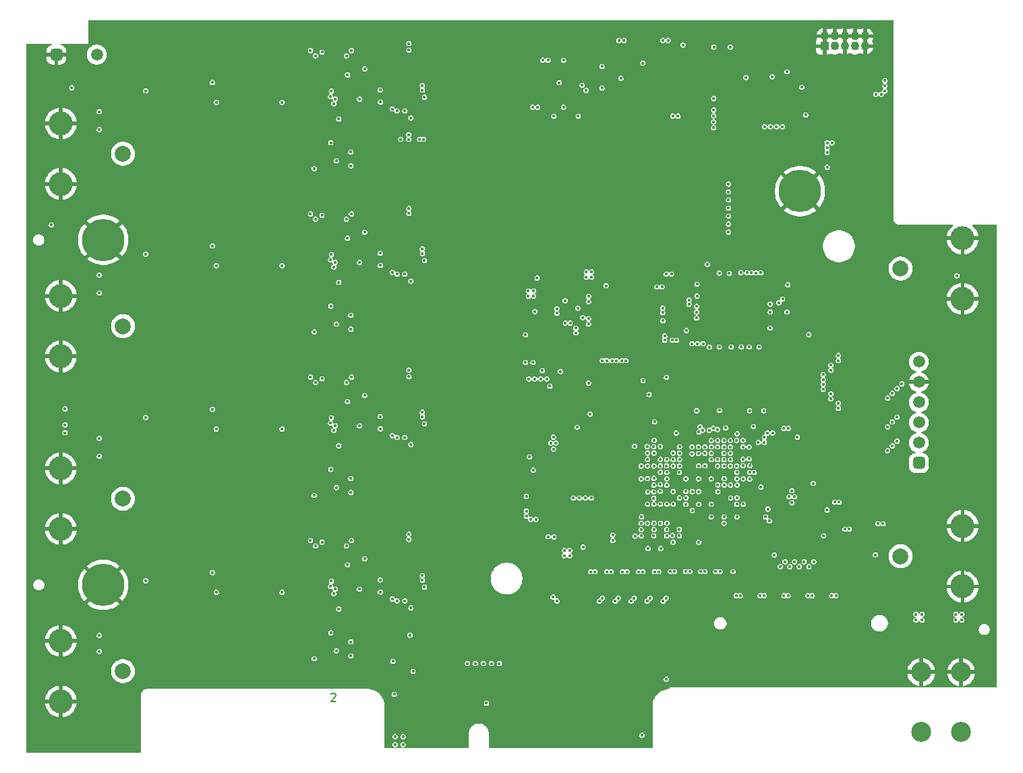
<source format=gbr>
%TF.GenerationSoftware,KiCad,Pcbnew,9.0.3*%
%TF.CreationDate,2025-09-21T22:43:26-04:00*%
%TF.ProjectId,Thunderscope_Rev5.2,5468756e-6465-4727-9363-6f70655f5265,rev?*%
%TF.SameCoordinates,Original*%
%TF.FileFunction,Copper,L5,Inr*%
%TF.FilePolarity,Positive*%
%FSLAX46Y46*%
G04 Gerber Fmt 4.6, Leading zero omitted, Abs format (unit mm)*
G04 Created by KiCad (PCBNEW 9.0.3) date 2025-09-21 22:43:26*
%MOMM*%
%LPD*%
G01*
G04 APERTURE LIST*
G04 Aperture macros list*
%AMRoundRect*
0 Rectangle with rounded corners*
0 $1 Rounding radius*
0 $2 $3 $4 $5 $6 $7 $8 $9 X,Y pos of 4 corners*
0 Add a 4 corners polygon primitive as box body*
4,1,4,$2,$3,$4,$5,$6,$7,$8,$9,$2,$3,0*
0 Add four circle primitives for the rounded corners*
1,1,$1+$1,$2,$3*
1,1,$1+$1,$4,$5*
1,1,$1+$1,$6,$7*
1,1,$1+$1,$8,$9*
0 Add four rect primitives between the rounded corners*
20,1,$1+$1,$2,$3,$4,$5,0*
20,1,$1+$1,$4,$5,$6,$7,0*
20,1,$1+$1,$6,$7,$8,$9,0*
20,1,$1+$1,$8,$9,$2,$3,0*%
G04 Aperture macros list end*
%ADD10C,0.200000*%
%TA.AperFunction,NonConductor*%
%ADD11C,0.200000*%
%TD*%
%TA.AperFunction,ComponentPad*%
%ADD12C,2.000000*%
%TD*%
%TA.AperFunction,ComponentPad*%
%ADD13C,3.000000*%
%TD*%
%TA.AperFunction,ComponentPad*%
%ADD14R,1.090000X1.090000*%
%TD*%
%TA.AperFunction,ComponentPad*%
%ADD15C,1.090000*%
%TD*%
%TA.AperFunction,ComponentPad*%
%ADD16C,2.500000*%
%TD*%
%TA.AperFunction,ComponentPad*%
%ADD17RoundRect,0.375000X-0.375000X-0.375000X0.375000X-0.375000X0.375000X0.375000X-0.375000X0.375000X0*%
%TD*%
%TA.AperFunction,ComponentPad*%
%ADD18C,1.500000*%
%TD*%
%TA.AperFunction,ComponentPad*%
%ADD19C,5.300000*%
%TD*%
%TA.AperFunction,ComponentPad*%
%ADD20RoundRect,0.375000X0.375000X-0.375000X0.375000X0.375000X-0.375000X0.375000X-0.375000X-0.375000X0*%
%TD*%
%TA.AperFunction,ViaPad*%
%ADD21C,0.406400*%
%TD*%
G04 APERTURE END LIST*
D10*
D11*
X125623149Y-142416057D02*
X125670768Y-142368438D01*
X125670768Y-142368438D02*
X125766006Y-142320819D01*
X125766006Y-142320819D02*
X126004101Y-142320819D01*
X126004101Y-142320819D02*
X126099339Y-142368438D01*
X126099339Y-142368438D02*
X126146958Y-142416057D01*
X126146958Y-142416057D02*
X126194577Y-142511295D01*
X126194577Y-142511295D02*
X126194577Y-142606533D01*
X126194577Y-142606533D02*
X126146958Y-142749390D01*
X126146958Y-142749390D02*
X125575530Y-143320819D01*
X125575530Y-143320819D02*
X126194577Y-143320819D01*
D12*
%TO.N,/CH3/BNC_IN*%
%TO.C,J1002_3*%
X99476095Y-117878600D03*
D13*
%TO.N,GND*%
X91676095Y-121678600D03*
X91676095Y-114078600D03*
%TD*%
D12*
%TO.N,/CH2/BNC_IN*%
%TO.C,J1002_2*%
X99476095Y-96228600D03*
D13*
%TO.N,GND*%
X91676095Y-100028600D03*
X91676095Y-92428600D03*
%TD*%
D12*
%TO.N,/CH4/BNC_IN*%
%TO.C,J1002_4*%
X99476095Y-139528600D03*
D13*
%TO.N,GND*%
X91676095Y-143328600D03*
X91676095Y-135728600D03*
%TD*%
D14*
%TO.N,GND*%
%TO.C,J3*%
X187561095Y-61088600D03*
D15*
X187561095Y-59818600D03*
%TO.N,/TS-PCIe Components/REFINOUT2*%
X188831095Y-61088600D03*
%TO.N,GND*%
X188831095Y-59818600D03*
X190101095Y-61088600D03*
X190101095Y-59818600D03*
%TO.N,/TS-PCIe Components/SYNC2*%
X191371095Y-61088600D03*
%TO.N,GND*%
X191371095Y-59818600D03*
X192641095Y-61088600D03*
X192641095Y-59818600D03*
%TD*%
D12*
%TO.N,/TS-USB4 Components/SYNC1*%
%TO.C,J2*%
X197101095Y-125103600D03*
D13*
%TO.N,GND*%
X204901095Y-121303600D03*
X204901095Y-128903600D03*
%TD*%
D12*
%TO.N,/CH1/BNC_IN*%
%TO.C,J1002_1*%
X99476095Y-74578600D03*
D13*
%TO.N,GND*%
X91676095Y-78378600D03*
X91676095Y-70778600D03*
%TD*%
D16*
%TO.N,GND*%
%TO.C,J11*%
X199701095Y-147153600D03*
X204701095Y-147153600D03*
X199701095Y-139653600D03*
X204701095Y-139653600D03*
%TD*%
D12*
%TO.N,/TS-USB4 Components/REFINOUT1*%
%TO.C,J1*%
X197101095Y-89003600D03*
D13*
%TO.N,GND*%
X204901095Y-85203600D03*
X204901095Y-92803600D03*
%TD*%
D17*
%TO.N,GND*%
%TO.C,J4*%
X91111095Y-62153600D03*
D18*
%TO.N,Net-(J4-Pad2)*%
X96191095Y-62153600D03*
%TD*%
D19*
%TO.N,GND*%
%TO.C,SO2*%
X97001095Y-85403600D03*
%TD*%
D20*
%TO.N,/FPGA/TMS*%
%TO.C,J5*%
X199401095Y-113403600D03*
D18*
%TO.N,/FPGA/TDI*%
X199401095Y-110863600D03*
%TO.N,/FPGA/TDO*%
X199401095Y-108323600D03*
%TO.N,/FPGA/TCK*%
X199401095Y-105783600D03*
%TO.N,GND*%
X199401095Y-103243600D03*
%TO.N,+3V3*%
X199401095Y-100703600D03*
%TD*%
D19*
%TO.N,GND*%
%TO.C,SO1*%
X184476095Y-79278600D03*
%TD*%
%TO.N,GND*%
%TO.C,SO3*%
X97001095Y-128703600D03*
%TD*%
D21*
%TO.N,/ADC/+1V8A*%
X157926095Y-92478600D03*
X167701095Y-89678600D03*
X167251095Y-94528600D03*
X157936658Y-93138081D03*
X168351095Y-89678600D03*
%TO.N,/ADC/+1V8D*%
X167255863Y-95544072D03*
X157926095Y-95283610D03*
X157936658Y-95943091D03*
%TO.N,/VCM*%
X137336695Y-108487379D03*
X137336695Y-128987379D03*
X137336695Y-87987379D03*
X137336695Y-67487379D03*
X160126095Y-91153600D03*
%TO.N,/FPGA/MGT_TX0_N*%
X166745943Y-127047870D03*
%TO.N,/FPGA/MGT_TX0_P*%
X166212543Y-127047870D03*
%TO.N,/FPGA/MGT_TX1_N*%
X164745943Y-127047870D03*
%TO.N,/FPGA/MGT_TX1_P*%
X164212543Y-127047870D03*
%TO.N,/FPGA/MGT_TX2_N*%
X162745943Y-127047870D03*
%TO.N,/FPGA/MGT_TX2_P*%
X162212543Y-127047870D03*
%TO.N,/FPGA/MGT_TX3_N*%
X160745943Y-127047870D03*
%TO.N,/FPGA/MGT_TX3_P*%
X160212543Y-127047870D03*
%TO.N,/Clock Generator/ADC_CLK_R_P*%
X170551844Y-92935280D03*
%TO.N,/Clock Generator/ADC_CLK_R_N*%
X170551844Y-93471900D03*
%TO.N,/ACQ and FE Voltage Regs/+5V_R_PGA*%
X134351095Y-72778600D03*
%TO.N,Net-(U18H-VCCADC_0)*%
X170154535Y-116963600D03*
%TO.N,Net-(U20-FB)*%
X180176095Y-120178600D03*
%TO.N,/CH4/OPA_OUT*%
X126276095Y-136978600D03*
X126576095Y-131728600D03*
%TO.N,/TRIM_1*%
X154796106Y-68753600D03*
X131801095Y-68103600D03*
%TO.N,/TRIM_2*%
X131801095Y-88603600D03*
X151546106Y-68753600D03*
%TO.N,/TRIM_3*%
X150896106Y-68753600D03*
X131801095Y-109103600D03*
%TO.N,/TRIM_4*%
X131801095Y-129603600D03*
X154796106Y-62853600D03*
%TO.N,/CH4/PGA_BIAS*%
X131776095Y-128078600D03*
%TO.N,+2V5*%
X150426095Y-102853600D03*
X151926095Y-102853600D03*
X167731339Y-113753600D03*
X164541095Y-113783600D03*
X168951095Y-109653600D03*
X166169426Y-110553600D03*
X152676095Y-102853600D03*
X166131095Y-117028600D03*
X151176095Y-102853600D03*
X169351095Y-112953600D03*
X163721095Y-111303600D03*
%TO.N,Net-(D1000_1-K)*%
X102333605Y-66677470D03*
%TO.N,/CH4/OUT_R_N*%
X137076095Y-128098600D03*
%TO.N,/CH4/OUT_R_P*%
X137055645Y-127525600D03*
%TO.N,/FPGA/TCK*%
X167771095Y-118547769D03*
%TO.N,/FPGA/TDI*%
X175771095Y-117798800D03*
%TO.N,/FPGA/TMS*%
X176541095Y-118573600D03*
%TO.N,/FPGA/TDO*%
X176571095Y-117773600D03*
%TO.N,AGND*%
X171751095Y-116978600D03*
X170951095Y-116978600D03*
%TO.N,+3V3*%
X172534779Y-111384431D03*
X181051095Y-109617350D03*
X178076095Y-112903600D03*
X157942015Y-103373600D03*
X166931095Y-116943600D03*
X174931095Y-113773600D03*
X194901095Y-121028600D03*
X187451095Y-122528600D03*
X164771095Y-103063600D03*
X180001095Y-110817350D03*
X171501095Y-106828600D03*
X174961095Y-115363600D03*
X194251095Y-121028600D03*
X180401094Y-109617350D03*
X175761095Y-116173600D03*
X174934779Y-110584431D03*
X176591095Y-109733600D03*
X167745388Y-115377893D03*
X178151095Y-106828600D03*
X166226095Y-108228600D03*
X177356802Y-118577893D03*
X174376095Y-106803600D03*
X180001095Y-110167350D03*
X182451095Y-109053600D03*
X183026095Y-109053600D03*
%TO.N,+1V8*%
X166957395Y-116103600D03*
X150126095Y-120078600D03*
X150676095Y-120478600D03*
X172551095Y-113753600D03*
X155551095Y-124378600D03*
X155551095Y-125028600D03*
X169334779Y-114584431D03*
X151326095Y-120478600D03*
X154901095Y-124378600D03*
X154901095Y-125028600D03*
X171751095Y-113753600D03*
X174141095Y-113763600D03*
X150126095Y-119428600D03*
%TO.N,+1V2_MGT*%
X156031076Y-117788599D03*
X158281076Y-117788599D03*
X160976095Y-123128600D03*
X156781076Y-117788599D03*
X165401095Y-124133600D03*
X163769426Y-122582416D03*
X167001095Y-124133601D03*
X157531076Y-117788599D03*
X168481095Y-122513600D03*
X168567411Y-123347769D03*
X160976095Y-122453600D03*
%TO.N,+1V0*%
X182001095Y-126403600D03*
X183201095Y-126403600D03*
X170951095Y-119353600D03*
X171751095Y-118578600D03*
X170151094Y-118578600D03*
X185601095Y-126403600D03*
X183801095Y-125803600D03*
X185001095Y-125803600D03*
X171751095Y-115378600D03*
X173351095Y-120163600D03*
X173351095Y-115378599D03*
X167751095Y-116175160D03*
X182601095Y-125803600D03*
X170151095Y-115378600D03*
X174161095Y-116143600D03*
X169351095Y-117778601D03*
X174171095Y-116993600D03*
X174951093Y-120163600D03*
X184401095Y-126403600D03*
X174951094Y-120963600D03*
X186201095Y-125803600D03*
X168571095Y-118553600D03*
X176551094Y-120163600D03*
X173351095Y-118578600D03*
X170160155Y-117767526D03*
X168551095Y-116978600D03*
%TO.N,+1V0_MGT*%
X166151095Y-120953600D03*
X166967411Y-120963600D03*
X167767411Y-120953600D03*
X165351095Y-120963600D03*
%TO.N,-5V*%
X125551095Y-108403600D03*
X126151095Y-129228600D03*
X127676095Y-64678600D03*
X123501095Y-117453600D03*
X173631093Y-71333619D03*
X125951095Y-88803600D03*
X125551095Y-67403600D03*
X127676095Y-126178600D03*
X125951095Y-109303600D03*
X126151095Y-67728600D03*
X126151095Y-108728600D03*
X123501095Y-76453600D03*
X123501095Y-96953600D03*
X173631093Y-69083619D03*
X127676095Y-105678600D03*
X125551095Y-87903600D03*
X127676095Y-85178600D03*
X123501095Y-137953600D03*
X125951095Y-68303600D03*
X125551095Y-128903600D03*
X173631093Y-69833619D03*
X125951095Y-129803600D03*
X167273617Y-60368598D03*
X167923617Y-60368598D03*
X126151095Y-88228600D03*
X173631093Y-70583619D03*
%TO.N,+VBIAS*%
X129826095Y-84428600D03*
X129826095Y-104928600D03*
X161991072Y-65113621D03*
X129826095Y-125428600D03*
X129826095Y-63928600D03*
%TO.N,+3V3_PGA*%
X137226095Y-72778600D03*
X135626095Y-90578600D03*
X159626095Y-66328600D03*
X135626095Y-111078600D03*
X135626095Y-70078600D03*
X135626095Y-131578600D03*
X159626095Y-63628600D03*
X136716105Y-72778600D03*
X93051095Y-66303600D03*
%TO.N,+1V8APLL*%
X179351095Y-98828600D03*
X178384472Y-89533786D03*
X177101095Y-98828600D03*
X177051095Y-89503600D03*
X174351095Y-89553600D03*
X171501095Y-94453600D03*
X171501095Y-93756043D03*
X174351095Y-98828600D03*
X171501095Y-95203600D03*
X185576095Y-97278600D03*
%TO.N,+5V3*%
X182851095Y-64283600D03*
X195151095Y-65403600D03*
X175741075Y-61193600D03*
%TO.N,-VBIAS*%
X129176095Y-67728600D03*
X129176095Y-129228600D03*
X129176095Y-108728600D03*
X169783618Y-60938598D03*
X129176095Y-88228600D03*
%TO.N,/Front End Trim and Bias/TRIM_SCL*%
X176534779Y-113773600D03*
%TO.N,/Front End Trim and Bias/TRIM_SCL_5V*%
X152846106Y-62853600D03*
X157126095Y-65978600D03*
%TO.N,/Front End Trim and Bias/TRIM_SDA*%
X178171095Y-113743600D03*
%TO.N,/Front End Trim and Bias/TRIM_SDA_5V*%
X152196106Y-62853600D03*
X157626095Y-66628600D03*
%TO.N,Net-(D1000_2-K)*%
X102333605Y-87177470D03*
%TO.N,Net-(D1000_3-K)*%
X102333605Y-107677470D03*
%TO.N,Net-(D1000_4-K)*%
X102333605Y-128177470D03*
%TO.N,/ADC/ADC_CSn*%
X155001095Y-93028600D03*
X177334779Y-110563600D03*
%TO.N,/ADC/ADC_RSTn*%
X156576095Y-93953600D03*
%TO.N,/ADC/ADC_PD*%
X157201095Y-95153600D03*
%TO.N,/FPGA/MGT_RX0_N*%
X174437048Y-127032880D03*
X167741095Y-122553600D03*
%TO.N,/FPGA/MGT_RX0_P*%
X167738595Y-121753600D03*
X173903648Y-127032880D03*
%TO.N,/FPGA/MGT_RX1_N*%
X164528595Y-122553600D03*
X172537048Y-127032880D03*
%TO.N,/FPGA/MGT_RX1_P*%
X172003648Y-127032880D03*
X164538595Y-121753600D03*
%TO.N,/FPGA/MGT_RX2_N*%
X170645943Y-127032880D03*
X166121095Y-122546100D03*
%TO.N,/FPGA/MGT_RX2_P*%
X170112543Y-127032880D03*
X166138595Y-121753600D03*
%TO.N,/FPGA/MGT_RX3_N*%
X168745943Y-127032880D03*
X169338595Y-122536100D03*
%TO.N,/FPGA/MGT_RX3_P*%
X169338595Y-121743600D03*
X168212543Y-127032880D03*
%TO.N,Net-(U7-RSTN)*%
X179551095Y-89528600D03*
%TO.N,/Clock Generator/PLL_RSTn*%
X196676095Y-110653600D03*
X174934779Y-112984431D03*
%TO.N,/FPGA/FPGA IO Banks/PLL_SCL*%
X181826095Y-93278600D03*
X195476095Y-111853600D03*
X176541295Y-114577600D03*
%TO.N,/FPGA/FPGA IO Banks/PLL_SDA*%
X182301095Y-92828600D03*
X176561095Y-115373600D03*
X196076095Y-111253600D03*
%TO.N,+1V8_ACQ*%
X171626095Y-98428600D03*
X172326095Y-98428600D03*
X156336084Y-97078600D03*
X156336084Y-96478600D03*
X155031076Y-95838599D03*
X155631076Y-95838599D03*
X170926095Y-98428600D03*
%TO.N,/Clock Generator/AC0*%
X180751095Y-93453600D03*
%TO.N,/Clock Generator/TEST*%
X180751095Y-94453600D03*
%TO.N,Net-(U18D-INIT_B_0)*%
X176599138Y-116165557D03*
%TO.N,Net-(U18D-PROGRAM_B_0)*%
X174967395Y-116156004D03*
%TO.N,/TERM_1*%
X175501095Y-80378600D03*
X173334779Y-112984431D03*
%TO.N,/TERM_2*%
X175501095Y-84403600D03*
X171731095Y-112201200D03*
%TO.N,/TERM_3*%
X171789883Y-109509900D03*
%TO.N,/TERM_4*%
X178719557Y-114578838D03*
%TO.N,/ATTEN_1*%
X175501095Y-79378600D03*
X174134779Y-110584431D03*
%TO.N,/ATTEN_2*%
X175501095Y-82403600D03*
X173334779Y-111384431D03*
%TO.N,/ATTEN_3*%
X172273578Y-109285050D03*
%TO.N,/ATTEN_4*%
X178171095Y-115413600D03*
%TO.N,/PGA_CSn_1*%
X133301095Y-68963600D03*
X174934779Y-111384431D03*
X195476095Y-105253600D03*
%TO.N,/PGA_CSn_2*%
X133301095Y-89463600D03*
X173334779Y-110584431D03*
X175501095Y-81403600D03*
%TO.N,/PGA_CSn_3*%
X175734779Y-110584431D03*
X133301095Y-109963600D03*
%TO.N,/PGA_CSn_4*%
X177371095Y-115383600D03*
X133301095Y-130463600D03*
%TO.N,/CH4/BUF_R_BIAS*%
X125649385Y-128226890D03*
%TO.N,/DC_CPL_1*%
X175501095Y-78378600D03*
X125576095Y-73203600D03*
X174134779Y-111384431D03*
%TO.N,/DC_CPL_2*%
X173334779Y-112184431D03*
X175501095Y-83403600D03*
X125576095Y-93703600D03*
%TO.N,/DC_CPL_3*%
X174144695Y-109200212D03*
X125576095Y-114203600D03*
%TO.N,/DC_CPL_4*%
X178151183Y-114585200D03*
X125576095Y-134703600D03*
%TO.N,/ADC/ADC_SDATA*%
X153951095Y-94053600D03*
X175734779Y-111384431D03*
%TO.N,/ADC/ADC_SCLK*%
X177331095Y-111383600D03*
X153951095Y-94608403D03*
%TO.N,GND*%
X113701095Y-89383600D03*
X150266100Y-110153599D03*
X206126095Y-90903600D03*
X133626095Y-133878600D03*
X140126095Y-120903600D03*
X166951095Y-117763600D03*
X171301095Y-130353600D03*
X113081095Y-75266100D03*
X192126095Y-86903600D03*
X108301105Y-90578600D03*
X170126095Y-68903600D03*
X195391095Y-122873600D03*
X156726095Y-141753600D03*
X166932764Y-121753600D03*
X126715705Y-140403600D03*
X152556076Y-123343599D03*
X188126095Y-80903600D03*
X99751096Y-79553600D03*
X162911073Y-66428600D03*
X122031095Y-122103590D03*
X104049095Y-84103600D03*
X101451095Y-69753590D03*
X144126095Y-76903600D03*
X89751095Y-83253600D03*
X148326095Y-88903600D03*
X144926095Y-121903600D03*
X164401070Y-60943600D03*
X205126095Y-89903600D03*
X185976095Y-137728600D03*
X146126095Y-116903600D03*
X192126095Y-90903600D03*
X90251095Y-105553600D03*
X130615705Y-118403600D03*
X96751095Y-124053600D03*
X155751074Y-60053600D03*
X131126095Y-134353600D03*
X170151095Y-114553600D03*
X179126095Y-75903600D03*
X134376095Y-120653600D03*
X139501095Y-67253600D03*
X145126095Y-117903600D03*
X144326095Y-88903600D03*
X89751095Y-133053600D03*
X158126095Y-68728600D03*
X106751050Y-59053600D03*
X158626095Y-65403600D03*
X207126095Y-115903600D03*
X105926085Y-106103600D03*
X193026095Y-87803600D03*
X163126095Y-71903600D03*
X91751096Y-85853620D03*
X92751096Y-94553600D03*
X113511095Y-104623600D03*
X159426095Y-85903600D03*
X156126095Y-84903600D03*
X146751070Y-59053600D03*
X177201095Y-106828600D03*
X138126095Y-133353600D03*
X152076095Y-114203600D03*
X174134779Y-112184431D03*
X114051095Y-122963600D03*
X194376095Y-70903600D03*
X98751096Y-98553600D03*
X108091095Y-73828600D03*
X115381095Y-61523600D03*
X131801095Y-124728600D03*
X99751096Y-143053600D03*
X165248619Y-60943598D03*
X153076095Y-138503600D03*
X141126095Y-99903600D03*
X200413413Y-124229630D03*
X142126095Y-141353600D03*
X111876095Y-82603382D03*
X92401095Y-64753600D03*
X108781095Y-81103590D03*
X89501095Y-115053600D03*
X92751095Y-126053600D03*
X208751095Y-126803600D03*
X103701095Y-118366100D03*
X147326095Y-121903600D03*
X180552598Y-130051806D03*
X91751095Y-75753600D03*
X137051095Y-104753600D03*
X134376095Y-86828600D03*
X202501095Y-103503600D03*
X158526095Y-142053600D03*
X166921095Y-122549707D03*
X186126095Y-72903600D03*
X148126095Y-78903600D03*
X142126095Y-72903600D03*
X105876115Y-93203600D03*
X105876115Y-115928600D03*
X150776095Y-129903600D03*
X194026095Y-117528600D03*
X125001095Y-63828590D03*
X202126095Y-86903600D03*
X126713695Y-101598380D03*
X133376095Y-111653600D03*
X90512500Y-87292196D03*
X184426095Y-94253600D03*
X100401095Y-136703600D03*
X139151096Y-135978600D03*
X97751046Y-58053600D03*
X168863629Y-60938598D03*
X108886115Y-87471700D03*
X146126095Y-133353600D03*
X153291095Y-107353600D03*
X94751095Y-120053600D03*
X104051095Y-140403600D03*
X99751095Y-103053600D03*
X92751095Y-140053600D03*
X123283705Y-99398390D03*
X196126095Y-84903600D03*
X120141005Y-105103600D03*
X139151096Y-135328600D03*
X120783695Y-78898390D03*
X166473619Y-60368598D03*
X182476095Y-106828600D03*
X111581085Y-77466100D03*
X133286485Y-71803600D03*
X159344387Y-100127183D03*
X147026095Y-73903600D03*
X169126095Y-79903600D03*
X159926095Y-84903600D03*
X166126095Y-66903600D03*
X173101095Y-137753600D03*
X99751095Y-99403600D03*
X89751095Y-89553600D03*
X171376095Y-127032880D03*
X140126095Y-64903600D03*
X107521095Y-127753600D03*
X130611095Y-90253590D03*
X145326095Y-83903600D03*
X179126095Y-77903600D03*
X160926095Y-85880615D03*
X145126095Y-65903600D03*
X188126095Y-88903600D03*
X89751095Y-125053600D03*
X182126095Y-74903600D03*
X173267200Y-127032880D03*
X135651095Y-148753600D03*
X163767411Y-118547769D03*
X208751095Y-140803600D03*
X151026095Y-77903600D03*
X120781095Y-122103590D03*
X207126095Y-87903600D03*
X102826105Y-77378600D03*
X133376095Y-117653600D03*
X92751096Y-96553600D03*
X126201095Y-85528590D03*
X137576095Y-99453600D03*
X153501095Y-62853600D03*
X190126095Y-82903600D03*
X117581125Y-77466100D03*
X163169145Y-95228600D03*
X157176095Y-130103600D03*
X105926085Y-126603600D03*
X91751095Y-87553600D03*
X178126095Y-68903600D03*
X119751095Y-130163600D03*
X161126095Y-69903600D03*
X96751096Y-96553600D03*
X123281105Y-101603590D03*
X106501085Y-118366100D03*
X129313695Y-81098380D03*
X117821015Y-108616100D03*
X99751095Y-121053600D03*
X133286485Y-74303600D03*
X160726095Y-137753600D03*
X187909592Y-130051806D03*
X199148682Y-117503600D03*
X89501095Y-69803600D03*
X113081095Y-95766100D03*
X117283705Y-78898390D03*
X191126095Y-87903600D03*
X116971095Y-125123600D03*
X153331076Y-120578599D03*
X173101095Y-139003600D03*
X144326095Y-124903600D03*
X117621095Y-127933600D03*
X206826095Y-97353600D03*
X131726095Y-75103600D03*
X142326095Y-126903600D03*
X200126095Y-90903600D03*
X188126095Y-94903600D03*
X99751095Y-123053600D03*
X126715705Y-78903600D03*
X140126095Y-114903600D03*
X182126095Y-88903600D03*
X91751095Y-95553600D03*
X170176095Y-120963600D03*
X116031095Y-60603590D03*
X115986125Y-92028610D03*
X115851095Y-63623600D03*
X193476095Y-120278600D03*
X104376105Y-70503600D03*
X172126095Y-82903600D03*
X102749095Y-82598380D03*
X112361095Y-126453600D03*
X150126095Y-126903600D03*
X133376095Y-97353600D03*
X115851095Y-126453600D03*
X116351095Y-81963600D03*
X96751096Y-76553600D03*
X100751098Y-144053600D03*
X172551096Y-118578600D03*
X164401070Y-61593600D03*
X159226095Y-136753600D03*
X106651105Y-112578600D03*
X106961095Y-70103600D03*
X115851095Y-105953600D03*
X114731095Y-84123600D03*
X206413413Y-132229630D03*
X131726095Y-76603600D03*
X185751089Y-60053600D03*
X107401095Y-62483600D03*
X199413413Y-129429630D03*
X151126095Y-132353600D03*
X124151095Y-74253600D03*
X108091095Y-114828600D03*
X106501085Y-97866100D03*
X107376125Y-113703600D03*
X109551095Y-129603600D03*
X106961095Y-131603600D03*
X180091095Y-100828600D03*
X148126095Y-98903600D03*
X118981095Y-87583600D03*
X170951095Y-118553600D03*
X170126095Y-66903600D03*
X192276095Y-133628600D03*
X153006076Y-99003599D03*
X174151095Y-115378600D03*
X154126095Y-78903600D03*
X114581105Y-118466100D03*
X165126095Y-73903600D03*
X192026095Y-82903600D03*
X177358597Y-120176100D03*
X107521095Y-66253600D03*
X98751095Y-114053600D03*
X136551095Y-90604200D03*
X108901095Y-123988602D03*
X121426095Y-62303600D03*
X164126095Y-72903600D03*
X191051095Y-106328600D03*
X201413413Y-123229630D03*
X174138595Y-117766100D03*
X147126095Y-67903600D03*
X98751096Y-76553600D03*
X171126095Y-79903600D03*
X208751095Y-86803600D03*
X184126095Y-82903600D03*
X188126095Y-82903600D03*
X109751052Y-58053600D03*
X104251095Y-139477480D03*
X134376095Y-116653600D03*
X194126095Y-98903600D03*
X114731095Y-105953600D03*
X149126095Y-89903600D03*
X96751095Y-136053600D03*
X132376095Y-114653600D03*
X91751095Y-140653600D03*
X194751094Y-61053600D03*
X136751065Y-59053600D03*
X120783695Y-140398390D03*
X120141085Y-76291100D03*
X129101105Y-102628590D03*
X151026095Y-145653600D03*
X118651095Y-90841100D03*
X148126095Y-106903600D03*
X179126095Y-71903600D03*
X152126095Y-72903600D03*
X110121095Y-134213600D03*
X110176095Y-63603600D03*
X168676095Y-136553600D03*
X191751093Y-58053600D03*
X88751095Y-98553600D03*
X128013695Y-101598380D03*
X88751095Y-96553600D03*
X107521095Y-126591100D03*
X143026095Y-87903600D03*
X180126095Y-86903600D03*
X146326095Y-122903600D03*
X126201095Y-125328590D03*
X147126095Y-63903600D03*
X161326095Y-83903600D03*
X156751075Y-59053600D03*
X91751095Y-67753600D03*
X114731095Y-82613600D03*
X164326095Y-82903600D03*
X110033695Y-119898390D03*
X147026095Y-83903600D03*
X137701095Y-137428600D03*
X120651095Y-74878600D03*
X145126095Y-79903600D03*
X94751096Y-82553600D03*
X94751095Y-116053600D03*
X155576095Y-138503600D03*
X141126095Y-97903600D03*
X207626095Y-139803600D03*
X128701095Y-115653600D03*
X111051095Y-84198600D03*
X123676095Y-88253600D03*
X133926095Y-143553600D03*
X131726095Y-111653600D03*
X187126095Y-73903600D03*
X97751096Y-91553600D03*
X126726095Y-82328600D03*
X115356095Y-135641100D03*
X87751095Y-81753600D03*
X208753000Y-133303600D03*
X114783695Y-99398390D03*
X171126095Y-73903600D03*
X149026095Y-85903600D03*
X147126095Y-130103600D03*
X188126095Y-78903600D03*
X98751045Y-61053601D03*
X98751095Y-110053600D03*
X130611095Y-132503600D03*
X100023887Y-69853600D03*
X191926095Y-76903600D03*
X175761095Y-102028600D03*
X95751099Y-149053600D03*
X94751095Y-138053600D03*
X92751095Y-138053600D03*
X201413413Y-131229630D03*
X94751096Y-70553600D03*
X146026095Y-72903600D03*
X130611095Y-71003600D03*
X133376095Y-65328600D03*
X170126095Y-70903600D03*
X115871105Y-67118600D03*
X120141085Y-117291100D03*
X185126095Y-60903600D03*
X152326095Y-76903600D03*
X127551095Y-65928600D03*
X113081095Y-136766100D03*
X149126095Y-71903600D03*
X142126095Y-96903600D03*
X200551095Y-109603600D03*
X170126095Y-64903600D03*
X145751070Y-58053600D03*
X133751064Y-58053600D03*
X148126095Y-108903600D03*
X117581125Y-136766100D03*
X139401095Y-68453600D03*
X135815705Y-140403600D03*
X165361095Y-121763600D03*
X123501095Y-75528600D03*
X162976095Y-107398600D03*
X106961095Y-90603600D03*
X98251095Y-64253600D03*
X104331115Y-126616100D03*
X132926095Y-134553600D03*
X126726095Y-102828600D03*
X91751095Y-119053600D03*
X91751095Y-83553600D03*
X160576095Y-104728600D03*
X184826095Y-89603600D03*
X130615705Y-119903600D03*
X178126095Y-74903600D03*
X140051095Y-139953600D03*
X155626095Y-65903600D03*
X113701095Y-68883600D03*
X117501095Y-93353600D03*
X155126095Y-81903600D03*
X154126095Y-72903600D03*
X184431095Y-103228600D03*
X152326095Y-137453600D03*
X122001095Y-90028600D03*
X193476095Y-123103600D03*
X140901095Y-147753600D03*
X117001095Y-123613600D03*
X118596065Y-72841100D03*
X197276095Y-102853600D03*
X151126095Y-63903600D03*
X195851095Y-62053600D03*
X192476095Y-134728600D03*
X174921095Y-63178600D03*
X141126095Y-111903600D03*
X169126095Y-77903600D03*
X109726095Y-123603382D03*
X137051095Y-125253600D03*
X151751073Y-58053600D03*
X161126095Y-71903600D03*
X156326095Y-133453600D03*
X196076095Y-110653600D03*
X113081095Y-116266100D03*
X102876095Y-113703600D03*
X172226095Y-63618600D03*
X118981095Y-126623600D03*
X163611095Y-62513600D03*
X135376095Y-127828600D03*
X139126095Y-75903600D03*
X119681095Y-106773600D03*
X201413413Y-127229630D03*
X120141085Y-137791100D03*
X184751089Y-59053600D03*
X90751095Y-138053600D03*
X87751095Y-129703600D03*
X131726095Y-113653600D03*
X160526095Y-135503600D03*
X164126095Y-74903600D03*
X115621095Y-132163600D03*
X177126095Y-73903600D03*
X110301095Y-126573600D03*
X135376095Y-79853600D03*
X192026095Y-78903600D03*
X104049095Y-62098380D03*
X176126095Y-76903600D03*
X108876105Y-115938610D03*
X187879295Y-102028924D03*
X91751095Y-65753600D03*
X132126095Y-135353600D03*
X195126095Y-99903600D03*
X89551095Y-61753600D03*
X117581125Y-97966100D03*
X101451095Y-149053600D03*
X89501095Y-77753600D03*
X194376095Y-82903600D03*
X101475276Y-147048212D03*
X88751095Y-94553600D03*
X152126095Y-84903600D03*
X207126095Y-107903600D03*
X112361095Y-85453600D03*
X111581085Y-134541100D03*
X147326095Y-81903600D03*
X182526095Y-134803600D03*
X116971095Y-126453600D03*
X155326095Y-134453600D03*
X144126095Y-102903600D03*
X189126095Y-95903600D03*
X116991095Y-89263600D03*
X119176095Y-118466100D03*
X189126095Y-89903600D03*
X187976095Y-135728600D03*
X189026095Y-91803600D03*
X134376095Y-98353600D03*
X201126095Y-91903600D03*
X90751095Y-88553600D03*
X187126095Y-65903600D03*
X90751095Y-140053600D03*
X103701095Y-138866100D03*
X182751088Y-59053600D03*
X148126095Y-68903600D03*
X194376095Y-80903600D03*
X183526095Y-133803600D03*
X154751074Y-59053600D03*
X146126095Y-108903600D03*
X90751095Y-145653600D03*
X191276095Y-116428600D03*
X161776095Y-106013600D03*
X115986125Y-133028610D03*
X198526095Y-124103600D03*
X120141005Y-125603600D03*
X105951085Y-77977480D03*
X172541095Y-123373601D03*
X163126095Y-73903600D03*
X167476095Y-127047870D03*
X131776095Y-87853600D03*
X192026095Y-88803600D03*
X105101095Y-139477480D03*
X129776105Y-103303590D03*
X118321095Y-65123600D03*
X93751095Y-144653600D03*
X160555777Y-100127183D03*
X130615705Y-135753600D03*
X174941095Y-123353600D03*
X163226095Y-77903600D03*
X98751095Y-106053600D03*
X115986125Y-93028610D03*
X88751095Y-104553600D03*
X117821015Y-129116100D03*
X104051095Y-78903600D03*
X196076095Y-114203600D03*
X208751095Y-128803600D03*
X114581105Y-134541100D03*
X135376095Y-65328600D03*
X132376095Y-112653600D03*
X187226095Y-129153600D03*
X101451095Y-138903600D03*
X120783695Y-99398390D03*
X175126095Y-75903600D03*
X137576095Y-115453600D03*
X111581085Y-136766100D03*
X185126095Y-83903600D03*
X161626095Y-143378600D03*
X207326095Y-119903600D03*
X130613695Y-122098380D03*
X111221095Y-67203600D03*
X175901095Y-69903600D03*
X112311095Y-108073600D03*
X108781095Y-60603590D03*
X162126095Y-70903600D03*
X166483597Y-68638600D03*
X191126095Y-95903600D03*
X153126095Y-81903600D03*
X87751095Y-69753600D03*
X103551095Y-76253600D03*
X167126095Y-77903600D03*
X156026095Y-144503600D03*
X111281105Y-101603590D03*
X118981095Y-67083600D03*
X188626095Y-123153600D03*
X105101095Y-118977480D03*
X89751095Y-79553600D03*
X199308587Y-122429630D03*
X104376105Y-74928600D03*
X121443955Y-104285740D03*
X140901095Y-143353600D03*
X113081095Y-73041100D03*
X172126095Y-66903600D03*
X187126095Y-83903600D03*
X106651105Y-135303600D03*
X180191100Y-118392349D03*
X106651105Y-73803600D03*
X199887515Y-120954234D03*
X131801095Y-81828600D03*
X197951095Y-103888600D03*
X165169145Y-93228600D03*
X105951085Y-98477480D03*
X87751095Y-67753600D03*
X185826095Y-88603600D03*
X143126095Y-65903600D03*
X108751051Y-59053600D03*
X208751095Y-84803600D03*
X204576095Y-108303600D03*
X102749095Y-60598380D03*
X188976095Y-134728600D03*
X142751068Y-59053600D03*
X203413413Y-123229630D03*
X190026095Y-90803600D03*
X208751095Y-104803600D03*
X140126095Y-116903600D03*
X141126095Y-79903600D03*
X87751095Y-73753600D03*
X145126095Y-101903600D03*
X110576095Y-103103382D03*
X105151095Y-94303600D03*
X99751096Y-91553600D03*
X97751096Y-97553600D03*
X186976095Y-134728600D03*
X155626095Y-67403600D03*
X96751096Y-98553600D03*
X155026095Y-132253600D03*
X114581105Y-114041100D03*
X158681076Y-119628599D03*
X140301096Y-135978600D03*
X207126095Y-89903600D03*
X162169145Y-96228600D03*
X110081075Y-118466100D03*
X141126095Y-95903600D03*
X188626095Y-121903600D03*
X175761095Y-105628600D03*
X131726095Y-77903600D03*
X122031095Y-60603590D03*
X111051095Y-63698600D03*
X135376095Y-126828600D03*
X92751095Y-130053600D03*
X115291095Y-127223600D03*
X184851095Y-97253600D03*
X147126095Y-79903600D03*
X137051095Y-63753600D03*
X140126095Y-102903600D03*
X183751088Y-60053600D03*
X191726095Y-118528600D03*
X180091095Y-104428600D03*
X96751095Y-116053600D03*
X90751095Y-124053600D03*
X115851095Y-64953600D03*
X117326105Y-90053590D03*
X114581105Y-136766100D03*
X107401095Y-82983600D03*
X184126095Y-84903600D03*
X138351095Y-135328600D03*
X118981095Y-65123600D03*
X130615705Y-97903600D03*
X170163595Y-120166100D03*
X163401071Y-64003600D03*
X139126095Y-95903600D03*
X101451095Y-110753590D03*
X115381095Y-123023600D03*
X169126095Y-71903600D03*
X177126095Y-72103600D03*
X141751068Y-58053600D03*
X160126095Y-62903600D03*
X150901095Y-123578600D03*
X189126095Y-77903600D03*
X122101095Y-123128600D03*
X102826105Y-118378600D03*
X199126095Y-96078600D03*
X113081095Y-97966100D03*
X96751096Y-100553600D03*
X184126095Y-86903600D03*
X145701095Y-148753600D03*
X192011095Y-130103600D03*
X94751095Y-132053600D03*
X128013695Y-122098380D03*
X134376095Y-118653600D03*
X139381665Y-85987320D03*
X142126095Y-74903600D03*
X130615705Y-78903600D03*
X134501095Y-133878600D03*
X162126095Y-74903600D03*
X154026095Y-147053600D03*
X184431095Y-100828600D03*
X119751095Y-89163600D03*
X155126095Y-75903600D03*
X108886115Y-128471700D03*
X98751095Y-104053600D03*
X144126095Y-64903600D03*
X175126095Y-72103600D03*
X91751095Y-133053600D03*
X175751084Y-60053600D03*
X159476095Y-127047870D03*
X105926085Y-65103600D03*
X114051095Y-102463600D03*
X141126095Y-63903600D03*
X95701095Y-66953600D03*
X109551095Y-109103600D03*
X117283705Y-119898390D03*
X189801095Y-65178600D03*
X113511095Y-63623600D03*
X161726095Y-115503600D03*
X146126095Y-104903600D03*
X176956072Y-66093599D03*
X110031095Y-60603590D03*
X101449095Y-125098380D03*
X139381665Y-84787320D03*
X191976095Y-136728600D03*
X204576095Y-115803600D03*
X134376095Y-108328600D03*
X166963971Y-119363600D03*
X168126095Y-80903600D03*
X158681076Y-120953599D03*
X188829295Y-100832599D03*
X133865705Y-141403600D03*
X90512500Y-130592196D03*
X135376095Y-128828600D03*
X136401095Y-147753600D03*
X88751095Y-76753600D03*
X142126095Y-112903600D03*
X120781095Y-81103590D03*
X110601095Y-117303600D03*
X168751081Y-59053600D03*
X169751082Y-58053600D03*
X184326095Y-98399601D03*
X137576095Y-101453600D03*
X144126095Y-94903600D03*
X139126095Y-77903600D03*
X197571269Y-119803600D03*
X148026095Y-143003600D03*
X175167200Y-127032880D03*
X148126095Y-94903600D03*
X113856085Y-115141100D03*
X129776105Y-62303590D03*
X142126095Y-116903600D03*
X157951095Y-96603600D03*
X194851095Y-116428600D03*
X173201095Y-131703600D03*
X163426095Y-87903600D03*
X122001095Y-131028600D03*
X109116025Y-85578600D03*
X173751084Y-58053600D03*
X194151095Y-112478600D03*
X119176095Y-75253600D03*
X111751053Y-58053600D03*
X163836118Y-129837363D03*
X146326095Y-82903600D03*
X148776095Y-131903600D03*
X92751096Y-82553600D03*
X114751054Y-59053600D03*
X135376095Y-115653600D03*
X173908095Y-96403590D03*
X135326095Y-133878600D03*
X105349095Y-123598380D03*
X196676095Y-103453600D03*
X156176095Y-148453600D03*
X208751095Y-100803600D03*
X101451095Y-89003590D03*
X108926085Y-93203600D03*
X153126095Y-75903600D03*
X130613695Y-123598380D03*
X170776095Y-94128600D03*
X169524208Y-98003600D03*
X115381095Y-82023600D03*
X136126095Y-133353600D03*
X122001105Y-71913610D03*
X98601095Y-67753600D03*
X112751053Y-59053600D03*
X144126095Y-72903600D03*
X188976095Y-132728600D03*
X90751095Y-80553600D03*
X111581085Y-114041100D03*
X170226095Y-98428600D03*
X201413413Y-125229630D03*
X187926095Y-90703600D03*
X90751095Y-102553600D03*
X197078508Y-116420227D03*
X142126095Y-64903600D03*
X105151095Y-92078600D03*
X197701095Y-117503600D03*
X151126095Y-134353600D03*
X115621095Y-91163600D03*
X150076095Y-141503600D03*
X101449095Y-122098380D03*
X155726095Y-129853600D03*
X145126095Y-131903600D03*
X199413413Y-131229630D03*
X102751095Y-119903600D03*
X175008045Y-93103590D03*
X116351095Y-61463600D03*
X105876115Y-95428600D03*
X89751095Y-101553600D03*
X92751095Y-124053600D03*
X89751095Y-87553600D03*
X181126095Y-73903600D03*
X177126095Y-83903600D03*
X191476095Y-109528600D03*
X198126095Y-84903600D03*
X163926095Y-80903600D03*
X167676095Y-135403600D03*
X176476095Y-137731100D03*
X194413413Y-132229630D03*
X171126095Y-69903600D03*
X143126095Y-113903600D03*
X135376095Y-86828600D03*
X143126095Y-107903600D03*
X181909592Y-130053600D03*
X189126095Y-79903600D03*
X195476095Y-111253600D03*
X139381665Y-64287320D03*
X192751095Y-114203600D03*
X154951095Y-109203600D03*
X128751061Y-59053600D03*
X116971095Y-104623600D03*
X149731095Y-101423600D03*
X187879295Y-103228276D03*
X142126095Y-94903600D03*
X168601095Y-124133601D03*
X162051095Y-137053600D03*
X131726095Y-115653600D03*
X124076095Y-130228600D03*
X180126095Y-134903600D03*
X173401095Y-106828600D03*
X94751095Y-126053600D03*
X139126095Y-111903600D03*
X147126095Y-125703600D03*
X157526095Y-143053600D03*
X173126095Y-83903600D03*
X122001105Y-112913610D03*
X178126095Y-78903600D03*
X141126095Y-129903600D03*
X174126095Y-76903600D03*
X117321095Y-70553600D03*
X96751096Y-74553600D03*
X175231072Y-64418599D03*
X172551095Y-115378600D03*
X188151095Y-62203600D03*
X171431095Y-105628600D03*
X131726095Y-93353600D03*
X190976095Y-137728600D03*
X172126095Y-68903600D03*
X143126095Y-77903600D03*
X94751096Y-74553600D03*
X157482391Y-127047870D03*
X196413413Y-130229630D03*
X146126095Y-134353600D03*
X200551095Y-112138600D03*
X180091095Y-105628600D03*
X174991095Y-118553600D03*
X172126095Y-78903600D03*
X165126095Y-75903600D03*
X207126095Y-91903600D03*
X141126095Y-121903600D03*
X183751089Y-58053600D03*
X169126095Y-83903600D03*
X129315705Y-140403600D03*
X87751095Y-95553600D03*
X139126095Y-123903600D03*
X94751096Y-88553600D03*
X191476095Y-135728600D03*
X130613695Y-104228600D03*
X105101095Y-98477480D03*
X107751051Y-58053600D03*
X179490228Y-137731100D03*
X97751098Y-145053600D03*
X179126095Y-73903600D03*
X152126095Y-74903600D03*
X87751095Y-149503600D03*
X186552598Y-130053600D03*
X149076095Y-142503600D03*
X135876095Y-125203600D03*
X168126095Y-84903600D03*
X146026095Y-84903600D03*
X140126095Y-92903600D03*
X158681076Y-122278599D03*
X103551095Y-117253600D03*
X184901095Y-115092350D03*
X115291095Y-86223600D03*
X96751095Y-112053600D03*
X155681095Y-120953600D03*
X122101095Y-82128600D03*
X159126095Y-69903600D03*
X164126095Y-76903600D03*
X202126095Y-90903600D03*
X183126095Y-87903600D03*
X197951095Y-101348600D03*
X150026095Y-137253600D03*
X159726095Y-138753600D03*
X111071095Y-130193600D03*
X169126095Y-85903600D03*
X157126095Y-79903600D03*
X108783695Y-99398390D03*
X176108045Y-94203590D03*
X89501095Y-135053600D03*
X194376095Y-78903600D03*
X137576095Y-95453600D03*
X91751095Y-105553600D03*
X151651095Y-148753600D03*
X207176095Y-111853600D03*
X165126095Y-77903600D03*
X107401095Y-123343600D03*
X110576095Y-123603382D03*
X135376095Y-87828600D03*
X111581085Y-73041100D03*
X104376105Y-136428600D03*
X137576095Y-117453600D03*
X133376095Y-126828600D03*
X167126095Y-75903600D03*
X113561095Y-128573600D03*
X195544754Y-121004115D03*
X196701095Y-113124601D03*
X184901095Y-115942350D03*
X169476095Y-91753600D03*
X144126095Y-134353600D03*
X87751095Y-147053600D03*
X110081075Y-97966100D03*
X137751066Y-58053600D03*
X134376095Y-78853600D03*
X184526095Y-92503600D03*
X104051095Y-119903600D03*
X119106095Y-112091100D03*
X134376095Y-65328600D03*
X144126095Y-145653600D03*
X133326095Y-79853600D03*
X131801095Y-104228600D03*
X158101095Y-106678600D03*
X97751095Y-135053600D03*
X151076095Y-140503600D03*
X154576095Y-139503600D03*
X88751095Y-92553600D03*
X112361095Y-64953600D03*
X144126095Y-143353600D03*
X182651095Y-68028600D03*
X192126095Y-92903600D03*
X90751095Y-66553600D03*
X158026095Y-147053600D03*
X144751069Y-59053600D03*
X196126095Y-94903600D03*
X199901095Y-116386973D03*
X135376095Y-95353600D03*
X111051095Y-125198600D03*
X171126095Y-85903600D03*
X172226095Y-64268600D03*
X179126095Y-63903600D03*
X163116072Y-131269837D03*
X128701095Y-136153600D03*
X146126095Y-64903600D03*
X127551095Y-106928600D03*
X185726095Y-129153600D03*
X189651095Y-116428600D03*
X195851095Y-58053600D03*
X148126095Y-110903600D03*
X156076095Y-135503600D03*
X110031095Y-81103590D03*
X156026095Y-143053600D03*
X90751095Y-73053600D03*
X109201095Y-104603600D03*
X160126095Y-76903600D03*
X154101095Y-120953600D03*
X165576095Y-95353600D03*
X160026095Y-147053600D03*
X148126095Y-64903600D03*
X120141005Y-88353600D03*
X192601095Y-111153600D03*
X133215705Y-140403600D03*
X160626095Y-144378600D03*
X160126095Y-74903600D03*
X119681095Y-65773600D03*
X108901095Y-123348602D03*
X178308095Y-94203590D03*
X175126095Y-85903600D03*
X130613695Y-83728600D03*
X92751096Y-68553600D03*
X194126095Y-100903600D03*
X208751095Y-108803600D03*
X137576095Y-119453600D03*
X130611095Y-130003580D03*
X176956072Y-66743599D03*
X171751083Y-58053600D03*
X104251095Y-98477480D03*
X99751045Y-62053601D03*
X87749134Y-132256334D03*
X89401095Y-143053600D03*
X101449095Y-106098380D03*
X165276095Y-83903600D03*
X146026095Y-88903600D03*
X88751095Y-100553600D03*
X171431095Y-102028600D03*
X153126095Y-73903600D03*
X208751095Y-112803600D03*
X115621095Y-70663600D03*
X162751078Y-59053600D03*
X139151095Y-139343600D03*
X98751096Y-90553600D03*
X87751095Y-79753600D03*
X203413413Y-127229630D03*
X204576095Y-103803600D03*
X117621095Y-66433600D03*
X142326095Y-106903600D03*
X112381095Y-104688600D03*
X89751095Y-111053600D03*
X195851095Y-64053600D03*
X111581085Y-118466100D03*
X109881096Y-128713600D03*
X105151095Y-114803600D03*
X97651095Y-67853600D03*
X143326095Y-105903600D03*
X111876095Y-123603382D03*
X129176095Y-114003600D03*
X160026095Y-145653600D03*
X150126095Y-62903600D03*
X149026095Y-147053600D03*
X145126095Y-103903600D03*
X108886115Y-66971700D03*
X157126095Y-85903600D03*
X104049095Y-122098380D03*
X162926095Y-79903600D03*
X109726095Y-82603382D03*
X117001095Y-62113600D03*
X94751095Y-122053600D03*
X157126095Y-75903600D03*
X204576095Y-105303600D03*
X150126095Y-72903600D03*
X172821095Y-63063600D03*
X163401071Y-65643600D03*
X106961095Y-88603600D03*
X161476095Y-127047870D03*
X192126095Y-98903600D03*
X162427467Y-123555509D03*
X126726095Y-123328600D03*
X141126095Y-75903600D03*
X106961095Y-129603600D03*
X150101095Y-124378600D03*
X122001105Y-133413610D03*
X89751095Y-73753600D03*
X173126095Y-87903600D03*
X145126095Y-105903600D03*
X139126095Y-103903600D03*
X130615705Y-99403600D03*
X170201095Y-122503600D03*
X102736145Y-65128600D03*
X146126095Y-76903600D03*
X181151095Y-68028600D03*
X151026095Y-144253600D03*
X135401095Y-75103600D03*
X204413413Y-124229630D03*
X105351095Y-119903600D03*
X204301095Y-118253600D03*
X129101105Y-61628590D03*
X88751095Y-112053600D03*
X101449095Y-104598380D03*
X171126095Y-81903600D03*
X162026095Y-82903600D03*
X168126095Y-82903600D03*
X101451095Y-145053600D03*
X108886115Y-107971700D03*
X165276095Y-87903600D03*
X196076095Y-107653600D03*
X165116072Y-131269837D03*
X98751095Y-134053600D03*
X175761095Y-120158599D03*
X110176095Y-104603600D03*
X105349095Y-62098380D03*
X111581085Y-95766100D03*
X134376095Y-87828600D03*
X165751098Y-147053600D03*
X102736145Y-126628600D03*
X187126095Y-67903600D03*
X122031095Y-101603590D03*
X176151095Y-78903600D03*
X93751095Y-63753600D03*
X187976095Y-133728600D03*
X101449095Y-85598380D03*
X88751095Y-80753600D03*
X100401095Y-132053600D03*
X87751095Y-121053600D03*
X140126095Y-98903600D03*
X160576095Y-107398600D03*
X207126095Y-93903600D03*
X161426095Y-87903600D03*
X143126095Y-111903600D03*
X121651095Y-114878600D03*
X104376105Y-111503600D03*
X105876115Y-111503600D03*
X99751096Y-77553600D03*
X175126095Y-83903600D03*
X156131076Y-100478600D03*
X129176095Y-73003600D03*
X122101095Y-102628600D03*
X184431095Y-104428600D03*
X145126095Y-97903600D03*
X96751095Y-138053600D03*
X92751095Y-128053600D03*
X197413413Y-123229630D03*
X178126095Y-72903600D03*
X101451095Y-130003590D03*
X183191095Y-114042350D03*
X90512500Y-126803600D03*
X112361095Y-105953600D03*
X170951095Y-113753600D03*
X148126095Y-114903600D03*
X110576095Y-62103382D03*
X108901095Y-102848602D03*
X115731095Y-109863600D03*
X113511095Y-84123600D03*
X99751047Y-58053600D03*
X174751084Y-59053600D03*
X159126095Y-81903600D03*
X200551095Y-114578600D03*
X92751095Y-133553600D03*
X131801095Y-63228600D03*
X105876115Y-113703600D03*
X119681095Y-66433600D03*
X169367410Y-120947769D03*
X141126095Y-101903600D03*
X142126095Y-70903600D03*
X154951095Y-107603600D03*
X126201095Y-84328590D03*
X97751095Y-102203600D03*
X141126095Y-69903600D03*
X180126095Y-82903600D03*
X131726095Y-95353600D03*
X197126095Y-86009900D03*
X120141095Y-87453600D03*
X97751095Y-115053600D03*
X167058597Y-69863600D03*
X128013695Y-81098380D03*
X141126095Y-91903600D03*
X175126095Y-79903600D03*
X106961095Y-89603600D03*
X147326095Y-71903600D03*
X94751096Y-76553600D03*
X140301096Y-135328600D03*
X205089999Y-135303600D03*
X126715705Y-119903600D03*
X149126095Y-67903600D03*
X120141005Y-61603600D03*
X94751095Y-62753600D03*
X154126095Y-82903600D03*
X117621095Y-127273600D03*
X132376095Y-116653600D03*
X100451095Y-98553600D03*
X139126095Y-93903600D03*
X88751095Y-62753600D03*
X164169145Y-94228600D03*
X169126095Y-87903600D03*
X135376095Y-113653600D03*
X124151095Y-94053600D03*
X133376095Y-87828600D03*
X164926105Y-91153600D03*
X153751073Y-60053600D03*
X164176095Y-148453600D03*
X154226095Y-141753600D03*
X200551095Y-104518600D03*
X107401095Y-102843600D03*
X205351095Y-118253600D03*
X114581105Y-116266100D03*
X122001105Y-92413610D03*
X115986125Y-113528610D03*
X140536095Y-128643600D03*
X160751077Y-59053600D03*
X101451095Y-99403600D03*
X197126095Y-96078600D03*
X105151095Y-133078600D03*
X207176095Y-118253600D03*
X94751095Y-110053600D03*
X131726095Y-91353600D03*
X88751095Y-72753600D03*
X139381665Y-105287320D03*
X181901095Y-136528600D03*
X143126095Y-134353600D03*
X152126095Y-82903600D03*
X97751094Y-69853600D03*
X120141005Y-85723600D03*
X150266100Y-110903599D03*
X194413413Y-130229630D03*
X137301095Y-62303600D03*
X167476095Y-137753600D03*
X106501085Y-138866100D03*
X130613695Y-82598380D03*
X202413413Y-138229630D03*
X194126095Y-92903600D03*
X178126095Y-80903600D03*
X142126095Y-110903600D03*
X186126095Y-86903600D03*
X194676095Y-119803600D03*
X183126095Y-73903600D03*
X158426095Y-84903600D03*
X95751045Y-58053600D03*
X144126095Y-130903600D03*
X94751096Y-100553600D03*
X101451095Y-112003600D03*
X113856085Y-94641100D03*
X163826070Y-60368600D03*
X108901095Y-103488602D03*
X106401095Y-123598380D03*
X140326095Y-88903600D03*
X181126095Y-133903600D03*
X121651095Y-73878600D03*
X90751095Y-94553600D03*
X199413413Y-123229630D03*
X207413413Y-129229630D03*
X162326095Y-84903600D03*
X198526095Y-116403600D03*
X206676095Y-116753600D03*
X143326095Y-85903600D03*
X89501095Y-121053600D03*
X198323682Y-118653600D03*
X97751096Y-77553600D03*
X91751095Y-131053600D03*
X162978557Y-100127183D03*
X110081075Y-138966100D03*
X196751095Y-83713600D03*
X132551092Y-145503600D03*
X171431095Y-104428600D03*
X133376095Y-115653600D03*
X155126095Y-87903600D03*
X124151095Y-135053600D03*
X139126095Y-73903600D03*
X173126095Y-73903600D03*
X146326095Y-70903600D03*
X131776095Y-108353600D03*
X202501095Y-105428600D03*
X180126095Y-72903600D03*
X130613695Y-62098380D03*
X124151095Y-135753600D03*
X161169145Y-93228600D03*
X187126095Y-87903600D03*
X110601095Y-137803600D03*
X170934779Y-122584431D03*
X184431095Y-105628600D03*
X124076095Y-68728600D03*
X149126095Y-134353600D03*
X131801095Y-82778600D03*
X116033695Y-78898390D03*
X137576095Y-121453600D03*
X132551092Y-144203600D03*
X191126095Y-77903600D03*
X152276095Y-145653600D03*
X183426095Y-68403600D03*
X87751095Y-93553600D03*
X170947655Y-115380025D03*
X164926095Y-81903600D03*
X151326095Y-138453600D03*
X163769425Y-120182416D03*
X184126095Y-74903600D03*
X108301105Y-131578600D03*
X168501095Y-139034900D03*
X97751096Y-81553600D03*
X158226095Y-137753600D03*
X185751090Y-58053600D03*
X140126095Y-78903600D03*
X185376095Y-110209900D03*
X195851095Y-80053600D03*
X113561095Y-108073600D03*
X174126095Y-72903600D03*
X208751095Y-110803600D03*
X120141005Y-64103600D03*
X129315705Y-78903600D03*
X93751095Y-61753600D03*
X97751045Y-62053601D03*
X88751095Y-124053600D03*
X178526095Y-133703600D03*
X140126095Y-74903600D03*
X110301095Y-65073600D03*
X193476095Y-136728600D03*
X89751095Y-119053600D03*
X129315705Y-119903600D03*
X110376095Y-74928600D03*
X158501095Y-135578600D03*
X137576095Y-97453600D03*
X189501095Y-137728600D03*
X189776704Y-122132743D03*
X207413413Y-125229630D03*
X148751071Y-59053600D03*
X139481665Y-65487320D03*
X115986125Y-71528610D03*
X109726095Y-103103382D03*
X95751044Y-60053600D03*
X108301105Y-70078600D03*
X120781095Y-101603590D03*
X189779295Y-100831951D03*
X191186095Y-68743600D03*
X146056095Y-80903600D03*
X162151095Y-148453600D03*
X131726095Y-119653600D03*
X201226095Y-85978600D03*
X110176095Y-125103600D03*
X120141005Y-84603600D03*
X146126095Y-114903600D03*
X180191100Y-117642349D03*
X133376095Y-99353600D03*
X168567411Y-120947769D03*
X97751096Y-75553600D03*
X145126095Y-111903600D03*
X153586095Y-114453600D03*
X116031095Y-122103590D03*
X151126095Y-79903600D03*
X123281105Y-122103590D03*
X91751095Y-97553600D03*
X194126095Y-84903600D03*
X109201095Y-84103600D03*
X163769426Y-123382416D03*
X182042598Y-128253600D03*
X196992341Y-120987488D03*
X123501095Y-116528600D03*
X185042598Y-128253600D03*
X177476095Y-137731100D03*
X91751095Y-117053600D03*
X204576095Y-99303600D03*
X185976095Y-135728600D03*
X118656095Y-84808600D03*
X130615705Y-137403600D03*
X159276095Y-131303600D03*
X186126095Y-84903600D03*
X120141095Y-128453600D03*
X152971044Y-125638549D03*
X96751096Y-94553600D03*
X143126095Y-121903600D03*
X111283705Y-119898390D03*
X184976095Y-132603600D03*
X131801095Y-60478600D03*
X90751095Y-132053600D03*
X174126095Y-78903600D03*
X171126095Y-83903600D03*
X199126095Y-86009900D03*
X175231072Y-65018599D03*
X126751060Y-59053600D03*
X153331076Y-121328599D03*
X145326095Y-123903600D03*
X177631097Y-70593581D03*
X144126095Y-120903600D03*
X88751095Y-110053600D03*
X115356095Y-115141100D03*
X189779295Y-105628924D03*
X202413413Y-126229630D03*
X120141005Y-123103600D03*
X97751095Y-123053600D03*
X115291095Y-65723600D03*
X117621095Y-106773600D03*
X159751076Y-60053600D03*
X89751095Y-63753600D03*
X108876105Y-74938610D03*
X198701095Y-127978600D03*
X205978595Y-136203600D03*
X120651095Y-115878600D03*
X142126095Y-133353600D03*
X194126095Y-90903600D03*
X143126095Y-63903600D03*
X137576094Y-80903600D03*
X153081095Y-106653600D03*
X141126095Y-73903600D03*
X156131076Y-99003599D03*
X174976456Y-117720639D03*
X94751096Y-98553600D03*
X202203761Y-122429630D03*
X139126095Y-115903600D03*
X148326095Y-141453600D03*
X153961095Y-88553600D03*
X99023887Y-70553600D03*
X88751095Y-118053600D03*
X143126095Y-79903600D03*
X106201095Y-107253600D03*
X143126095Y-71903600D03*
X106961095Y-69103600D03*
X142126095Y-108903600D03*
X145026095Y-71903600D03*
X162326095Y-80903600D03*
X117621095Y-107433600D03*
X150126095Y-70903600D03*
X118321095Y-106123600D03*
X152076095Y-112603600D03*
X166313572Y-62523598D03*
X120141005Y-126723600D03*
X106961095Y-111103600D03*
X135376095Y-99653600D03*
X119091115Y-110559200D03*
X191776095Y-122403600D03*
X118651095Y-111341100D03*
X142126095Y-139353600D03*
X152851095Y-66653600D03*
X115356095Y-74141100D03*
X170751095Y-92328600D03*
X117321095Y-111553600D03*
X119176095Y-77466100D03*
X117001095Y-103113600D03*
X145126095Y-134353600D03*
X92751095Y-62753600D03*
X151126095Y-87903600D03*
X99901095Y-83553600D03*
X163201095Y-135278600D03*
X166483597Y-69288600D03*
X172126095Y-80903600D03*
X165751098Y-143053600D03*
X177542598Y-130053600D03*
X89751095Y-145053600D03*
X116971095Y-128618600D03*
X188829295Y-102031951D03*
X144126095Y-108903600D03*
X143126095Y-75903600D03*
X149326095Y-140453600D03*
X112311095Y-87573600D03*
X123501095Y-96028600D03*
X96751095Y-122053600D03*
X99751095Y-131053600D03*
X181451095Y-113628600D03*
X186542598Y-128253600D03*
X208751095Y-92803600D03*
X102826105Y-97878600D03*
X123281105Y-60603590D03*
X124151095Y-73553600D03*
X89751095Y-137053600D03*
X98751095Y-124053600D03*
X198439928Y-120970861D03*
X94751096Y-90553600D03*
X119091115Y-131059200D03*
X189126095Y-93903600D03*
X115986125Y-72528610D03*
X159126095Y-71903600D03*
X173326412Y-109784167D03*
X113081095Y-93541100D03*
X178976095Y-132603600D03*
X137576095Y-113453600D03*
X100401095Y-137953600D03*
X130611095Y-110753590D03*
X186126095Y-74903600D03*
X165326095Y-137503600D03*
X99023887Y-65153600D03*
X171751082Y-60053600D03*
X115851095Y-85453600D03*
X102826105Y-138878600D03*
X124151095Y-114553600D03*
X94551095Y-64753600D03*
X172126095Y-72903600D03*
X137701095Y-135328600D03*
X175231072Y-63818599D03*
X187751091Y-58053600D03*
X184126095Y-72903600D03*
X135751065Y-58053600D03*
X203413413Y-137229630D03*
X165248619Y-61593598D03*
X117821015Y-67616100D03*
X199026095Y-119803600D03*
X101449095Y-63598380D03*
X92751095Y-102553600D03*
X116081115Y-138966100D03*
X116033695Y-140398390D03*
X184776095Y-121753600D03*
X105876115Y-134203600D03*
X154881076Y-120578599D03*
X115851095Y-104623600D03*
X208751095Y-106803600D03*
X139381665Y-125787320D03*
X140126095Y-72903600D03*
X136551095Y-131604200D03*
X142126095Y-80903600D03*
X113701095Y-109883600D03*
X97801095Y-140353600D03*
X141026095Y-89903600D03*
X176126095Y-86903600D03*
X133926095Y-144853600D03*
X107376125Y-93203600D03*
X114731095Y-126453600D03*
X125751060Y-58053600D03*
X170126095Y-139003600D03*
X191276095Y-134628600D03*
X192926095Y-81903600D03*
X194376095Y-74903600D03*
X202413413Y-140503600D03*
X148326095Y-72903600D03*
X137301095Y-103303600D03*
X151551095Y-62853600D03*
X160426095Y-86903600D03*
X169801095Y-89678600D03*
X105349095Y-81098380D03*
X151126095Y-85903600D03*
X193576095Y-118728600D03*
X165351095Y-135253600D03*
X106401095Y-82598380D03*
X171576095Y-89778600D03*
X184226095Y-129153600D03*
X146126095Y-102903600D03*
X199413413Y-127229630D03*
X111581085Y-97966100D03*
X135376095Y-85828600D03*
X101449095Y-103098380D03*
X156761095Y-111653600D03*
X148126095Y-116903600D03*
X98751096Y-78553600D03*
X186126095Y-66903600D03*
X119091115Y-69559200D03*
X140126095Y-112903600D03*
X134376095Y-96353600D03*
X186126095Y-82903600D03*
X149776095Y-96678600D03*
X205726095Y-113003600D03*
X205726095Y-105003600D03*
X121443955Y-63285740D03*
X129313695Y-60598380D03*
X195426095Y-126978600D03*
X167116072Y-131269837D03*
X110033695Y-140398390D03*
X169301095Y-131657745D03*
X137701095Y-136778600D03*
X101449095Y-65098380D03*
X130613695Y-60598380D03*
X146126095Y-74903600D03*
X135876095Y-63703600D03*
X195126095Y-91903600D03*
X190476095Y-136728600D03*
X105349095Y-60598380D03*
X99751095Y-109053600D03*
X126726095Y-61828600D03*
X195413413Y-135229630D03*
X196123682Y-119803600D03*
X111071095Y-89193600D03*
X188776095Y-98653600D03*
X106201095Y-127753600D03*
X118656095Y-105308600D03*
X185126095Y-87903600D03*
X109551095Y-68103600D03*
X110033695Y-99398390D03*
X107376125Y-72703600D03*
X184901095Y-114242350D03*
X150326095Y-74903600D03*
X157751076Y-58053600D03*
X101451095Y-131253590D03*
X120141085Y-96791100D03*
X126713695Y-122098380D03*
X169351095Y-116978600D03*
X178226095Y-129153600D03*
X115731095Y-68863600D03*
X119176095Y-95753600D03*
X167126095Y-79903600D03*
X166167411Y-119347769D03*
X167126095Y-73903600D03*
X197831095Y-127593600D03*
X116081115Y-116266100D03*
X187126095Y-81903600D03*
X175899592Y-130053600D03*
X117581125Y-95766100D03*
X166126095Y-74903600D03*
X148326095Y-84903600D03*
X129315705Y-99403600D03*
X143126095Y-119903600D03*
X155626095Y-62903600D03*
X120141005Y-129353600D03*
X143926095Y-122903600D03*
X101449095Y-101598380D03*
X106501085Y-77366100D03*
X161116072Y-131269837D03*
X160126095Y-78903600D03*
X114581105Y-138966100D03*
X157576095Y-136503600D03*
X182001095Y-120178600D03*
X195126095Y-101903600D03*
X161526095Y-139053600D03*
X164026095Y-144253600D03*
X204413413Y-136229630D03*
X163076095Y-132928600D03*
X189126095Y-83903600D03*
X96751095Y-140053600D03*
X145126095Y-129903600D03*
X177351094Y-122563600D03*
X179126095Y-85903600D03*
X174126095Y-86903600D03*
X194413413Y-128229630D03*
X168126095Y-76903600D03*
X117281105Y-81103590D03*
X149126095Y-129903600D03*
X106961095Y-87603600D03*
X152551095Y-119103600D03*
X94751096Y-72553600D03*
X120141005Y-103853600D03*
X189276095Y-136628600D03*
X197413413Y-129429630D03*
X102876095Y-95428600D03*
X180751087Y-59053600D03*
X94751093Y-142153600D03*
X144126095Y-78903600D03*
X132751063Y-59053600D03*
X205726095Y-107003600D03*
X177751085Y-60053600D03*
X102749095Y-63603600D03*
X154451095Y-92553600D03*
X97751095Y-72203600D03*
X125576095Y-111228600D03*
X193126095Y-89903600D03*
X128015705Y-99403600D03*
X98601095Y-66303600D03*
X99023887Y-69153600D03*
X107521095Y-107253600D03*
X161001095Y-124728600D03*
X87751095Y-71753600D03*
X113571095Y-70353600D03*
X117501095Y-134353600D03*
X155126095Y-79903600D03*
X192051095Y-62203600D03*
X102751095Y-140403600D03*
X199413413Y-137229630D03*
X118981095Y-106123600D03*
X180542598Y-128253600D03*
X162026095Y-141053600D03*
X193976095Y-134728600D03*
X94751095Y-144053600D03*
X105751050Y-58053600D03*
X94751096Y-80553600D03*
X194476095Y-135728600D03*
X116351095Y-122963600D03*
X149906076Y-99003599D03*
X149026095Y-81903600D03*
X134376095Y-127828600D03*
X113571095Y-111353600D03*
X148126095Y-96903600D03*
X125001095Y-85528590D03*
X123281105Y-81103590D03*
X158751076Y-59053600D03*
X132376095Y-96353600D03*
X116081115Y-97966100D03*
X130615705Y-94903600D03*
X173126095Y-72103600D03*
X145126095Y-113903600D03*
X170126095Y-84903600D03*
X178909592Y-130051806D03*
X113081095Y-118466100D03*
X135376095Y-97353600D03*
X100401095Y-116053600D03*
X95751095Y-145053600D03*
X194701095Y-106303600D03*
X183126095Y-75903600D03*
X150126095Y-64903600D03*
X184431095Y-102028600D03*
X124151095Y-115253600D03*
X148026095Y-86903600D03*
X170963971Y-121749194D03*
X152231076Y-99378599D03*
X97751095Y-121053600D03*
X202576095Y-118103600D03*
X145026095Y-85903600D03*
X112311095Y-67073600D03*
X98751095Y-112053600D03*
X195126095Y-87903600D03*
X89751095Y-95553600D03*
X126201095Y-65028590D03*
X112381095Y-63688600D03*
X187126095Y-75903600D03*
X97751096Y-95553600D03*
X160126095Y-66903600D03*
X123676095Y-67753600D03*
X89751095Y-123053600D03*
X89751095Y-117053600D03*
X172551094Y-122563600D03*
X89501095Y-91553600D03*
X139126095Y-81903600D03*
X162026095Y-147053600D03*
X151026095Y-126328600D03*
X143126095Y-140353600D03*
X144126095Y-116903600D03*
X116971095Y-64953600D03*
X174126095Y-74903600D03*
X124751059Y-59053600D03*
X87751095Y-113053600D03*
X188401095Y-114203600D03*
X163026095Y-140053600D03*
X170751082Y-59053600D03*
X123501095Y-137028600D03*
X156761095Y-110153600D03*
X104331115Y-106116100D03*
X153576095Y-140503600D03*
X145126095Y-75903600D03*
X166226095Y-80903600D03*
X87751095Y-125053600D03*
X107376125Y-134203600D03*
X146326095Y-86903600D03*
X104376105Y-72703600D03*
X152126095Y-78903600D03*
X154126095Y-74903600D03*
X131726095Y-73603600D03*
X188026095Y-92803600D03*
X149151095Y-148453600D03*
X87751095Y-84403600D03*
X163176070Y-60368600D03*
X145126095Y-107903600D03*
X111071095Y-109693600D03*
X121751058Y-58053600D03*
X136551095Y-111104200D03*
X208751095Y-138803600D03*
X109701095Y-70503600D03*
X185176095Y-136628600D03*
X87751095Y-117053600D03*
X195428508Y-118653600D03*
X195851095Y-72053600D03*
X93751095Y-134639386D03*
X191251095Y-123403600D03*
X146126095Y-139353600D03*
X89751095Y-65753600D03*
X92751095Y-145653600D03*
X173908095Y-92003590D03*
X119681095Y-86273600D03*
X129313695Y-101598380D03*
X207126095Y-113903600D03*
X130611095Y-131253590D03*
X109116025Y-65078600D03*
X140126095Y-108903600D03*
X176376095Y-62093600D03*
X182126095Y-72903600D03*
X117501095Y-72853600D03*
X108781095Y-122103590D03*
X150126095Y-82903600D03*
X165169145Y-97228600D03*
X88751095Y-90553600D03*
X118101095Y-125128600D03*
X151126095Y-65903600D03*
X173631095Y-66903600D03*
X179126095Y-79903600D03*
X97751095Y-105053600D03*
X88751095Y-66753600D03*
X127026095Y-66378600D03*
X117526095Y-125803600D03*
X143126095Y-109903600D03*
X130615705Y-77403600D03*
X130615705Y-96403600D03*
X161126095Y-61903600D03*
X94751095Y-114053600D03*
X145126095Y-63903600D03*
X126715705Y-99403600D03*
X178901095Y-136528600D03*
X161126095Y-75903600D03*
X104376105Y-115928600D03*
X92751096Y-84203600D03*
X92701095Y-76353600D03*
X87751095Y-109303600D03*
X131776095Y-65578600D03*
X133286485Y-75803600D03*
X164026095Y-145653600D03*
X189920998Y-118319950D03*
X145926095Y-120903600D03*
X102749095Y-123598380D03*
X125001095Y-125328590D03*
X115381095Y-102523600D03*
X139401095Y-109453600D03*
X174167411Y-118563600D03*
X126713695Y-60598380D03*
X159126095Y-75903600D03*
X198126095Y-98903600D03*
X88751095Y-102553600D03*
X131915705Y-140403600D03*
X131726095Y-72103600D03*
X104049095Y-104603600D03*
X144126095Y-133353600D03*
X100426095Y-114653600D03*
X168051095Y-97460300D03*
X139401095Y-87753600D03*
X100751047Y-59053600D03*
X143126095Y-117903600D03*
X153751074Y-58053600D03*
X125001095Y-84328590D03*
X147126095Y-69903600D03*
X187126095Y-71903600D03*
X140126095Y-133353600D03*
X116971095Y-84123600D03*
X114731095Y-123613600D03*
X98751095Y-108053600D03*
X197861000Y-122429630D03*
X96751095Y-132053600D03*
X195851095Y-74053600D03*
X151126095Y-127903600D03*
X171376095Y-137753600D03*
X92751095Y-141153600D03*
X154126095Y-131353600D03*
X89751095Y-103553600D03*
X91751095Y-63753600D03*
X146126095Y-130903600D03*
X87751095Y-138253600D03*
X131801095Y-102328600D03*
X87751095Y-111053600D03*
X134376095Y-92353600D03*
X179751086Y-60053600D03*
X89751095Y-67753600D03*
X110081075Y-77466100D03*
X149126095Y-77903600D03*
X162626095Y-142378600D03*
X155126095Y-71903600D03*
X92751095Y-118053600D03*
X143126095Y-129903600D03*
X149326095Y-73903600D03*
X111581085Y-116266100D03*
X195476095Y-108253600D03*
X192951095Y-116428600D03*
X141126095Y-109903600D03*
X202335102Y-119937607D03*
X91751095Y-81553600D03*
X148126095Y-122903600D03*
X87751095Y-89553600D03*
X93751095Y-142239386D03*
X188601095Y-117053600D03*
X130751062Y-59053600D03*
X132551092Y-146803600D03*
X114781095Y-81103590D03*
X150126095Y-78903600D03*
X145026095Y-89903600D03*
X150126095Y-133353600D03*
X116081115Y-77466100D03*
X170276095Y-96078600D03*
X183126095Y-89903600D03*
X122751058Y-59053600D03*
X180126095Y-76903600D03*
X96501095Y-147053600D03*
X171431095Y-103228600D03*
X165276095Y-85903600D03*
X117326105Y-110553590D03*
X195226095Y-86003600D03*
X139126095Y-79903600D03*
X162976095Y-104728600D03*
X125601095Y-84928590D03*
X204126095Y-88903600D03*
X105951085Y-139477480D03*
X110176095Y-84103600D03*
X157156076Y-120953599D03*
X119231095Y-104633600D03*
X108091095Y-135328600D03*
X114731095Y-63623600D03*
X153226095Y-142753600D03*
X176126095Y-72903600D03*
X130613695Y-124728600D03*
X101451095Y-115403600D03*
X167126095Y-85903600D03*
X134376095Y-126828600D03*
X194151095Y-109578600D03*
X189851095Y-114203600D03*
X163026095Y-83903600D03*
X156226095Y-139753600D03*
X151126095Y-71903600D03*
X114783695Y-140398390D03*
X110121095Y-113713600D03*
X172563595Y-117766101D03*
X140126095Y-110903600D03*
X130611095Y-109503580D03*
X120141095Y-107953600D03*
X152026095Y-135253600D03*
X180126095Y-80903600D03*
X145126095Y-93903600D03*
X117581125Y-138966100D03*
X95751093Y-143053600D03*
X148126095Y-66903600D03*
X101451095Y-68503590D03*
X118321095Y-108083600D03*
X104049095Y-63603600D03*
X201576095Y-119103600D03*
X175751085Y-58053600D03*
X119176095Y-138966100D03*
X128701095Y-74653600D03*
X142126095Y-76903600D03*
X183552598Y-130053600D03*
X105349095Y-82598380D03*
X114731095Y-104623600D03*
X176531095Y-111383600D03*
X141126095Y-77903600D03*
X167751081Y-58053600D03*
X172126095Y-74903600D03*
X101449095Y-123598380D03*
X166751080Y-59053600D03*
X148126095Y-124903600D03*
X172126095Y-86903600D03*
X143126095Y-131903600D03*
X175451095Y-65668598D03*
X191186095Y-69543600D03*
X200756174Y-122429630D03*
X135001095Y-138678600D03*
X167836118Y-129837363D03*
X178126095Y-86903600D03*
X133376095Y-128828600D03*
X172531095Y-120163600D03*
X145126095Y-109903600D03*
X94751095Y-112053600D03*
X175008045Y-95303590D03*
X131776095Y-128853600D03*
X139126095Y-101903600D03*
X150681076Y-98628599D03*
X190301095Y-68403600D03*
X140126095Y-118903600D03*
X170126095Y-80903600D03*
X156026095Y-145653600D03*
X169126095Y-73903600D03*
X141126095Y-117903600D03*
X179126095Y-83903600D03*
X133376095Y-108328600D03*
X179626095Y-68028600D03*
X94751095Y-140053600D03*
X120141005Y-62853600D03*
X145126095Y-91903600D03*
X157076095Y-134503600D03*
X127751061Y-58053600D03*
X188126095Y-70903600D03*
X116081115Y-75266100D03*
X200126095Y-92903600D03*
X102876095Y-93203600D03*
X104251095Y-77977480D03*
X131801095Y-61328600D03*
X104376105Y-113703600D03*
X125001095Y-126528590D03*
X178308095Y-92003590D03*
X176151095Y-80903600D03*
X122033695Y-140398390D03*
X146126095Y-118903600D03*
X113511095Y-125123600D03*
X151126095Y-73903600D03*
X104049095Y-101598380D03*
X102749095Y-62098380D03*
X97751093Y-143053600D03*
X104331115Y-85616100D03*
X179126095Y-81903600D03*
X100023887Y-66153600D03*
X100751095Y-140903600D03*
X100201095Y-141303600D03*
X87751095Y-123053600D03*
X100401095Y-135578600D03*
X119231095Y-63633600D03*
X191126095Y-101903600D03*
X163891073Y-66428600D03*
X121443955Y-83785740D03*
X156776095Y-103353600D03*
X200413413Y-130229630D03*
X118101095Y-84128600D03*
X97751095Y-117053600D03*
X192026095Y-80903600D03*
X167126095Y-87903600D03*
X97751100Y-149053600D03*
X110033695Y-78898390D03*
X154451095Y-90178600D03*
X90751095Y-76303600D03*
X140126095Y-104903600D03*
X108901095Y-62488602D03*
X196076095Y-104053600D03*
X105351095Y-99403600D03*
X117621095Y-65773600D03*
X96751096Y-72553600D03*
X155751075Y-58053600D03*
X136851095Y-137378600D03*
X138651095Y-148753600D03*
X171431095Y-100828600D03*
X94751096Y-94553600D03*
X170934779Y-123384431D03*
X92751096Y-88553600D03*
X111701095Y-83538600D03*
X194376095Y-72903600D03*
X191126095Y-91903600D03*
X105349095Y-103098380D03*
X105876115Y-91003600D03*
X114781095Y-60603590D03*
X171126095Y-75903600D03*
X206451095Y-95853600D03*
X99501095Y-141453600D03*
X191186095Y-70343600D03*
X180091095Y-103228600D03*
X96751095Y-103203600D03*
X148026095Y-74903600D03*
X104049095Y-123598380D03*
X140901095Y-140353600D03*
X146276095Y-145653600D03*
X177126095Y-69903600D03*
X115291095Y-106723600D03*
X156626095Y-62303600D03*
X179503079Y-110358392D03*
X108901095Y-61848602D03*
X104376105Y-95428600D03*
X118321095Y-85623600D03*
X117581125Y-116266100D03*
X108781095Y-101603590D03*
X114781095Y-101603590D03*
X206413413Y-126229630D03*
X162126095Y-72903600D03*
X106651105Y-133078600D03*
X208751095Y-94803600D03*
X149126095Y-125903600D03*
X117581125Y-118466100D03*
X106961095Y-130603600D03*
X200551095Y-101978600D03*
X107401095Y-61843600D03*
X134376095Y-106328600D03*
X174951094Y-122563600D03*
X114731095Y-62113600D03*
X155226095Y-140753600D03*
X160526095Y-140053600D03*
X99751096Y-81553600D03*
X148126095Y-70903600D03*
X165226095Y-79903600D03*
X109881096Y-87713600D03*
X166126095Y-63653600D03*
X109701095Y-111503600D03*
X132376095Y-90353600D03*
X91151095Y-147053600D03*
X115731095Y-89363600D03*
X186711090Y-116892349D03*
X155126095Y-69903600D03*
X89301095Y-105553600D03*
X171876095Y-139003600D03*
X87751095Y-99553600D03*
X118981095Y-128583600D03*
X141926095Y-124903600D03*
X156176095Y-131103600D03*
X175126095Y-81903600D03*
X147126095Y-65903600D03*
X97101095Y-63353600D03*
X94751096Y-102553600D03*
X175761095Y-103228600D03*
X166126095Y-76903600D03*
X88751095Y-122053600D03*
X115751055Y-58053600D03*
X137576094Y-76903600D03*
X205426095Y-126903600D03*
X160126095Y-64903600D03*
X99751095Y-107053600D03*
X142126095Y-114903600D03*
X130611095Y-69753590D03*
X111581085Y-138966100D03*
X168126095Y-78903600D03*
X168532764Y-121749784D03*
X120783695Y-119898390D03*
X194376095Y-76903600D03*
X199126095Y-89903600D03*
X96751095Y-88803600D03*
X101451095Y-140403600D03*
X116031095Y-101603590D03*
X101449095Y-84098380D03*
X207126095Y-85903600D03*
X87751095Y-136653600D03*
X168126095Y-70903600D03*
X160026095Y-143053600D03*
X113751054Y-58053600D03*
X90751095Y-90303600D03*
X206826095Y-130603600D03*
X105876115Y-132003600D03*
X191926095Y-72553600D03*
X204576095Y-109803600D03*
X125001095Y-104828590D03*
X104376105Y-93203600D03*
X176151095Y-82903600D03*
X171126095Y-87903600D03*
X193126095Y-99632599D03*
X148126095Y-102903600D03*
X116081115Y-118466100D03*
X99751096Y-89553600D03*
X163751095Y-141278600D03*
X162126095Y-76903600D03*
X177811095Y-62723600D03*
X198126095Y-96903600D03*
X166967412Y-120163600D03*
X98751095Y-132053600D03*
X130611095Y-89003580D03*
X153126095Y-87903600D03*
X191926095Y-71553600D03*
X174126095Y-84903600D03*
X107521095Y-65091100D03*
X191026095Y-89803600D03*
X114731095Y-85453600D03*
X204576095Y-100803600D03*
X115621095Y-111663600D03*
X183126095Y-60903600D03*
X136465705Y-141403600D03*
X159476095Y-116278600D03*
X145126095Y-99903600D03*
X119231095Y-125133600D03*
X181226095Y-129153600D03*
X164567411Y-119347769D03*
X122001095Y-69528600D03*
X197951095Y-109003600D03*
X128013695Y-60598380D03*
X87751095Y-103553600D03*
X169126095Y-81903600D03*
X141126095Y-71903600D03*
X124151095Y-94753600D03*
X195126095Y-95903600D03*
X115851095Y-125123600D03*
X113546095Y-85453600D03*
X191776095Y-124403600D03*
X189751092Y-58053600D03*
X202126095Y-84903600D03*
X140126095Y-122903600D03*
X149026095Y-75903600D03*
X186926095Y-91703600D03*
X159726095Y-134553600D03*
X144126095Y-118903600D03*
X109551095Y-88603600D03*
X170126095Y-82903600D03*
X119176095Y-97966100D03*
X91412500Y-129703600D03*
X135376095Y-119653600D03*
X146126095Y-66903600D03*
X191025486Y-122132743D03*
X139751067Y-58053600D03*
X204576095Y-111303600D03*
X149126095Y-65903600D03*
X91751095Y-103553600D03*
X152556076Y-120953599D03*
X108783695Y-140398390D03*
X163326095Y-81903600D03*
X164976095Y-104728600D03*
X129758245Y-124785730D03*
X122033695Y-119898390D03*
X108091095Y-94328600D03*
X141126095Y-103903600D03*
X109701095Y-132003600D03*
X171726095Y-133503600D03*
X111281105Y-122103590D03*
X120141005Y-67853600D03*
X181751088Y-58053600D03*
X130615705Y-138903600D03*
X110376095Y-136428600D03*
X115871105Y-87618600D03*
X177751086Y-58053600D03*
X87751095Y-145453600D03*
X171126095Y-65903600D03*
X87751095Y-119053600D03*
X101449095Y-81098380D03*
X172126095Y-84903600D03*
X96751045Y-59053600D03*
X113546095Y-64953600D03*
X180851095Y-113628600D03*
X87751095Y-142503600D03*
X144126095Y-62903600D03*
X101451095Y-143153600D03*
X118596065Y-134341100D03*
X147126095Y-75903600D03*
X192176095Y-103153600D03*
X154026095Y-133253600D03*
X132376095Y-98353600D03*
X184876095Y-95853600D03*
X198126095Y-92903600D03*
X176876095Y-67643600D03*
X165476095Y-127047870D03*
X131801095Y-83728600D03*
X151451095Y-99003600D03*
X131776095Y-86078600D03*
X146126095Y-62903600D03*
X148126095Y-118903600D03*
X150266100Y-111653599D03*
X143126095Y-115903600D03*
X197126095Y-99903600D03*
X202126095Y-92903600D03*
X189976095Y-133728600D03*
X208751095Y-130553600D03*
X101451095Y-97903600D03*
X143126095Y-127903600D03*
X101451095Y-90253590D03*
X114731095Y-125123600D03*
X118751056Y-59053600D03*
X178308095Y-96403590D03*
X134376095Y-67328600D03*
X93051095Y-85853600D03*
X190976095Y-132728600D03*
X166126095Y-72903600D03*
X116351095Y-102463600D03*
X128701095Y-95153600D03*
X202751095Y-83713600D03*
X149026095Y-138253600D03*
X152126095Y-133353600D03*
X108926085Y-113703600D03*
X175761095Y-104428600D03*
X102749095Y-104603600D03*
X166132764Y-120153600D03*
X163426095Y-85903600D03*
X179126095Y-60903600D03*
X165201095Y-148603600D03*
X162169145Y-94228600D03*
X134376095Y-114653600D03*
X196676095Y-110053600D03*
X157126095Y-71903600D03*
X151126095Y-69903600D03*
X92751095Y-116053600D03*
X192126095Y-94903600D03*
X150126095Y-125428600D03*
X139481665Y-126987320D03*
X206276095Y-118253600D03*
X145126095Y-77903600D03*
X116081115Y-136766100D03*
X180191100Y-116892349D03*
X208751095Y-120803600D03*
X148126095Y-134353600D03*
X148126095Y-76903600D03*
X148126095Y-135353600D03*
X117001095Y-82613600D03*
X199401095Y-115327680D03*
X98751095Y-122053600D03*
X169426095Y-96403600D03*
X163426095Y-91153600D03*
X97751096Y-74003600D03*
X119681095Y-127933600D03*
X170126095Y-76903600D03*
X99751101Y-149053600D03*
X106961095Y-68103600D03*
X151201095Y-93778600D03*
X153126095Y-63903600D03*
X207126095Y-109903600D03*
X208751095Y-124803600D03*
X207326095Y-95853600D03*
X105876115Y-70503600D03*
X198126095Y-90903600D03*
X191926095Y-73553600D03*
X109116025Y-126578600D03*
X133376095Y-85828600D03*
X152751073Y-59053600D03*
X127026095Y-86878600D03*
X146126095Y-96903600D03*
X93751098Y-149053600D03*
X150076095Y-68953600D03*
X114783695Y-119898390D03*
X101449095Y-62098380D03*
X97751095Y-109053600D03*
X134376095Y-128828600D03*
X194301095Y-114203600D03*
X140126095Y-100903600D03*
X196126095Y-92903600D03*
X129758245Y-104285730D03*
X145126095Y-115903600D03*
X118981095Y-85623600D03*
X204576095Y-112803600D03*
X161126095Y-65903600D03*
X113546095Y-105953600D03*
X170134779Y-121784431D03*
X89751095Y-141253600D03*
X170226095Y-97703600D03*
X176376095Y-62743600D03*
X147026095Y-140253600D03*
X111221095Y-108203600D03*
X127551095Y-127428600D03*
X198126095Y-94903600D03*
X153126095Y-132353600D03*
X102876095Y-91003600D03*
X102876095Y-70503600D03*
X113401095Y-103123600D03*
X196126095Y-100903600D03*
X194751094Y-59053600D03*
X96751096Y-80553600D03*
X118101095Y-63628600D03*
X208751095Y-102803600D03*
X101451095Y-96403600D03*
X199126095Y-91903600D03*
X158151095Y-148453600D03*
X141026095Y-105903600D03*
X145351095Y-144278600D03*
X126201095Y-63828590D03*
X165823619Y-60368598D03*
X123283705Y-119898390D03*
X98851095Y-82503600D03*
X116991095Y-109763600D03*
X131776095Y-106578600D03*
X101451095Y-118403600D03*
X125001095Y-65028590D03*
X137901095Y-147753600D03*
X139501095Y-108253600D03*
X117751056Y-58053600D03*
X149026095Y-145653600D03*
X152231076Y-98628599D03*
X105101095Y-77977480D03*
X90751095Y-116303600D03*
X101451095Y-135903600D03*
X175901095Y-69213600D03*
X123901095Y-66378600D03*
X114581105Y-77466100D03*
X130611095Y-112003600D03*
X91751095Y-139053600D03*
X93751095Y-137053600D03*
X133376095Y-106328600D03*
X196253507Y-117503600D03*
X102736145Y-85628600D03*
X129176095Y-93503600D03*
X178126095Y-76903600D03*
X181126095Y-71903600D03*
X117581125Y-75266100D03*
X193801095Y-137603600D03*
X144026095Y-86903600D03*
X168126095Y-74903600D03*
X108301105Y-111078600D03*
X158726095Y-139753600D03*
X94751096Y-92553600D03*
X91412500Y-86403600D03*
X147126095Y-77903600D03*
X106961095Y-108103600D03*
X121443955Y-124785740D03*
X170941095Y-110533600D03*
X115986125Y-112528610D03*
X90751095Y-68753600D03*
X140551095Y-67478600D03*
X87751095Y-77753600D03*
X116033695Y-119898390D03*
X190126095Y-80903600D03*
X142126095Y-118903600D03*
X129313695Y-122098380D03*
X168551095Y-114563600D03*
X194126095Y-103150911D03*
X193126095Y-91903600D03*
X167126095Y-71903600D03*
X205413413Y-125229630D03*
X102876095Y-136428600D03*
X185126095Y-73903600D03*
X118321095Y-126623600D03*
X189801095Y-67178600D03*
X196126095Y-98903600D03*
X200413413Y-126229630D03*
X140901095Y-141353600D03*
X194126095Y-96903600D03*
X201335102Y-120937607D03*
X172126095Y-71103600D03*
X88751095Y-78753600D03*
X138351095Y-137428600D03*
X94001095Y-143403600D03*
X106401095Y-62098380D03*
X132126095Y-136653600D03*
X93301095Y-106553600D03*
X148126095Y-137353600D03*
X110576095Y-82603382D03*
X119106095Y-71091100D03*
X171941095Y-88478600D03*
X166151095Y-112953600D03*
X144126095Y-92903600D03*
X104751049Y-59053600D03*
X116991095Y-68763600D03*
X133376095Y-67328600D03*
X123283705Y-78898390D03*
X167291095Y-102243600D03*
X108901095Y-82988602D03*
X148126095Y-62903600D03*
X121651095Y-94378600D03*
X122001095Y-110528600D03*
X175741095Y-124173600D03*
X111876095Y-103103382D03*
X190126095Y-76903600D03*
X195551095Y-89753600D03*
X205726095Y-111003600D03*
X99751098Y-145053600D03*
X87751095Y-133703600D03*
X186711090Y-117642349D03*
X97751095Y-137053600D03*
X133376095Y-127828600D03*
X146126095Y-98903600D03*
X121426095Y-82803600D03*
X123751059Y-58053600D03*
X137576095Y-93453600D03*
X169126095Y-75903600D03*
X183001095Y-96953600D03*
X101451095Y-116903600D03*
X191926095Y-74553600D03*
X153126095Y-85903600D03*
X140126095Y-124903600D03*
X133376095Y-119653600D03*
X89751095Y-93553600D03*
X147126095Y-131903600D03*
X123283705Y-140398390D03*
X110751052Y-59053600D03*
X152076095Y-113403600D03*
X123676095Y-108753600D03*
X149776095Y-95678600D03*
X180126095Y-84903600D03*
X135401095Y-75903600D03*
X198413413Y-126229630D03*
X89001095Y-84403600D03*
X117326105Y-131053590D03*
X94751096Y-78553600D03*
X123676095Y-129253600D03*
X118656095Y-64308600D03*
X139501095Y-128753600D03*
X134376095Y-107328600D03*
X196413413Y-128229630D03*
X161501095Y-134528600D03*
X150026095Y-76903600D03*
X126713695Y-81098380D03*
X192476095Y-137728600D03*
X165836118Y-129837363D03*
X208753000Y-135303600D03*
X108926085Y-72703600D03*
X98601095Y-137953600D03*
X96951095Y-64753600D03*
X141226095Y-65803600D03*
X99751046Y-60053600D03*
X96751096Y-92553600D03*
X102749095Y-122098380D03*
X176108045Y-96403590D03*
X130615705Y-74403600D03*
X97751095Y-133053600D03*
X202501095Y-107003600D03*
X163126095Y-75903600D03*
X130615705Y-75903600D03*
X163726095Y-115403600D03*
X188626095Y-124403600D03*
X108876105Y-136438610D03*
X125001095Y-106028590D03*
X146126095Y-92903600D03*
X165551095Y-141978600D03*
X105951085Y-118977480D03*
X112311095Y-128573600D03*
X142126095Y-128903600D03*
X196413413Y-122429630D03*
X142026095Y-104903600D03*
X125601095Y-105428590D03*
X118321095Y-128583600D03*
X99751095Y-105053600D03*
X142126095Y-130903600D03*
X172126095Y-76903600D03*
X119681095Y-107433600D03*
X118596065Y-113841100D03*
X107401095Y-82343600D03*
X156026095Y-147053600D03*
X146126095Y-100903600D03*
X131776095Y-127078600D03*
X119681095Y-86933600D03*
X131751063Y-58053600D03*
X208751095Y-122803600D03*
X104331115Y-65116100D03*
X89751095Y-139053600D03*
X123901095Y-127878600D03*
X102751095Y-78903600D03*
X171301095Y-131703600D03*
X121426095Y-123803600D03*
X195126095Y-83903600D03*
X114581105Y-75266100D03*
X114783695Y-78898390D03*
X124076095Y-109728600D03*
X146026095Y-143028600D03*
X134751064Y-59053600D03*
X97751095Y-107053600D03*
X141126095Y-81903600D03*
X178126095Y-66903600D03*
X116971095Y-105953600D03*
X117283705Y-140398390D03*
X173908095Y-94203590D03*
X101449095Y-126598380D03*
X166951095Y-115349784D03*
X204576095Y-106803600D03*
X178126095Y-82903600D03*
X205726095Y-109003600D03*
X125576095Y-70228600D03*
X177126095Y-75903600D03*
X184206076Y-68028599D03*
X201413413Y-129429630D03*
X142326095Y-86903600D03*
X128015705Y-78903600D03*
X117281105Y-60603590D03*
X152776095Y-127903600D03*
X144126095Y-114903600D03*
X164226095Y-78903600D03*
X144126095Y-141353600D03*
X173126095Y-77903600D03*
X156126095Y-78903600D03*
X200376095Y-85128600D03*
X191126095Y-99632599D03*
X158126095Y-72903600D03*
X167708597Y-69863600D03*
X113701095Y-130383600D03*
X144126095Y-126903600D03*
X177208045Y-93103590D03*
X108783695Y-78898390D03*
X136041095Y-72778600D03*
X119681095Y-127273600D03*
X116971095Y-108118600D03*
X161926095Y-91153600D03*
X93751095Y-67753600D03*
X156126095Y-74903600D03*
X129101105Y-123128590D03*
X110301095Y-85573600D03*
X156761095Y-110903600D03*
X120141095Y-66953600D03*
X116971095Y-87618600D03*
X139126095Y-97903600D03*
X113401095Y-82623600D03*
X96751096Y-70553600D03*
X117526095Y-105303600D03*
X131801095Y-103278600D03*
X200531095Y-107078600D03*
X141651095Y-148753600D03*
X102749095Y-125103600D03*
X156126095Y-72903600D03*
X110301095Y-106073600D03*
X160126095Y-82903600D03*
X182826095Y-95428600D03*
X207126095Y-101903600D03*
X188126095Y-127278600D03*
X131801095Y-122828600D03*
X118321095Y-67083600D03*
X111701095Y-63038600D03*
X189126095Y-81903600D03*
X178751086Y-59053600D03*
X142026095Y-88903600D03*
X106651105Y-114803600D03*
X167576095Y-133303600D03*
X173126095Y-75903600D03*
X105351095Y-140403600D03*
X190126095Y-94903600D03*
X115871105Y-128618600D03*
X157911095Y-91793600D03*
X207126095Y-103903600D03*
X117321095Y-91053600D03*
X87751095Y-127703600D03*
X97726095Y-93528600D03*
X192976095Y-135728600D03*
X120141005Y-106223600D03*
X140126095Y-96903600D03*
X144126095Y-74903600D03*
X131776095Y-67353600D03*
X114581105Y-73041100D03*
X156131076Y-97678599D03*
X157226095Y-138753600D03*
X142126095Y-62903600D03*
X153326095Y-136453600D03*
X102876095Y-72703600D03*
X195851095Y-68053600D03*
X110376095Y-95428600D03*
X161026095Y-142053600D03*
X193501095Y-130128600D03*
X114731095Y-103113600D03*
X197126095Y-91903600D03*
X140126095Y-94903600D03*
X108783695Y-119898390D03*
X139401095Y-88953600D03*
X183542598Y-128253600D03*
X177341095Y-121773601D03*
X176151095Y-84903600D03*
X157726095Y-140753600D03*
X94751096Y-96553600D03*
X110121095Y-93213600D03*
X182726095Y-129153600D03*
X103701095Y-97866100D03*
X118651095Y-131841100D03*
X139151095Y-139953600D03*
X140126095Y-62903600D03*
X132126095Y-133353600D03*
X131726095Y-70603600D03*
X106651105Y-71578600D03*
X112381095Y-125188600D03*
X96751095Y-144053600D03*
X149126095Y-79903600D03*
X96751095Y-108053600D03*
X147126095Y-123903600D03*
X111221095Y-87703600D03*
X104376105Y-91003600D03*
X141126095Y-113903600D03*
X118321095Y-87583600D03*
X184126095Y-88903600D03*
X176751085Y-59053600D03*
X142126095Y-78903600D03*
X177401095Y-136528600D03*
X194126095Y-94903600D03*
X87751095Y-65753600D03*
X162026095Y-145653600D03*
X195851095Y-76053600D03*
X92751096Y-74553600D03*
X142926095Y-123903600D03*
X168551095Y-116178600D03*
X139126095Y-133353600D03*
X208751095Y-88803600D03*
X98751095Y-120053600D03*
X116031095Y-81103590D03*
X120751057Y-59053600D03*
X153961096Y-93423600D03*
X98651095Y-136053600D03*
X102876095Y-74928600D03*
X141326095Y-107903600D03*
X148026095Y-82903600D03*
X175126095Y-77903600D03*
X148126095Y-92903600D03*
X140926095Y-125903600D03*
X182151095Y-113342350D03*
X158476095Y-131303600D03*
X103751049Y-58053600D03*
X161767167Y-100127183D03*
X119176095Y-136753600D03*
X183426095Y-67653600D03*
X111581085Y-75266100D03*
X149126095Y-63903600D03*
X111281105Y-81103590D03*
X172551095Y-114553600D03*
X202413413Y-128229630D03*
X90751095Y-64753600D03*
X133376095Y-93353600D03*
X198026095Y-111603600D03*
X188829295Y-104428924D03*
X158301095Y-133303600D03*
X142126095Y-102903600D03*
X101451095Y-94903600D03*
X111283705Y-99398390D03*
X140901095Y-142353600D03*
X195413413Y-131229630D03*
X147751070Y-60053600D03*
X127551095Y-86428600D03*
X91751095Y-125053600D03*
X160176095Y-148453600D03*
X102876095Y-134203600D03*
X180376095Y-136528600D03*
X167719666Y-112159531D03*
X179042598Y-128253600D03*
X90751095Y-96553600D03*
X120141005Y-83353600D03*
X133376095Y-66328600D03*
X141026095Y-85903600D03*
X180126095Y-78903600D03*
X152126095Y-64903600D03*
X187126095Y-69903600D03*
X144126095Y-66903600D03*
X102749095Y-101598380D03*
X124076095Y-89228600D03*
X105151095Y-73803600D03*
X198151095Y-115328600D03*
X165751080Y-58053600D03*
X94751095Y-118053600D03*
X137126095Y-133353600D03*
X110031095Y-122103590D03*
X200751094Y-83713600D03*
X118656095Y-125808600D03*
X200466443Y-119803600D03*
X181126095Y-87903600D03*
X104049095Y-125103600D03*
X146126095Y-94903600D03*
X97751095Y-111053600D03*
X173126095Y-81903600D03*
X169151095Y-89678600D03*
X90751095Y-74753600D03*
X188829295Y-105628276D03*
X188426095Y-110078600D03*
X184182522Y-137660027D03*
X157126095Y-73903600D03*
X98751096Y-142153600D03*
X111071095Y-68693600D03*
X144126095Y-139353600D03*
X153126095Y-65903600D03*
X206126095Y-88903600D03*
X120141005Y-82103600D03*
X152576095Y-141503600D03*
X189552598Y-130051806D03*
X129758245Y-83785730D03*
X161126095Y-79903600D03*
X97701095Y-139653600D03*
X90751095Y-110303600D03*
X126201095Y-126528590D03*
X166126095Y-78903600D03*
X184909592Y-130053600D03*
X152126095Y-131353600D03*
X119176095Y-116253600D03*
X113561095Y-87573600D03*
X113561095Y-67073600D03*
X175126095Y-87903600D03*
X109726095Y-62103382D03*
X162801095Y-137803600D03*
X101451095Y-77403600D03*
X98801095Y-141303600D03*
X145126095Y-127903600D03*
X134376095Y-66328600D03*
X148126095Y-100903600D03*
X208797895Y-118953600D03*
X89001095Y-86403600D03*
X195851095Y-60053600D03*
X161126095Y-63903600D03*
X147751071Y-58053600D03*
X96751096Y-68553600D03*
X161926095Y-78903600D03*
X163891071Y-64823600D03*
X130613695Y-101598380D03*
X165076095Y-132928600D03*
X117281105Y-122103590D03*
X115731095Y-130363600D03*
X137576094Y-70903600D03*
X121426095Y-103303600D03*
X169861095Y-60053600D03*
X117501095Y-113853600D03*
X109201095Y-63603600D03*
X203126095Y-89903600D03*
X185126095Y-85903600D03*
X139126095Y-119903600D03*
X152276095Y-144503600D03*
X87751095Y-63753600D03*
X157556095Y-69873600D03*
X174151095Y-114573600D03*
X120651095Y-136378600D03*
X108876105Y-95438610D03*
X205726095Y-103003600D03*
X167126095Y-83903600D03*
X131726095Y-117653600D03*
X114781095Y-122103590D03*
X139401095Y-129953600D03*
X100023887Y-68153600D03*
X158026095Y-145653600D03*
X131801095Y-80878600D03*
X193751094Y-58053600D03*
X164976095Y-108703600D03*
X207001095Y-83713600D03*
X104049095Y-60598380D03*
X89751095Y-75753600D03*
X135165705Y-141403600D03*
X94001095Y-135803600D03*
X114581105Y-93541100D03*
X98751098Y-144053600D03*
X200126095Y-94903600D03*
X99751045Y-64053601D03*
X145326095Y-87903600D03*
X105876115Y-136428600D03*
X106961095Y-110103600D03*
X104049095Y-82598380D03*
X88751095Y-70753600D03*
X193471095Y-132403600D03*
X99751095Y-133053600D03*
X163767410Y-119347769D03*
X174961095Y-121758599D03*
X147326095Y-85903600D03*
X96751096Y-78553600D03*
X154076095Y-137503600D03*
X137301095Y-123803600D03*
X157226095Y-128603600D03*
X107376125Y-74928600D03*
X184976095Y-67653600D03*
X159126095Y-87903600D03*
X138351095Y-135978600D03*
X119091115Y-90059200D03*
X125576095Y-90728600D03*
X120651095Y-95378600D03*
X107521095Y-106091100D03*
X102749095Y-103098380D03*
X148126095Y-130903600D03*
X91401095Y-127703600D03*
X135876095Y-84203600D03*
X187879295Y-104428276D03*
X113081095Y-114041100D03*
X140751067Y-59053600D03*
X109201095Y-125103600D03*
X179751087Y-58053600D03*
X195851095Y-82053600D03*
X186401095Y-103253600D03*
X114051095Y-81963600D03*
X108926085Y-134203600D03*
X170126095Y-72903600D03*
X113401095Y-123623600D03*
X96751096Y-90553600D03*
X129101105Y-82128590D03*
X181751087Y-60053600D03*
X119751095Y-109663600D03*
X196126095Y-96903600D03*
X101451095Y-75903600D03*
X153796095Y-115153600D03*
X194376095Y-68903600D03*
X152076095Y-139503600D03*
X146126095Y-78903600D03*
X157126095Y-87903600D03*
X107401095Y-123983600D03*
X202413413Y-130229630D03*
X130613695Y-63228600D03*
X88751095Y-120053600D03*
X109116025Y-106078600D03*
X141126095Y-133353600D03*
X149751071Y-60053600D03*
X141326095Y-87903600D03*
X117283705Y-99398390D03*
X102751095Y-99403600D03*
X113081095Y-138966100D03*
X139126095Y-113903600D03*
X207126095Y-105903600D03*
X141126095Y-119903600D03*
X113571095Y-90853600D03*
X114731095Y-64953600D03*
X98751096Y-88553600D03*
X106201095Y-86753600D03*
X101451095Y-119903600D03*
X145126095Y-140353600D03*
X163476095Y-127047870D03*
X87751095Y-91553600D03*
X116971095Y-63623600D03*
X152171044Y-126438550D03*
X135376095Y-121653600D03*
X128015705Y-140403600D03*
X101449095Y-82598380D03*
X133376095Y-113653600D03*
X153126095Y-79903600D03*
X141126095Y-115903600D03*
X195391095Y-123623600D03*
X146126095Y-106903600D03*
X135376095Y-108328600D03*
X111701095Y-104038600D03*
X97751095Y-113053600D03*
X170126095Y-78903600D03*
X109881096Y-108213600D03*
X131726095Y-99353600D03*
X113081095Y-77466100D03*
X165751098Y-145053600D03*
X132565705Y-141403600D03*
X191301095Y-114203600D03*
X101451095Y-78903600D03*
X96751093Y-142153600D03*
X126201095Y-106028590D03*
X149326095Y-87903600D03*
X180126095Y-74903600D03*
X107521095Y-86753600D03*
X181126095Y-81903600D03*
X109701095Y-91003600D03*
X181126095Y-60903600D03*
X100251095Y-129603600D03*
X132126095Y-137953600D03*
X153126095Y-71903600D03*
X118981095Y-108083600D03*
X139126095Y-121903600D03*
X115871105Y-108118600D03*
X113401095Y-62123600D03*
X140126095Y-80903600D03*
X141126095Y-123903600D03*
X127026095Y-127878600D03*
X150126095Y-84903600D03*
X163769426Y-109782416D03*
X94751095Y-136053600D03*
X106651105Y-94303600D03*
X113856085Y-74141100D03*
X143126095Y-73903600D03*
X111701095Y-124538600D03*
X144126095Y-112903600D03*
X142126095Y-122903600D03*
X131726095Y-79853600D03*
X151326095Y-75903600D03*
X207126095Y-99903600D03*
X105876115Y-72703600D03*
X205413413Y-131229630D03*
X190126095Y-78903600D03*
X154126095Y-76903600D03*
X149751072Y-58053600D03*
X169361095Y-118573600D03*
X150126095Y-66903600D03*
X141326095Y-127903600D03*
X172558596Y-121776100D03*
X135376095Y-66328600D03*
X164567411Y-118547769D03*
X96751095Y-114053600D03*
X90751095Y-111803600D03*
X114581105Y-97966100D03*
X177208045Y-95303590D03*
X102876095Y-132003600D03*
X105151095Y-112578600D03*
X94751095Y-134053600D03*
X100251095Y-126253600D03*
X185126095Y-75903600D03*
X116033695Y-99398390D03*
X173126095Y-79903600D03*
X135376095Y-91503600D03*
X146126095Y-112903600D03*
X164126095Y-70903600D03*
X87751095Y-140853600D03*
X154881076Y-121328599D03*
X95751095Y-63753600D03*
X145126095Y-125903600D03*
X106961095Y-128603600D03*
X148126095Y-133353600D03*
X141126095Y-131903600D03*
X150326095Y-139453600D03*
X190126095Y-92903600D03*
X113571095Y-131853600D03*
X192126095Y-96903600D03*
X97751045Y-60053601D03*
X192872707Y-108131988D03*
X137576095Y-91503600D03*
X205126095Y-87903600D03*
X123901095Y-107378600D03*
X118101095Y-104628600D03*
X188277992Y-118319950D03*
X149776095Y-130903600D03*
X152651084Y-69873600D03*
X130615705Y-115403600D03*
X189779295Y-99632599D03*
X180801095Y-106828600D03*
X188126095Y-68903600D03*
X204413413Y-126229630D03*
X146026095Y-141253600D03*
X170126095Y-63283600D03*
X107521095Y-85591100D03*
X115356095Y-94641100D03*
X111283705Y-140398390D03*
X139126095Y-99903600D03*
X181126095Y-79903600D03*
X155126095Y-73903600D03*
X163169145Y-93228600D03*
X134376095Y-85828600D03*
X110121095Y-72713600D03*
X159836118Y-129837363D03*
X189779295Y-106828276D03*
X137576094Y-78903600D03*
X185751095Y-70378600D03*
X195851095Y-70053600D03*
X132376095Y-92353600D03*
X161751078Y-58053600D03*
X188126095Y-76903600D03*
X99751095Y-125053600D03*
X145126095Y-67903600D03*
X134376095Y-94353600D03*
X166967411Y-123347769D03*
X148126095Y-120903600D03*
X192926095Y-77903600D03*
X142126095Y-120903600D03*
X189879295Y-103228276D03*
X102749095Y-84103600D03*
X107376125Y-95428600D03*
X141126095Y-93903600D03*
X89501095Y-71753600D03*
X116991095Y-130263600D03*
X144126095Y-96903600D03*
X116751055Y-59053600D03*
X98751045Y-63053601D03*
X174161095Y-120173600D03*
X203126095Y-87903600D03*
X196876095Y-118653600D03*
X154326095Y-135453600D03*
X200476095Y-127978600D03*
X204576095Y-102303600D03*
X146276095Y-147053600D03*
X131726095Y-97353600D03*
X129176095Y-134503600D03*
X177351095Y-114585200D03*
X116081115Y-95766100D03*
X101451095Y-137403600D03*
X117326105Y-69553590D03*
X107401095Y-103483600D03*
X120141005Y-108853600D03*
X151026095Y-136253600D03*
X117281105Y-101603590D03*
X134515705Y-140403600D03*
X193126095Y-83903600D03*
X193126095Y-95903600D03*
X177443832Y-116212600D03*
X117821015Y-88116100D03*
X185751095Y-71378600D03*
X98751046Y-59053600D03*
X104376105Y-132003600D03*
X137051095Y-84253600D03*
X111221095Y-128703600D03*
X133326095Y-77903600D03*
X158126095Y-78903600D03*
X168126095Y-72903600D03*
X104251095Y-118977480D03*
X88751095Y-114053600D03*
X92751095Y-104553600D03*
X150126095Y-135353600D03*
X197126095Y-101903600D03*
X177351094Y-123363600D03*
X110376095Y-115928600D03*
X138351095Y-136778600D03*
X135376095Y-107328600D03*
X170126095Y-74903600D03*
X177631097Y-71343581D03*
X187851095Y-99653600D03*
X179726095Y-129153600D03*
X117526095Y-64303600D03*
X184976095Y-68403600D03*
X195851095Y-78053600D03*
X135376095Y-93353600D03*
X146126095Y-68903600D03*
X145126095Y-142353600D03*
X190276095Y-135628600D03*
X159126095Y-79903600D03*
X161169145Y-95228600D03*
X206413413Y-124229630D03*
X150126095Y-128903600D03*
X87751095Y-107053600D03*
X87751095Y-97553600D03*
X177126095Y-77903600D03*
X117621095Y-86273600D03*
X89751096Y-149053600D03*
X169076095Y-134153600D03*
X135376095Y-117653600D03*
X139401095Y-147753600D03*
X130613695Y-81098380D03*
X106201095Y-66253600D03*
X125576095Y-131728600D03*
X167959064Y-98248760D03*
X195126095Y-97903600D03*
X133376095Y-107328600D03*
X89751095Y-97553600D03*
X133376095Y-95353600D03*
X151576095Y-142503600D03*
X177126095Y-79903600D03*
X205726095Y-100803600D03*
X109881096Y-67213600D03*
X157476095Y-132303600D03*
X110601095Y-76303600D03*
X139751066Y-60053600D03*
X122101095Y-61628600D03*
X130613695Y-103098380D03*
X105151095Y-71578600D03*
X119751095Y-68663600D03*
X163126095Y-69903600D03*
X140151095Y-148753600D03*
X180467491Y-137731100D03*
X105349095Y-122098380D03*
X116971095Y-85453600D03*
X197951095Y-106428600D03*
X160401095Y-114953600D03*
X113081095Y-134541100D03*
X171126095Y-71903600D03*
X192926095Y-79903600D03*
X117621095Y-86933600D03*
X88751095Y-68753600D03*
X185751095Y-68028600D03*
X130611095Y-91503600D03*
X115851095Y-84123600D03*
X137701095Y-135978600D03*
X183876095Y-121753600D03*
X113546095Y-126453600D03*
X125601095Y-125928590D03*
X150681076Y-99378599D03*
X139126095Y-117903600D03*
X160126095Y-72903600D03*
X175761095Y-115378600D03*
X94751095Y-108053600D03*
X101451095Y-71003600D03*
X205413413Y-137229630D03*
X131801095Y-123778600D03*
X122033695Y-99398390D03*
X193126095Y-104678600D03*
X111281105Y-60603590D03*
X115986125Y-134028610D03*
X151751072Y-60053600D03*
X97801095Y-138903600D03*
X90751095Y-119553600D03*
X169301095Y-130353600D03*
X89501095Y-113053600D03*
X135376095Y-77903600D03*
X166126095Y-70903600D03*
X163751079Y-58053600D03*
X155626095Y-68903600D03*
X180091095Y-102028600D03*
X203413413Y-131229630D03*
X177126095Y-81903600D03*
X196126095Y-90903600D03*
X185801095Y-65628600D03*
X144126095Y-104903600D03*
X132376095Y-94353600D03*
X154941094Y-88553600D03*
X171126095Y-77903600D03*
X173751083Y-60053600D03*
X105349095Y-101598380D03*
X164551095Y-142978600D03*
X97751096Y-99553600D03*
X119231095Y-84133600D03*
X92751096Y-80553600D03*
X92751095Y-72753600D03*
X129751062Y-58053600D03*
X137301095Y-82803600D03*
X88751095Y-74753600D03*
X145126095Y-73903600D03*
X105151095Y-135303600D03*
X144126095Y-110903600D03*
X161836118Y-129837363D03*
X146126095Y-110903600D03*
X195413413Y-129429630D03*
X98251095Y-140903600D03*
X154026095Y-145653600D03*
X101451095Y-109503590D03*
X182126095Y-82903600D03*
X156126095Y-82903600D03*
X100251095Y-127703600D03*
X114581105Y-95766100D03*
X140126095Y-130903600D03*
X111283705Y-78898390D03*
X111581085Y-93541100D03*
X143326095Y-125903600D03*
X138751066Y-59053600D03*
X203335102Y-118937607D03*
X90751095Y-133553600D03*
X191126095Y-81903600D03*
X167126095Y-67903600D03*
X130611095Y-68253590D03*
X148126095Y-112903600D03*
X140126095Y-84903600D03*
X92751095Y-132053600D03*
X126201095Y-104828590D03*
X186976095Y-136628600D03*
X153026095Y-134253600D03*
X96751095Y-134053600D03*
X150751072Y-59053600D03*
X105876115Y-74928600D03*
X165126095Y-71903600D03*
X179626095Y-66703600D03*
X135376095Y-67328600D03*
X190126095Y-88903600D03*
X204576095Y-114303600D03*
X145751069Y-60053600D03*
X101451095Y-91503600D03*
X136551095Y-70104200D03*
X158126095Y-76903600D03*
X125601095Y-64428590D03*
X139481665Y-106487320D03*
X111051095Y-104698600D03*
X198751095Y-83713600D03*
X206413413Y-138229630D03*
X171126095Y-63903600D03*
X179626095Y-69353600D03*
X143751069Y-58053600D03*
X101451095Y-74403600D03*
X202413413Y-124229630D03*
X105926085Y-85603600D03*
X119106095Y-91591100D03*
X92751095Y-112053600D03*
X141751067Y-60053600D03*
X88751095Y-64753600D03*
X113856085Y-135641100D03*
X132376095Y-118653600D03*
X108901095Y-82348602D03*
X164976095Y-109653600D03*
X129758245Y-63285730D03*
X186711090Y-118392349D03*
X191926095Y-70553600D03*
X144126095Y-128903600D03*
X151776095Y-128903600D03*
X187126095Y-85903600D03*
X116971095Y-67118600D03*
X92751096Y-90453600D03*
X149126095Y-136353600D03*
X87751095Y-115053600D03*
X174126095Y-80903600D03*
X163169145Y-97228600D03*
X121651095Y-135378600D03*
X91751095Y-89553600D03*
X161169145Y-97228600D03*
X98751096Y-80553600D03*
X189801095Y-64178600D03*
X101451095Y-132503600D03*
X135401095Y-76728600D03*
X169681508Y-126347300D03*
X154151095Y-148453600D03*
X166126095Y-64903600D03*
X118596065Y-93341100D03*
X159226095Y-132353600D03*
X122033695Y-78898390D03*
X155076095Y-136503600D03*
X107376125Y-115928600D03*
X152226095Y-147053600D03*
X122031095Y-81103590D03*
X88751095Y-116053600D03*
X195476095Y-104653600D03*
X201413413Y-137229630D03*
X101023887Y-67153600D03*
X87751095Y-61753600D03*
X171126095Y-61903600D03*
X191126095Y-93903600D03*
X87751095Y-101553600D03*
X167751095Y-116978600D03*
X147026095Y-87903600D03*
X200126095Y-96903600D03*
X167126095Y-81903600D03*
X154506076Y-99003599D03*
X103701095Y-77366100D03*
X106651105Y-92078600D03*
X87751095Y-105553600D03*
X99751095Y-111053600D03*
X181126095Y-75903600D03*
X96751095Y-120053600D03*
X201126095Y-89903600D03*
X161126095Y-67903600D03*
X153961095Y-91803600D03*
X90751095Y-104553600D03*
X183276095Y-121053600D03*
X106961095Y-67103600D03*
X106961095Y-109103600D03*
X112381095Y-84188600D03*
X160955632Y-132799063D03*
X175126095Y-73903600D03*
X187804483Y-137681988D03*
X174126095Y-82903600D03*
X181976095Y-132603600D03*
X111876095Y-62103382D03*
X104376105Y-134203600D03*
X144326095Y-84903600D03*
X120141005Y-65223600D03*
X96751095Y-118053600D03*
X183126095Y-83903600D03*
X190026095Y-97103600D03*
X123901095Y-86878600D03*
X127026095Y-107378600D03*
X97751096Y-79553600D03*
X131801095Y-121878600D03*
X168126095Y-86903600D03*
X91751097Y-149053600D03*
X182001095Y-119378600D03*
X155126095Y-85903600D03*
X195851095Y-66053600D03*
X159126095Y-73903600D03*
X106401095Y-103098380D03*
X103551095Y-96753600D03*
X195626095Y-112978600D03*
X182981095Y-113342350D03*
X177126095Y-85903600D03*
X170126095Y-86903600D03*
X164169145Y-96228600D03*
X118651095Y-70341100D03*
X177351095Y-109723600D03*
X143751068Y-60053600D03*
X181126095Y-77903600D03*
X203413413Y-125229630D03*
X207326095Y-121228600D03*
X181126095Y-83903600D03*
X165391095Y-69903600D03*
X168126095Y-66903600D03*
X161026095Y-81903600D03*
X105351095Y-78903600D03*
X172751083Y-59053600D03*
X188042598Y-128253600D03*
X157126095Y-81903600D03*
X101449095Y-60598380D03*
X135376095Y-106328600D03*
X117526095Y-84803600D03*
X199776095Y-118653600D03*
X192751095Y-132403600D03*
X87751095Y-86403600D03*
X137151095Y-148753600D03*
X97751095Y-125053600D03*
X161126095Y-73903600D03*
X91751095Y-73753600D03*
X110601095Y-96803600D03*
X130615705Y-140403600D03*
X169776095Y-137753600D03*
X102876095Y-111503600D03*
X202501095Y-108553600D03*
X154126095Y-84903600D03*
X149126095Y-69903600D03*
X120141005Y-102603600D03*
X114051095Y-61463600D03*
X178126095Y-84903600D03*
X117321095Y-132053600D03*
X102749095Y-81098380D03*
X128015705Y-119903600D03*
X154941094Y-91803600D03*
X133376095Y-91353600D03*
X169501095Y-94703600D03*
X157751075Y-60053600D03*
X187976095Y-132603600D03*
X140126095Y-82903600D03*
X119751057Y-58053600D03*
X190301095Y-67703600D03*
X102751048Y-59053600D03*
X197413413Y-131229630D03*
X164751079Y-59053600D03*
X94751095Y-124053600D03*
X194051095Y-124128600D03*
X158126095Y-74903600D03*
X130615705Y-116903600D03*
X104049095Y-103098380D03*
X87751095Y-75753600D03*
X99751095Y-113053600D03*
X173126095Y-85903600D03*
X131801095Y-101378600D03*
X168551095Y-119343600D03*
X134376095Y-112653600D03*
X193126095Y-101903600D03*
X165367411Y-123347769D03*
X172551095Y-116953600D03*
X156576095Y-137503600D03*
X147126095Y-134353600D03*
X104051095Y-99403600D03*
X207413413Y-127229630D03*
X129776105Y-82803590D03*
X110031095Y-101603590D03*
X159751077Y-58053600D03*
X160126095Y-70903600D03*
X144126095Y-106903600D03*
X176126095Y-74903600D03*
X148126095Y-104903600D03*
X145126095Y-119903600D03*
X201126095Y-96078600D03*
X154026095Y-144503600D03*
X133376095Y-86828600D03*
X146126095Y-124903600D03*
X171126095Y-67903600D03*
X140126095Y-70903600D03*
X205726095Y-98228600D03*
X120141005Y-124353600D03*
X148026095Y-139253600D03*
X129776105Y-123803590D03*
X151026095Y-147053600D03*
X199413413Y-125229630D03*
X107376125Y-136428600D03*
X175761095Y-100828600D03*
X142126095Y-134353600D03*
X145126095Y-95903600D03*
X140126095Y-76903600D03*
X140126095Y-68903600D03*
X208751095Y-90803600D03*
X135876095Y-104703600D03*
X158126095Y-82903600D03*
X156126095Y-76903600D03*
X164026095Y-147053600D03*
X154951095Y-108403600D03*
X131801095Y-62278600D03*
X185006066Y-72028600D03*
X182001095Y-120978600D03*
X104049095Y-81098380D03*
X101751048Y-58053600D03*
X98751095Y-101203600D03*
X173201095Y-130353600D03*
X207413413Y-123229630D03*
X120781095Y-60603590D03*
X151126095Y-81903600D03*
X90751095Y-118053600D03*
X176108045Y-92003590D03*
X119106095Y-132591100D03*
X198413413Y-130229630D03*
X142126095Y-92903600D03*
X102876095Y-115928600D03*
X159526095Y-141053600D03*
X189801095Y-66178600D03*
X103551095Y-137753600D03*
X97751095Y-119053600D03*
X102736145Y-106128600D03*
X191126095Y-79903600D03*
%TO.N,+5V*%
X127543965Y-82803590D03*
X123658235Y-103303600D03*
X135376095Y-60753600D03*
X164751095Y-63213598D03*
X128176105Y-102628590D03*
X135376095Y-123003600D03*
X135351095Y-72188600D03*
X135376095Y-82053600D03*
X128076095Y-94853600D03*
X123026095Y-102628600D03*
X169158595Y-69863600D03*
X123658235Y-62303600D03*
X135376095Y-101753600D03*
X128176105Y-61628590D03*
X162376072Y-60368600D03*
X128176105Y-82128590D03*
X123026095Y-61628600D03*
X135376095Y-61578600D03*
X154242508Y-65662187D03*
X128076095Y-135853600D03*
X127543965Y-103303590D03*
X124476095Y-82328600D03*
X128101095Y-76103600D03*
X135376095Y-122353600D03*
X161726072Y-60368600D03*
X123658235Y-82803600D03*
X123026095Y-123128600D03*
X182276095Y-71193600D03*
X135376095Y-102553600D03*
X128076095Y-74353600D03*
X123658235Y-123803600D03*
X123026095Y-82128600D03*
X128076095Y-115353600D03*
X124476095Y-61828600D03*
X168508595Y-69863600D03*
X181526095Y-71193600D03*
X128101095Y-137603600D03*
X128101095Y-96603600D03*
X180026095Y-71193600D03*
X127543965Y-62303590D03*
X153571084Y-69873600D03*
X124476095Y-123328600D03*
X128176105Y-123128590D03*
X180776095Y-71193600D03*
X127543965Y-123803590D03*
X135376095Y-81453600D03*
X128101095Y-117103600D03*
X156636095Y-69873600D03*
X135351095Y-72778600D03*
X124476095Y-102828600D03*
%TO.N,/ADC/D2A_P*%
X166141095Y-116173600D03*
X159671395Y-100548590D03*
%TO.N,/ADC/LCLK_N*%
X166941095Y-113753600D03*
X162630795Y-100548590D03*
%TO.N,/ADC/D2B_N*%
X165351095Y-115363600D03*
X161419405Y-100548590D03*
%TO.N,/ADC/D2B_P*%
X164551095Y-115378600D03*
X160882785Y-100548590D03*
%TO.N,/ADC/D2A_N*%
X166151095Y-115328600D03*
X160208015Y-100548590D03*
%TO.N,/ADC/D4B_P*%
X168432785Y-98003600D03*
X165351095Y-112953600D03*
%TO.N,/ADC/D4A_N*%
X165331095Y-113763600D03*
X167488857Y-97460300D03*
%TO.N,/ADC/LCLK_P*%
X162094175Y-100548590D03*
X166951095Y-114553600D03*
%TO.N,/ADC/D4A_P*%
X167488857Y-97996920D03*
X166151095Y-113763600D03*
%TO.N,/ADC/D4B_N*%
X165351095Y-112153600D03*
X168969405Y-98003600D03*
%TO.N,/FPGA/FPGA IO Banks/FE_PG*%
X185201095Y-69723600D03*
X178076095Y-111396031D03*
%TO.N,/FPGA/FPGA IO Banks/QSPI_DQ2*%
X170921095Y-112253600D03*
%TO.N,/FPGA/FPGA IO Banks/QSPI_DQ0*%
X171734779Y-111384431D03*
%TO.N,/FPGA/FPGA IO Banks/QSPI_DQ1*%
X173096053Y-109303071D03*
X165526095Y-104803600D03*
X167703595Y-102631100D03*
%TO.N,/PGA_SDIO*%
X174934779Y-112184431D03*
X133891095Y-89703600D03*
X133891095Y-130703600D03*
X133891095Y-69203600D03*
X196076095Y-104653600D03*
X133891095Y-110203600D03*
%TO.N,/PGA_SCLK*%
X134861095Y-89703600D03*
X134861095Y-69203600D03*
X174134779Y-112983600D03*
X196676095Y-104053600D03*
X134861095Y-110203600D03*
X134861095Y-130703600D03*
%TO.N,/FPGA/FPGA IO Banks/QSPI_DQ3*%
X170921095Y-111383600D03*
%TO.N,Net-(D1001_1-K)*%
X111201075Y-68133600D03*
%TO.N,Net-(D1001_2-K)*%
X111201075Y-88633600D03*
%TO.N,Net-(D1001_3-K)*%
X111201075Y-109133600D03*
%TO.N,Net-(D1001_4-K)*%
X111201075Y-129633600D03*
%TO.N,+VUSB*%
X195151095Y-66698600D03*
X187886095Y-74413600D03*
X187886095Y-73813600D03*
X195151095Y-66048600D03*
X150376095Y-91803600D03*
X204801095Y-132378600D03*
X194671095Y-67118600D03*
X204051095Y-132378600D03*
X204051095Y-133128600D03*
X153521095Y-110153600D03*
X187886095Y-73213600D03*
X194021095Y-67118600D03*
X199051095Y-132378600D03*
X204801095Y-133128600D03*
X96501095Y-71553600D03*
X183451095Y-116892350D03*
X96501095Y-135053600D03*
X153826095Y-110903600D03*
X96501095Y-69303600D03*
X183126095Y-117642350D03*
X151026095Y-91803600D03*
X133376095Y-138303600D03*
X199801095Y-132378600D03*
X144731095Y-138563600D03*
X143731095Y-138563600D03*
X96501095Y-92053600D03*
X146731095Y-138563600D03*
X183776095Y-117642350D03*
X153201095Y-110903600D03*
X183451095Y-118392350D03*
X188486095Y-73213600D03*
X142731095Y-138563600D03*
X96501095Y-110303600D03*
X153521095Y-111653600D03*
X145731095Y-138563600D03*
X199051095Y-133128600D03*
X150376095Y-92453600D03*
X96501095Y-137053600D03*
X199801095Y-133128600D03*
X96501095Y-89803600D03*
X151026095Y-92453600D03*
X96501095Y-112553600D03*
%TO.N,+3V3_ACQ*%
X173101095Y-98853600D03*
X182951095Y-91028600D03*
X157651094Y-90053600D03*
X158301094Y-90053600D03*
X182851095Y-94453600D03*
X175601095Y-89603600D03*
X180726104Y-96453590D03*
X157651094Y-89403600D03*
X171561095Y-90953590D03*
X177826095Y-89528600D03*
X167251095Y-93953600D03*
X158301094Y-89403600D03*
X171561095Y-92453590D03*
X172851095Y-88478600D03*
X167151095Y-91303600D03*
X166501095Y-91303600D03*
X178951095Y-89543400D03*
X170226095Y-96778600D03*
X175851095Y-98828600D03*
X178101095Y-98828600D03*
%TO.N,/TS-USB4 Components/M2_PER3_N*%
X176454395Y-130053600D03*
X167664681Y-130365014D03*
%TO.N,/TS-USB4 Components/M2_PER3_P*%
X176987795Y-130053600D03*
X167287509Y-130742186D03*
%TO.N,/TS-USB4 Components/M2_PER2_N*%
X165664681Y-130365014D03*
X179464395Y-130051806D03*
%TO.N,/TS-USB4 Components/M2_PER2_P*%
X179997795Y-130051806D03*
X165287509Y-130742186D03*
%TO.N,/TS-USB4 Components/M2_PER1_N*%
X163664681Y-130365014D03*
X182464395Y-130053600D03*
%TO.N,/TS-USB4 Components/M2_PER1_P*%
X182997795Y-130053600D03*
X163287509Y-130742186D03*
%TO.N,/TS-USB4 Components/M2_PER0_N*%
X185464395Y-130053600D03*
X161664681Y-130365014D03*
%TO.N,/TS-USB4 Components/M2_PER0_P*%
X161287509Y-130742186D03*
X185997795Y-130053600D03*
%TO.N,/MGT_CLK1_N*%
X158745943Y-127047870D03*
X164551095Y-120953600D03*
%TO.N,/MGT_CLK1_P*%
X158212543Y-127047870D03*
X164581095Y-120153600D03*
%TO.N,/TS-USB4 Components/M2_REFCLK_N*%
X159664681Y-130365014D03*
X188454395Y-130053600D03*
%TO.N,/TS-USB4 Components/M2_REFCLK_P*%
X188987795Y-130053600D03*
X159287509Y-130742186D03*
%TO.N,Net-(U14-EN)*%
X150951095Y-100778600D03*
%TO.N,/ACQ and FE Voltage Regs/+5V3_R_CP*%
X173661095Y-61193600D03*
%TO.N,/ACQ and FE Voltage Regs/+5V3_R_LDO*%
X181001095Y-64923600D03*
%TO.N,Net-(D1000_1-A)*%
X110711095Y-65651100D03*
%TO.N,Net-(D1000_2-A)*%
X110711095Y-86151100D03*
%TO.N,Net-(D1000_3-A)*%
X110711095Y-106651100D03*
%TO.N,Net-(D1000_4-A)*%
X110711095Y-127151100D03*
%TO.N,/TS-PCIe Components/REFINOUT2*%
X204176095Y-89903600D03*
%TO.N,/FPGA/USRIO_9_N*%
X165301095Y-111328600D03*
X189301095Y-99913900D03*
%TO.N,/FPGA/USRIO_4_N*%
X189301095Y-105910225D03*
X168551095Y-113763600D03*
%TO.N,/FPGA/USRIO_5_P*%
X188351095Y-105346975D03*
X169363595Y-111366100D03*
%TO.N,/FPGA/USRIO_8_N*%
X166151095Y-112153600D03*
X188351095Y-101113900D03*
%TO.N,/FPGA/USRIO_7_N*%
X166951095Y-112953600D03*
X187401095Y-102310225D03*
%TO.N,/FPGA/USRIO_5_N*%
X169351095Y-112166100D03*
X188351095Y-104710225D03*
%TO.N,/FPGA/USRIO_8_P*%
X166951095Y-111328600D03*
X188351095Y-101750650D03*
%TO.N,/FPGA/USRIO_9_P*%
X189301095Y-100550650D03*
X166111095Y-111353600D03*
%TO.N,/FPGA/USRIO_6_N*%
X168551095Y-112963600D03*
X187401095Y-103510225D03*
%TO.N,/FPGA/USRIO_4_P*%
X189301095Y-106546975D03*
X169351095Y-113763600D03*
%TO.N,/FPGA/USRIO_7_P*%
X167751095Y-112963600D03*
X187401095Y-102946975D03*
%TO.N,/FPGA/USRIO_6_P*%
X168551095Y-112153600D03*
X187401095Y-104146975D03*
%TO.N,/SPRING*%
X90501095Y-83503600D03*
%TO.N,/TS-PCIe Components/+12V_PCIe*%
X133651095Y-147753600D03*
X133651095Y-148753600D03*
X134651095Y-148753600D03*
X134651095Y-147753600D03*
%TO.N,/TS-PCIe Components/PCIe_PERST#*%
X167697145Y-140553600D03*
X145126095Y-143553600D03*
%TO.N,/TS-PCIe Components/PRSNT2#_4*%
X133551095Y-142428600D03*
X164651095Y-147578600D03*
%TO.N,Net-(D1001_1-A)*%
X119451095Y-68133600D03*
%TO.N,/FPGA/FPGA Voltage Regs/PG_1V8*%
X186151095Y-115953600D03*
X153976095Y-130728600D03*
X153601095Y-122673600D03*
X156511095Y-108903600D03*
X151008685Y-114303600D03*
%TO.N,/FPGA/LED_G*%
X196676095Y-107653600D03*
X175734779Y-113784431D03*
X92201095Y-106603600D03*
%TO.N,/FPGA/PROBE_COMP*%
X197276095Y-103453600D03*
X175734779Y-112184431D03*
%TO.N,/PERST#*%
X176076095Y-127028600D03*
X171751095Y-123353600D03*
%TO.N,/FPGA/FPGA IO Banks/ACQ_PG*%
X150026095Y-97303600D03*
X179926340Y-106823400D03*
%TO.N,/FPGA/SYNC_OUT_N*%
X165381095Y-117033600D03*
X188832795Y-118319950D03*
%TO.N,/FPGA/SYNC_OUT_P*%
X189369415Y-118319950D03*
X166122221Y-117823324D03*
%TO.N,/FPGA/SYNC_REn*%
X187876095Y-119303600D03*
%TO.N,/FPGA/SYNC_DE*%
X193951095Y-124928600D03*
%TO.N,/FPGA/LED_R*%
X195476095Y-108853600D03*
X175751095Y-112978600D03*
X92201095Y-109603600D03*
%TO.N,/FPGA/LED_B*%
X177331095Y-113743600D03*
X196076095Y-108253600D03*
X92201115Y-108603600D03*
%TO.N,/FPGA/FPGA Config and Transceivers/QSPI_CS*%
X172534779Y-112183600D03*
%TO.N,/FPGA/FPGA IO Banks/HWID0*%
X178626095Y-108828600D03*
%TO.N,/FPGA/FPGA IO Banks/HWID1*%
X175151095Y-109003600D03*
%TO.N,/FPGA/FPGA IO Banks/HWID2*%
X173601095Y-109053600D03*
%TO.N,/VARIANT*%
X171951095Y-108853600D03*
%TO.N,/FPGA/FPGA IO Banks/ACQ_EN*%
X151201095Y-94378600D03*
X176534779Y-110563600D03*
%TO.N,/ACQ and FE Voltage Regs/FE_EN*%
X177332764Y-112949784D03*
X184701095Y-66228600D03*
X177701095Y-65003600D03*
%TO.N,/FPGA/FPGA Voltage Regs/PG_1V0*%
X180651095Y-120678600D03*
X150531095Y-112633600D03*
X153476095Y-130228600D03*
%TO.N,/FPGA/FPGA Config and Transceivers/QSPI_CLK*%
X166961095Y-118563600D03*
X158141095Y-107243600D03*
%TO.N,/FPGA/SYNC_IN_N*%
X165351095Y-118553600D03*
X190132785Y-121707288D03*
%TO.N,/FPGA/SYNC_IN_P*%
X190669405Y-121707288D03*
X166151095Y-118553600D03*
%TO.N,/FPGA/CLK25*%
X179240342Y-110822598D03*
%TO.N,/ACQ and FE Voltage Regs/+VUSB_R_ACQ*%
X151476095Y-90178600D03*
%TO.N,/ACQ and FE Voltage Regs/+2V5_R_ACQ*%
X152126095Y-101803600D03*
X154401095Y-101928600D03*
X150026095Y-100778600D03*
%TO.N,Net-(D1001_2-A)*%
X119451095Y-88633600D03*
%TO.N,Net-(D1001_3-A)*%
X119451095Y-109133600D03*
%TO.N,Net-(D1001_4-A)*%
X119451095Y-129633600D03*
%TO.N,/CH1/OPA_OUT*%
X126576095Y-70228600D03*
X126276095Y-75478600D03*
%TO.N,/CH2/OPA_OUT*%
X126276095Y-95978600D03*
X126576095Y-90728600D03*
%TO.N,/CH3/OPA_OUT*%
X126276095Y-116478600D03*
X126576095Y-111228600D03*
%TO.N,/CH1/PGA_BIAS*%
X131776095Y-66578600D03*
%TO.N,/CH2/PGA_BIAS*%
X131776095Y-87078600D03*
%TO.N,/CH3/PGA_BIAS*%
X131776095Y-107578600D03*
%TO.N,/CH1/OUT_R_N*%
X137076095Y-66598600D03*
%TO.N,/CH2/OUT_R_N*%
X137076095Y-87098600D03*
%TO.N,/CH3/OUT_R_N*%
X137076095Y-107598600D03*
%TO.N,/CH1/OUT_R_P*%
X137055645Y-66025600D03*
%TO.N,/CH2/OUT_R_P*%
X137055645Y-86525600D03*
%TO.N,/CH3/OUT_R_P*%
X137055645Y-107025600D03*
%TO.N,/CH1/BUF_R_BIAS*%
X125649385Y-66726890D03*
%TO.N,/CH2/BUF_R_BIAS*%
X125649385Y-87226890D03*
%TO.N,/CH3/BUF_R_BIAS*%
X125649385Y-107726890D03*
%TO.N,/ACQ and FE Voltage Regs/-5V_R*%
X173631095Y-67643600D03*
%TO.N,/TS-USB4 Components/+VUSB_R*%
X187901095Y-76278600D03*
%TO.N,/FPGA/FPGA Voltage Regs/+1V0_R*%
X181251095Y-124953600D03*
%TO.N,/FPGA/FPGA Voltage Regs/+2V5_R*%
X153076095Y-103753600D03*
%TO.N,/FPGA/FPGA Voltage Regs/+1V8_R*%
X150126095Y-117578600D03*
%TO.N,/FPGA/FPGA Voltage Regs/+3V3_R*%
X184151095Y-110153600D03*
%TO.N,/FPGA/FPGA Voltage Regs/+1V8_R_LDO*%
X157251095Y-123953600D03*
X152871095Y-122643600D03*
%TO.N,/FPGA/FPGA Voltage Regs/FPGA_EN*%
X180456095Y-119178600D03*
%TO.N,/FPGA/FPGA Config and Transceivers/DONE*%
X179576095Y-116428600D03*
X167751095Y-114583600D03*
%TO.N,Net-(U11-EN{slash}SYNC)*%
X135511095Y-135013600D03*
X135901095Y-139553600D03*
%TD*%
%TA.AperFunction,Conductor*%
%TO.N,GND*%
G36*
X187811095Y-60815340D02*
G01*
X187788281Y-60792526D01*
X187703910Y-60743815D01*
X187609806Y-60718600D01*
X187512384Y-60718600D01*
X187418280Y-60743815D01*
X187333909Y-60792526D01*
X187311095Y-60815340D01*
X187311095Y-60091860D01*
X187333909Y-60114674D01*
X187418280Y-60163385D01*
X187512384Y-60188600D01*
X187609806Y-60188600D01*
X187703910Y-60163385D01*
X187788281Y-60114674D01*
X187811095Y-60091860D01*
X187811095Y-60815340D01*
G37*
%TD.AperFunction*%
%TA.AperFunction,Conductor*%
G36*
X190351095Y-60815340D02*
G01*
X190328281Y-60792526D01*
X190243910Y-60743815D01*
X190149806Y-60718600D01*
X190052384Y-60718600D01*
X189958280Y-60743815D01*
X189873909Y-60792526D01*
X189851095Y-60815340D01*
X189851095Y-60091860D01*
X189873909Y-60114674D01*
X189958280Y-60163385D01*
X190052384Y-60188600D01*
X190149806Y-60188600D01*
X190243910Y-60163385D01*
X190328281Y-60114674D01*
X190351095Y-60091860D01*
X190351095Y-60815340D01*
G37*
%TD.AperFunction*%
%TA.AperFunction,Conductor*%
G36*
X192891095Y-60815340D02*
G01*
X192868281Y-60792526D01*
X192783910Y-60743815D01*
X192689806Y-60718600D01*
X192592384Y-60718600D01*
X192498280Y-60743815D01*
X192413909Y-60792526D01*
X192391095Y-60815340D01*
X192391095Y-60091860D01*
X192413909Y-60114674D01*
X192498280Y-60163385D01*
X192592384Y-60188600D01*
X192689806Y-60188600D01*
X192783910Y-60163385D01*
X192868281Y-60114674D01*
X192891095Y-60091860D01*
X192891095Y-60815340D01*
G37*
%TD.AperFunction*%
%TA.AperFunction,Conductor*%
G36*
X188535021Y-59591414D02*
G01*
X188486310Y-59675785D01*
X188461095Y-59769889D01*
X188461095Y-59867311D01*
X188486310Y-59961415D01*
X188535021Y-60045786D01*
X188557835Y-60068600D01*
X187834355Y-60068600D01*
X187857169Y-60045786D01*
X187905880Y-59961415D01*
X187931095Y-59867311D01*
X187931095Y-59769889D01*
X187905880Y-59675785D01*
X187857169Y-59591414D01*
X187834355Y-59568600D01*
X188557835Y-59568600D01*
X188535021Y-59591414D01*
G37*
%TD.AperFunction*%
%TA.AperFunction,Conductor*%
G36*
X189805021Y-59591414D02*
G01*
X189756310Y-59675785D01*
X189731095Y-59769889D01*
X189731095Y-59867311D01*
X189756310Y-59961415D01*
X189805021Y-60045786D01*
X189827835Y-60068600D01*
X189104355Y-60068600D01*
X189127169Y-60045786D01*
X189175880Y-59961415D01*
X189201095Y-59867311D01*
X189201095Y-59769889D01*
X189175880Y-59675785D01*
X189127169Y-59591414D01*
X189104355Y-59568600D01*
X189827835Y-59568600D01*
X189805021Y-59591414D01*
G37*
%TD.AperFunction*%
%TA.AperFunction,Conductor*%
G36*
X191075021Y-59591414D02*
G01*
X191026310Y-59675785D01*
X191001095Y-59769889D01*
X191001095Y-59867311D01*
X191026310Y-59961415D01*
X191075021Y-60045786D01*
X191097835Y-60068600D01*
X190374355Y-60068600D01*
X190397169Y-60045786D01*
X190445880Y-59961415D01*
X190471095Y-59867311D01*
X190471095Y-59769889D01*
X190445880Y-59675785D01*
X190397169Y-59591414D01*
X190374355Y-59568600D01*
X191097835Y-59568600D01*
X191075021Y-59591414D01*
G37*
%TD.AperFunction*%
%TA.AperFunction,Conductor*%
G36*
X192345021Y-59591414D02*
G01*
X192296310Y-59675785D01*
X192271095Y-59769889D01*
X192271095Y-59867311D01*
X192296310Y-59961415D01*
X192345021Y-60045786D01*
X192367835Y-60068600D01*
X191644355Y-60068600D01*
X191667169Y-60045786D01*
X191715880Y-59961415D01*
X191741095Y-59867311D01*
X191741095Y-59769889D01*
X191715880Y-59675785D01*
X191667169Y-59591414D01*
X191644355Y-59568600D01*
X192367835Y-59568600D01*
X192345021Y-59591414D01*
G37*
%TD.AperFunction*%
%TA.AperFunction,Conductor*%
G36*
X196182289Y-57821906D02*
G01*
X196200595Y-57866100D01*
X196200595Y-82747365D01*
X196200600Y-82747438D01*
X196200600Y-82782442D01*
X196231363Y-82937096D01*
X196291704Y-83082775D01*
X196291705Y-83082778D01*
X196379308Y-83213885D01*
X196379309Y-83213886D01*
X196490808Y-83325386D01*
X196621916Y-83412991D01*
X196767597Y-83473335D01*
X196922250Y-83504099D01*
X196954253Y-83504099D01*
X196961531Y-83504099D01*
X196961533Y-83504100D01*
X197001092Y-83504100D01*
X197048687Y-83504101D01*
X197048690Y-83504100D01*
X203646449Y-83504100D01*
X203690643Y-83522406D01*
X203708949Y-83566600D01*
X203690643Y-83610794D01*
X203684496Y-83616185D01*
X203579579Y-83696689D01*
X203579569Y-83696698D01*
X203394193Y-83882074D01*
X203394184Y-83882084D01*
X203234586Y-84090078D01*
X203103504Y-84317119D01*
X203103498Y-84317130D01*
X203003169Y-84559347D01*
X202935318Y-84812569D01*
X202935314Y-84812588D01*
X202916749Y-84953599D01*
X202916750Y-84953600D01*
X204033191Y-84953600D01*
X204001095Y-85114958D01*
X204001095Y-85292242D01*
X204033191Y-85453600D01*
X202916749Y-85453600D01*
X202935314Y-85594611D01*
X202935318Y-85594630D01*
X203003169Y-85847852D01*
X203103498Y-86090069D01*
X203103504Y-86090080D01*
X203234586Y-86317121D01*
X203394184Y-86525115D01*
X203394193Y-86525125D01*
X203579569Y-86710501D01*
X203579579Y-86710510D01*
X203787573Y-86870108D01*
X204014614Y-87001190D01*
X204014625Y-87001196D01*
X204256842Y-87101525D01*
X204256841Y-87101525D01*
X204510073Y-87169378D01*
X204651094Y-87187944D01*
X204651095Y-87187944D01*
X204651095Y-86071504D01*
X204812453Y-86103600D01*
X204989737Y-86103600D01*
X205151095Y-86071504D01*
X205151095Y-87187944D01*
X205292115Y-87169378D01*
X205292117Y-87169378D01*
X205545347Y-87101525D01*
X205787564Y-87001196D01*
X205787575Y-87001190D01*
X206014616Y-86870108D01*
X206222610Y-86710510D01*
X206222620Y-86710501D01*
X206407996Y-86525125D01*
X206408005Y-86525115D01*
X206567603Y-86317121D01*
X206698685Y-86090080D01*
X206698691Y-86090069D01*
X206799020Y-85847852D01*
X206866871Y-85594630D01*
X206866875Y-85594611D01*
X206885440Y-85453600D01*
X205768999Y-85453600D01*
X205801095Y-85292242D01*
X205801095Y-85114958D01*
X205768999Y-84953600D01*
X206885440Y-84953600D01*
X206885440Y-84953599D01*
X206866875Y-84812588D01*
X206866871Y-84812569D01*
X206799020Y-84559347D01*
X206698691Y-84317130D01*
X206698685Y-84317119D01*
X206567603Y-84090078D01*
X206408005Y-83882084D01*
X206407996Y-83882074D01*
X206222620Y-83696698D01*
X206222610Y-83696689D01*
X206117694Y-83616185D01*
X206093776Y-83574758D01*
X206106156Y-83528553D01*
X206147583Y-83504635D01*
X206155741Y-83504100D01*
X209138095Y-83504100D01*
X209182289Y-83522406D01*
X209200595Y-83566600D01*
X209200595Y-141491100D01*
X209182289Y-141535294D01*
X209138095Y-141553600D01*
X168126095Y-141553600D01*
X168126095Y-141690600D01*
X168107789Y-141734794D01*
X168063595Y-141753100D01*
X167986777Y-141753100D01*
X167710538Y-141789468D01*
X167710536Y-141789468D01*
X167441414Y-141861579D01*
X167183998Y-141968203D01*
X167183987Y-141968209D01*
X166942699Y-142107517D01*
X166721653Y-142277130D01*
X166721643Y-142277139D01*
X166524634Y-142474148D01*
X166524625Y-142474158D01*
X166355012Y-142695204D01*
X166215704Y-142936492D01*
X166215698Y-142936503D01*
X166109074Y-143193919D01*
X166036963Y-143463041D01*
X166036963Y-143463043D01*
X166000595Y-143739282D01*
X166000595Y-149141100D01*
X165982289Y-149185294D01*
X165938095Y-149203600D01*
X145464095Y-149203600D01*
X145419901Y-149185294D01*
X145401595Y-149141100D01*
X145401595Y-147535063D01*
X164320395Y-147535063D01*
X164320395Y-147622136D01*
X164320396Y-147622144D01*
X164342930Y-147706245D01*
X164342931Y-147706248D01*
X164386468Y-147781654D01*
X164386473Y-147781660D01*
X164448034Y-147843221D01*
X164448040Y-147843226D01*
X164523446Y-147886763D01*
X164523449Y-147886764D01*
X164607557Y-147909300D01*
X164607558Y-147909300D01*
X164694632Y-147909300D01*
X164694633Y-147909300D01*
X164778741Y-147886764D01*
X164854150Y-147843226D01*
X164915721Y-147781655D01*
X164959259Y-147706246D01*
X164981795Y-147622138D01*
X164981795Y-147535062D01*
X164959259Y-147450954D01*
X164959258Y-147450951D01*
X164915721Y-147375545D01*
X164915716Y-147375539D01*
X164854155Y-147313978D01*
X164854149Y-147313973D01*
X164778743Y-147270436D01*
X164778740Y-147270435D01*
X164694639Y-147247901D01*
X164694634Y-147247900D01*
X164694633Y-147247900D01*
X164607557Y-147247900D01*
X164607556Y-147247900D01*
X164607550Y-147247901D01*
X164523449Y-147270435D01*
X164523446Y-147270436D01*
X164448040Y-147313973D01*
X164448034Y-147313978D01*
X164386473Y-147375539D01*
X164386468Y-147375545D01*
X164342931Y-147450951D01*
X164342930Y-147450954D01*
X164320396Y-147535055D01*
X164320395Y-147535063D01*
X145401595Y-147535063D01*
X145401595Y-147249984D01*
X145401595Y-147249981D01*
X145367485Y-147045568D01*
X145300195Y-146849558D01*
X145201560Y-146667297D01*
X145201559Y-146667295D01*
X145074274Y-146503761D01*
X145074271Y-146503757D01*
X144921801Y-146363398D01*
X144748307Y-146250049D01*
X144558523Y-146166802D01*
X144357626Y-146115928D01*
X144151095Y-146098814D01*
X143944564Y-146115928D01*
X143743667Y-146166802D01*
X143743665Y-146166802D01*
X143743664Y-146166803D01*
X143553880Y-146250050D01*
X143553877Y-146250052D01*
X143380391Y-146363396D01*
X143227924Y-146503752D01*
X143227915Y-146503761D01*
X143100630Y-146667295D01*
X143100629Y-146667297D01*
X143045904Y-146768421D01*
X143001995Y-146849558D01*
X142934705Y-147045568D01*
X142900595Y-147249981D01*
X142900595Y-147249984D01*
X142900595Y-149141100D01*
X142882289Y-149185294D01*
X142838095Y-149203600D01*
X134724135Y-149203600D01*
X134679941Y-149185294D01*
X134661635Y-149141100D01*
X134679941Y-149096906D01*
X134707959Y-149080730D01*
X134756496Y-149067724D01*
X134778741Y-149061764D01*
X134854150Y-149018226D01*
X134915721Y-148956655D01*
X134959259Y-148881246D01*
X134981795Y-148797138D01*
X134981795Y-148710062D01*
X134959259Y-148625954D01*
X134959258Y-148625951D01*
X134915721Y-148550545D01*
X134915716Y-148550539D01*
X134854155Y-148488978D01*
X134854149Y-148488973D01*
X134778743Y-148445436D01*
X134778740Y-148445435D01*
X134694639Y-148422901D01*
X134694634Y-148422900D01*
X134694633Y-148422900D01*
X134607557Y-148422900D01*
X134607556Y-148422900D01*
X134607550Y-148422901D01*
X134523449Y-148445435D01*
X134523446Y-148445436D01*
X134448040Y-148488973D01*
X134448034Y-148488978D01*
X134386473Y-148550539D01*
X134386468Y-148550545D01*
X134342931Y-148625951D01*
X134342930Y-148625954D01*
X134320396Y-148710055D01*
X134320395Y-148710063D01*
X134320395Y-148797136D01*
X134320396Y-148797144D01*
X134342930Y-148881245D01*
X134342931Y-148881248D01*
X134386468Y-148956654D01*
X134386473Y-148956660D01*
X134448034Y-149018221D01*
X134448040Y-149018226D01*
X134523446Y-149061763D01*
X134523449Y-149061764D01*
X134594231Y-149080730D01*
X134632181Y-149109850D01*
X134638425Y-149157276D01*
X134609305Y-149195226D01*
X134578055Y-149203600D01*
X133724135Y-149203600D01*
X133679941Y-149185294D01*
X133661635Y-149141100D01*
X133679941Y-149096906D01*
X133707959Y-149080730D01*
X133756496Y-149067724D01*
X133778741Y-149061764D01*
X133854150Y-149018226D01*
X133915721Y-148956655D01*
X133959259Y-148881246D01*
X133981795Y-148797138D01*
X133981795Y-148710062D01*
X133959259Y-148625954D01*
X133959258Y-148625951D01*
X133915721Y-148550545D01*
X133915716Y-148550539D01*
X133854155Y-148488978D01*
X133854149Y-148488973D01*
X133778743Y-148445436D01*
X133778740Y-148445435D01*
X133694639Y-148422901D01*
X133694634Y-148422900D01*
X133694633Y-148422900D01*
X133607557Y-148422900D01*
X133607556Y-148422900D01*
X133607550Y-148422901D01*
X133523449Y-148445435D01*
X133523446Y-148445436D01*
X133448040Y-148488973D01*
X133448034Y-148488978D01*
X133386473Y-148550539D01*
X133386468Y-148550545D01*
X133342931Y-148625951D01*
X133342930Y-148625954D01*
X133320396Y-148710055D01*
X133320395Y-148710063D01*
X133320395Y-148797136D01*
X133320396Y-148797144D01*
X133342930Y-148881245D01*
X133342931Y-148881248D01*
X133386468Y-148956654D01*
X133386473Y-148956660D01*
X133448034Y-149018221D01*
X133448040Y-149018226D01*
X133523446Y-149061763D01*
X133523449Y-149061764D01*
X133594231Y-149080730D01*
X133632181Y-149109850D01*
X133638425Y-149157276D01*
X133609305Y-149195226D01*
X133578055Y-149203600D01*
X132364095Y-149203600D01*
X132319901Y-149185294D01*
X132301595Y-149141100D01*
X132301595Y-147710063D01*
X133320395Y-147710063D01*
X133320395Y-147797136D01*
X133320396Y-147797144D01*
X133342930Y-147881245D01*
X133342931Y-147881248D01*
X133386468Y-147956654D01*
X133386473Y-147956660D01*
X133448034Y-148018221D01*
X133448040Y-148018226D01*
X133523446Y-148061763D01*
X133523449Y-148061764D01*
X133607557Y-148084300D01*
X133607558Y-148084300D01*
X133694632Y-148084300D01*
X133694633Y-148084300D01*
X133778741Y-148061764D01*
X133854150Y-148018226D01*
X133915721Y-147956655D01*
X133959259Y-147881246D01*
X133981795Y-147797138D01*
X133981795Y-147710063D01*
X134320395Y-147710063D01*
X134320395Y-147797136D01*
X134320396Y-147797144D01*
X134342930Y-147881245D01*
X134342931Y-147881248D01*
X134386468Y-147956654D01*
X134386473Y-147956660D01*
X134448034Y-148018221D01*
X134448040Y-148018226D01*
X134523446Y-148061763D01*
X134523449Y-148061764D01*
X134607557Y-148084300D01*
X134607558Y-148084300D01*
X134694632Y-148084300D01*
X134694633Y-148084300D01*
X134778741Y-148061764D01*
X134854150Y-148018226D01*
X134915721Y-147956655D01*
X134959259Y-147881246D01*
X134981795Y-147797138D01*
X134981795Y-147710062D01*
X134959259Y-147625954D01*
X134959258Y-147625951D01*
X134915721Y-147550545D01*
X134915716Y-147550539D01*
X134854155Y-147488978D01*
X134854149Y-147488973D01*
X134778743Y-147445436D01*
X134778740Y-147445435D01*
X134694639Y-147422901D01*
X134694634Y-147422900D01*
X134694633Y-147422900D01*
X134607557Y-147422900D01*
X134607556Y-147422900D01*
X134607550Y-147422901D01*
X134523449Y-147445435D01*
X134523446Y-147445436D01*
X134448040Y-147488973D01*
X134448034Y-147488978D01*
X134386473Y-147550539D01*
X134386468Y-147550545D01*
X134342931Y-147625951D01*
X134342930Y-147625954D01*
X134320396Y-147710055D01*
X134320395Y-147710063D01*
X133981795Y-147710063D01*
X133981795Y-147710062D01*
X133959259Y-147625954D01*
X133959258Y-147625951D01*
X133915721Y-147550545D01*
X133915716Y-147550539D01*
X133854155Y-147488978D01*
X133854149Y-147488973D01*
X133778743Y-147445436D01*
X133778740Y-147445435D01*
X133694639Y-147422901D01*
X133694634Y-147422900D01*
X133694633Y-147422900D01*
X133607557Y-147422900D01*
X133607556Y-147422900D01*
X133607550Y-147422901D01*
X133523449Y-147445435D01*
X133523446Y-147445436D01*
X133448040Y-147488973D01*
X133448034Y-147488978D01*
X133386473Y-147550539D01*
X133386468Y-147550545D01*
X133342931Y-147625951D01*
X133342930Y-147625954D01*
X133320396Y-147710055D01*
X133320395Y-147710063D01*
X132301595Y-147710063D01*
X132301595Y-143739293D01*
X132301595Y-143739287D01*
X132288295Y-143638270D01*
X132271952Y-143514124D01*
X132271417Y-143510063D01*
X144795395Y-143510063D01*
X144795395Y-143597136D01*
X144795396Y-143597144D01*
X144817930Y-143681245D01*
X144817931Y-143681248D01*
X144861468Y-143756654D01*
X144861473Y-143756660D01*
X144923034Y-143818221D01*
X144923040Y-143818226D01*
X144998446Y-143861763D01*
X144998449Y-143861764D01*
X145082557Y-143884300D01*
X145082558Y-143884300D01*
X145169632Y-143884300D01*
X145169633Y-143884300D01*
X145253741Y-143861764D01*
X145329150Y-143818226D01*
X145390721Y-143756655D01*
X145434259Y-143681246D01*
X145456795Y-143597138D01*
X145456795Y-143510062D01*
X145434259Y-143425954D01*
X145434258Y-143425951D01*
X145390721Y-143350545D01*
X145390716Y-143350539D01*
X145329155Y-143288978D01*
X145329149Y-143288973D01*
X145253743Y-143245436D01*
X145253740Y-143245435D01*
X145169639Y-143222901D01*
X145169634Y-143222900D01*
X145169633Y-143222900D01*
X145082557Y-143222900D01*
X145082556Y-143222900D01*
X145082550Y-143222901D01*
X144998449Y-143245435D01*
X144998446Y-143245436D01*
X144923040Y-143288973D01*
X144923034Y-143288978D01*
X144861473Y-143350539D01*
X144861468Y-143350545D01*
X144817931Y-143425951D01*
X144817930Y-143425954D01*
X144795396Y-143510055D01*
X144795395Y-143510063D01*
X132271417Y-143510063D01*
X132269196Y-143493194D01*
X132265227Y-143463046D01*
X132255288Y-143425954D01*
X132200881Y-143222901D01*
X132193114Y-143193914D01*
X132086489Y-142936498D01*
X131947176Y-142695202D01*
X131777560Y-142474153D01*
X131688470Y-142385063D01*
X133220395Y-142385063D01*
X133220395Y-142472136D01*
X133220396Y-142472144D01*
X133242930Y-142556245D01*
X133242931Y-142556248D01*
X133286468Y-142631654D01*
X133286473Y-142631660D01*
X133348034Y-142693221D01*
X133348040Y-142693226D01*
X133423446Y-142736763D01*
X133423449Y-142736764D01*
X133507557Y-142759300D01*
X133507558Y-142759300D01*
X133594632Y-142759300D01*
X133594633Y-142759300D01*
X133678741Y-142736764D01*
X133754150Y-142693226D01*
X133815721Y-142631655D01*
X133859259Y-142556246D01*
X133881795Y-142472138D01*
X133881795Y-142385062D01*
X133859259Y-142300954D01*
X133859258Y-142300951D01*
X133815721Y-142225545D01*
X133815716Y-142225539D01*
X133754155Y-142163978D01*
X133754149Y-142163973D01*
X133678743Y-142120436D01*
X133678740Y-142120435D01*
X133594639Y-142097901D01*
X133594634Y-142097900D01*
X133594633Y-142097900D01*
X133507557Y-142097900D01*
X133507556Y-142097900D01*
X133507550Y-142097901D01*
X133423449Y-142120435D01*
X133423446Y-142120436D01*
X133348040Y-142163973D01*
X133348034Y-142163978D01*
X133286473Y-142225539D01*
X133286468Y-142225545D01*
X133242931Y-142300951D01*
X133242930Y-142300954D01*
X133220396Y-142385055D01*
X133220395Y-142385063D01*
X131688470Y-142385063D01*
X131580542Y-142277135D01*
X131580538Y-142277132D01*
X131580536Y-142277130D01*
X131376327Y-142120436D01*
X131359493Y-142107519D01*
X131342834Y-142097901D01*
X131118202Y-141968209D01*
X131118197Y-141968206D01*
X131118194Y-141968205D01*
X131118191Y-141968203D01*
X130985693Y-141913321D01*
X130860781Y-141861581D01*
X130860777Y-141861580D01*
X130860775Y-141861579D01*
X130860776Y-141861579D01*
X130591653Y-141789468D01*
X130315412Y-141753100D01*
X130315408Y-141753100D01*
X130036782Y-141753100D01*
X130036775Y-141753100D01*
X130034747Y-141753234D01*
X130034745Y-141753216D01*
X130028890Y-141753600D01*
X119937798Y-141753600D01*
X119937112Y-141753596D01*
X119932018Y-141753540D01*
X119929957Y-141753130D01*
X119894658Y-141753130D01*
X119894294Y-141753126D01*
X119894233Y-141753100D01*
X119890657Y-141753100D01*
X119876295Y-141753100D01*
X113489786Y-141753104D01*
X113481572Y-141752562D01*
X113477366Y-141752004D01*
X113434363Y-141753085D01*
X113433515Y-141753101D01*
X113433167Y-141753105D01*
X113397774Y-141753106D01*
X113396183Y-141753532D01*
X113390647Y-141753596D01*
X113390554Y-141753558D01*
X113389925Y-141753600D01*
X108962265Y-141753600D01*
X108954729Y-141753105D01*
X108919383Y-141753105D01*
X108917816Y-141753085D01*
X108874818Y-141752005D01*
X108870621Y-141752562D01*
X108862406Y-141753104D01*
X102475251Y-141753100D01*
X102461543Y-141753100D01*
X102461542Y-141753100D01*
X102458130Y-141753100D01*
X102456790Y-141753187D01*
X102422361Y-141753182D01*
X102422299Y-141753182D01*
X102422298Y-141753182D01*
X102422295Y-141753182D01*
X102422294Y-141753182D01*
X102293417Y-141778797D01*
X102267641Y-141783920D01*
X102267640Y-141783920D01*
X102121953Y-141844244D01*
X101990840Y-141931829D01*
X101990838Y-141931830D01*
X101990835Y-141931833D01*
X101954458Y-141968203D01*
X101879324Y-142043322D01*
X101791715Y-142174418D01*
X101791712Y-142174425D01*
X101731363Y-142320098D01*
X101718439Y-142385063D01*
X101700596Y-142474754D01*
X101700596Y-142514035D01*
X101700595Y-142514038D01*
X101700595Y-142520261D01*
X101700595Y-142531030D01*
X101700595Y-142552465D01*
X101700595Y-142553596D01*
X101700594Y-142606220D01*
X101700595Y-142606233D01*
X101700595Y-149741100D01*
X101682289Y-149785294D01*
X101638095Y-149803600D01*
X87364095Y-149803600D01*
X87319901Y-149785294D01*
X87301595Y-149741100D01*
X87301595Y-143078599D01*
X89691749Y-143078599D01*
X89691750Y-143078600D01*
X90808191Y-143078600D01*
X90776095Y-143239958D01*
X90776095Y-143417242D01*
X90808191Y-143578600D01*
X89691749Y-143578600D01*
X89710314Y-143719611D01*
X89710318Y-143719630D01*
X89778169Y-143972852D01*
X89878498Y-144215069D01*
X89878504Y-144215080D01*
X90009586Y-144442121D01*
X90169184Y-144650115D01*
X90169193Y-144650125D01*
X90354569Y-144835501D01*
X90354579Y-144835510D01*
X90562573Y-144995108D01*
X90789614Y-145126190D01*
X90789625Y-145126196D01*
X91031842Y-145226525D01*
X91031841Y-145226525D01*
X91285073Y-145294378D01*
X91426094Y-145312944D01*
X91426095Y-145312944D01*
X91426095Y-144196504D01*
X91587453Y-144228600D01*
X91764737Y-144228600D01*
X91926095Y-144196504D01*
X91926095Y-145312944D01*
X92067115Y-145294378D01*
X92067117Y-145294378D01*
X92320347Y-145226525D01*
X92562564Y-145126196D01*
X92562575Y-145126190D01*
X92789616Y-144995108D01*
X92997610Y-144835510D01*
X92997620Y-144835501D01*
X93182996Y-144650125D01*
X93183005Y-144650115D01*
X93342603Y-144442121D01*
X93473685Y-144215080D01*
X93473691Y-144215069D01*
X93574020Y-143972852D01*
X93641871Y-143719630D01*
X93641875Y-143719611D01*
X93660440Y-143578600D01*
X92543999Y-143578600D01*
X92576095Y-143417242D01*
X92576095Y-143239958D01*
X92543999Y-143078600D01*
X93660440Y-143078600D01*
X93660440Y-143078599D01*
X93641875Y-142937588D01*
X93641871Y-142937569D01*
X93574020Y-142684347D01*
X93473691Y-142442130D01*
X93473685Y-142442119D01*
X93342603Y-142215078D01*
X93183005Y-142007084D01*
X93182996Y-142007074D01*
X92997620Y-141821698D01*
X92997610Y-141821689D01*
X92789616Y-141662091D01*
X92562575Y-141531009D01*
X92562564Y-141531003D01*
X92320347Y-141430674D01*
X92320348Y-141430674D01*
X92067125Y-141362823D01*
X92067106Y-141362819D01*
X91926095Y-141344254D01*
X91926095Y-142460695D01*
X91764737Y-142428600D01*
X91587453Y-142428600D01*
X91426095Y-142460695D01*
X91426095Y-141344255D01*
X91426094Y-141344254D01*
X91285083Y-141362819D01*
X91285064Y-141362823D01*
X91031842Y-141430674D01*
X90789625Y-141531003D01*
X90789614Y-141531009D01*
X90562573Y-141662091D01*
X90354579Y-141821689D01*
X90354569Y-141821698D01*
X90169193Y-142007074D01*
X90169184Y-142007084D01*
X90009586Y-142215078D01*
X89878504Y-142442119D01*
X89878498Y-142442130D01*
X89778169Y-142684347D01*
X89710318Y-142937569D01*
X89710314Y-142937588D01*
X89691749Y-143078599D01*
X87301595Y-143078599D01*
X87301595Y-139410508D01*
X97975595Y-139410508D01*
X97975595Y-139646692D01*
X98004557Y-139829555D01*
X98012543Y-139879972D01*
X98085526Y-140104590D01*
X98085530Y-140104598D01*
X98192753Y-140315035D01*
X98331577Y-140506109D01*
X98331584Y-140506117D01*
X98498577Y-140673110D01*
X98498585Y-140673117D01*
X98689662Y-140811943D01*
X98900103Y-140919168D01*
X99124727Y-140992153D01*
X99358003Y-141029100D01*
X99358005Y-141029100D01*
X99594185Y-141029100D01*
X99594187Y-141029100D01*
X99827463Y-140992153D01*
X100052087Y-140919168D01*
X100262528Y-140811943D01*
X100453605Y-140673117D01*
X100616659Y-140510063D01*
X167366445Y-140510063D01*
X167366445Y-140597136D01*
X167366446Y-140597144D01*
X167388980Y-140681245D01*
X167388981Y-140681248D01*
X167432518Y-140756654D01*
X167432523Y-140756660D01*
X167494084Y-140818221D01*
X167494090Y-140818226D01*
X167569496Y-140861763D01*
X167569499Y-140861764D01*
X167653607Y-140884300D01*
X167653608Y-140884300D01*
X167740682Y-140884300D01*
X167740683Y-140884300D01*
X167824791Y-140861764D01*
X167900200Y-140818226D01*
X167961771Y-140756655D01*
X168005309Y-140681246D01*
X168027845Y-140597138D01*
X168027845Y-140510062D01*
X168005309Y-140425954D01*
X168005308Y-140425951D01*
X167961771Y-140350545D01*
X167961766Y-140350539D01*
X167900205Y-140288978D01*
X167900199Y-140288973D01*
X167824793Y-140245436D01*
X167824790Y-140245435D01*
X167740689Y-140222901D01*
X167740684Y-140222900D01*
X167740683Y-140222900D01*
X167653607Y-140222900D01*
X167653606Y-140222900D01*
X167653600Y-140222901D01*
X167569499Y-140245435D01*
X167569496Y-140245436D01*
X167494090Y-140288973D01*
X167494084Y-140288978D01*
X167432523Y-140350539D01*
X167432518Y-140350545D01*
X167388981Y-140425951D01*
X167388980Y-140425954D01*
X167366446Y-140510055D01*
X167366445Y-140510063D01*
X100616659Y-140510063D01*
X100620612Y-140506110D01*
X100759438Y-140315033D01*
X100866663Y-140104592D01*
X100939648Y-139879968D01*
X100976595Y-139646692D01*
X100976595Y-139510063D01*
X135570395Y-139510063D01*
X135570395Y-139597136D01*
X135570396Y-139597144D01*
X135592930Y-139681245D01*
X135592931Y-139681248D01*
X135636468Y-139756654D01*
X135636473Y-139756660D01*
X135698034Y-139818221D01*
X135698040Y-139818226D01*
X135773446Y-139861763D01*
X135773449Y-139861764D01*
X135857557Y-139884300D01*
X135857558Y-139884300D01*
X135944632Y-139884300D01*
X135944633Y-139884300D01*
X136028741Y-139861764D01*
X136104150Y-139818226D01*
X136165721Y-139756655D01*
X136209259Y-139681246D01*
X136231795Y-139597138D01*
X136231795Y-139510062D01*
X136209259Y-139425954D01*
X136209258Y-139425952D01*
X136209258Y-139425951D01*
X136196353Y-139403599D01*
X197968906Y-139403599D01*
X197968907Y-139403600D01*
X198782211Y-139403600D01*
X198751095Y-139560033D01*
X198751095Y-139747167D01*
X198782211Y-139903600D01*
X197968907Y-139903600D01*
X197981036Y-139995734D01*
X197981040Y-139995753D01*
X198040406Y-140217309D01*
X198040410Y-140217320D01*
X198128198Y-140429262D01*
X198128199Y-140429265D01*
X198242899Y-140627931D01*
X198382547Y-140809925D01*
X198382556Y-140809935D01*
X198544759Y-140972138D01*
X198544769Y-140972147D01*
X198726763Y-141111795D01*
X198925429Y-141226495D01*
X198925432Y-141226496D01*
X199137374Y-141314284D01*
X199137385Y-141314288D01*
X199358950Y-141373656D01*
X199451094Y-141385786D01*
X199451095Y-141385786D01*
X199451095Y-140572483D01*
X199607528Y-140603600D01*
X199794662Y-140603600D01*
X199951095Y-140572483D01*
X199951095Y-141385786D01*
X200043237Y-141373656D01*
X200043240Y-141373656D01*
X200264804Y-141314288D01*
X200264815Y-141314284D01*
X200476757Y-141226496D01*
X200476760Y-141226495D01*
X200675426Y-141111795D01*
X200857420Y-140972147D01*
X200857430Y-140972138D01*
X201019633Y-140809935D01*
X201019642Y-140809925D01*
X201159290Y-140627931D01*
X201273990Y-140429265D01*
X201273991Y-140429262D01*
X201361779Y-140217320D01*
X201361783Y-140217309D01*
X201421149Y-139995753D01*
X201421153Y-139995734D01*
X201433283Y-139903600D01*
X200619979Y-139903600D01*
X200651095Y-139747167D01*
X200651095Y-139560033D01*
X200619979Y-139403600D01*
X201433283Y-139403600D01*
X201433283Y-139403599D01*
X202968906Y-139403599D01*
X202968907Y-139403600D01*
X203782211Y-139403600D01*
X203751095Y-139560033D01*
X203751095Y-139747167D01*
X203782211Y-139903600D01*
X202968907Y-139903600D01*
X202981036Y-139995734D01*
X202981040Y-139995753D01*
X203040406Y-140217309D01*
X203040410Y-140217320D01*
X203128198Y-140429262D01*
X203128199Y-140429265D01*
X203242899Y-140627931D01*
X203382547Y-140809925D01*
X203382556Y-140809935D01*
X203544759Y-140972138D01*
X203544769Y-140972147D01*
X203726763Y-141111795D01*
X203925429Y-141226495D01*
X203925432Y-141226496D01*
X204137374Y-141314284D01*
X204137385Y-141314288D01*
X204358950Y-141373656D01*
X204451094Y-141385786D01*
X204451095Y-141385786D01*
X204451095Y-140572483D01*
X204607528Y-140603600D01*
X204794662Y-140603600D01*
X204951095Y-140572483D01*
X204951095Y-141385786D01*
X205043237Y-141373656D01*
X205043240Y-141373656D01*
X205264804Y-141314288D01*
X205264815Y-141314284D01*
X205476757Y-141226496D01*
X205476760Y-141226495D01*
X205675426Y-141111795D01*
X205857420Y-140972147D01*
X205857430Y-140972138D01*
X206019633Y-140809935D01*
X206019642Y-140809925D01*
X206159290Y-140627931D01*
X206273990Y-140429265D01*
X206273991Y-140429262D01*
X206361779Y-140217320D01*
X206361783Y-140217309D01*
X206421149Y-139995753D01*
X206421153Y-139995734D01*
X206433283Y-139903600D01*
X205619979Y-139903600D01*
X205651095Y-139747167D01*
X205651095Y-139560033D01*
X205619979Y-139403600D01*
X206433283Y-139403600D01*
X206433283Y-139403599D01*
X206421153Y-139311465D01*
X206421149Y-139311446D01*
X206361783Y-139089890D01*
X206361779Y-139089879D01*
X206273991Y-138877937D01*
X206273990Y-138877934D01*
X206159290Y-138679268D01*
X206019642Y-138497274D01*
X206019633Y-138497264D01*
X205857430Y-138335061D01*
X205857420Y-138335052D01*
X205675426Y-138195404D01*
X205476760Y-138080704D01*
X205476757Y-138080703D01*
X205264815Y-137992915D01*
X205264804Y-137992911D01*
X205043248Y-137933545D01*
X205043229Y-137933541D01*
X204951095Y-137921411D01*
X204951095Y-138734716D01*
X204794662Y-138703600D01*
X204607528Y-138703600D01*
X204451095Y-138734716D01*
X204451095Y-137921412D01*
X204451094Y-137921411D01*
X204358960Y-137933541D01*
X204358941Y-137933545D01*
X204137385Y-137992911D01*
X204137374Y-137992915D01*
X203925432Y-138080703D01*
X203925429Y-138080704D01*
X203726763Y-138195404D01*
X203544769Y-138335052D01*
X203544759Y-138335061D01*
X203382556Y-138497264D01*
X203382547Y-138497274D01*
X203242899Y-138679268D01*
X203128199Y-138877934D01*
X203128198Y-138877937D01*
X203040410Y-139089879D01*
X203040406Y-139089890D01*
X202981040Y-139311446D01*
X202981036Y-139311465D01*
X202968906Y-139403599D01*
X201433283Y-139403599D01*
X201421153Y-139311465D01*
X201421149Y-139311446D01*
X201361783Y-139089890D01*
X201361779Y-139089879D01*
X201273991Y-138877937D01*
X201273990Y-138877934D01*
X201159290Y-138679268D01*
X201019642Y-138497274D01*
X201019633Y-138497264D01*
X200857430Y-138335061D01*
X200857420Y-138335052D01*
X200675426Y-138195404D01*
X200476760Y-138080704D01*
X200476757Y-138080703D01*
X200264815Y-137992915D01*
X200264804Y-137992911D01*
X200043248Y-137933545D01*
X200043229Y-137933541D01*
X199951095Y-137921411D01*
X199951095Y-138734716D01*
X199794662Y-138703600D01*
X199607528Y-138703600D01*
X199451095Y-138734716D01*
X199451095Y-137921412D01*
X199451094Y-137921411D01*
X199358960Y-137933541D01*
X199358941Y-137933545D01*
X199137385Y-137992911D01*
X199137374Y-137992915D01*
X198925432Y-138080703D01*
X198925429Y-138080704D01*
X198726763Y-138195404D01*
X198544769Y-138335052D01*
X198544759Y-138335061D01*
X198382556Y-138497264D01*
X198382547Y-138497274D01*
X198242899Y-138679268D01*
X198128199Y-138877934D01*
X198128198Y-138877937D01*
X198040410Y-139089879D01*
X198040406Y-139089890D01*
X197981040Y-139311446D01*
X197981036Y-139311465D01*
X197968906Y-139403599D01*
X136196353Y-139403599D01*
X136165721Y-139350545D01*
X136165716Y-139350539D01*
X136104155Y-139288978D01*
X136104149Y-139288973D01*
X136028743Y-139245436D01*
X136028740Y-139245435D01*
X135944639Y-139222901D01*
X135944634Y-139222900D01*
X135944633Y-139222900D01*
X135857557Y-139222900D01*
X135857556Y-139222900D01*
X135857550Y-139222901D01*
X135773449Y-139245435D01*
X135773446Y-139245436D01*
X135698040Y-139288973D01*
X135698034Y-139288978D01*
X135636473Y-139350539D01*
X135636468Y-139350545D01*
X135592931Y-139425951D01*
X135592930Y-139425954D01*
X135570396Y-139510055D01*
X135570395Y-139510063D01*
X100976595Y-139510063D01*
X100976595Y-139410508D01*
X100939648Y-139177232D01*
X100866663Y-138952608D01*
X100759438Y-138742167D01*
X100620612Y-138551090D01*
X100620605Y-138551082D01*
X100453612Y-138384089D01*
X100453604Y-138384082D01*
X100262530Y-138245258D01*
X100052093Y-138138035D01*
X100052085Y-138138031D01*
X99827467Y-138065048D01*
X99827465Y-138065047D01*
X99827463Y-138065047D01*
X99662837Y-138038973D01*
X99594188Y-138028100D01*
X99594187Y-138028100D01*
X99358003Y-138028100D01*
X99358001Y-138028100D01*
X99217208Y-138050399D01*
X99124727Y-138065047D01*
X99124725Y-138065047D01*
X99124722Y-138065048D01*
X98900104Y-138138031D01*
X98900096Y-138138035D01*
X98689659Y-138245258D01*
X98498585Y-138384082D01*
X98498577Y-138384089D01*
X98331584Y-138551082D01*
X98331577Y-138551090D01*
X98192753Y-138742164D01*
X98085530Y-138952601D01*
X98085526Y-138952609D01*
X98012543Y-139177227D01*
X98012542Y-139177230D01*
X98012542Y-139177232D01*
X97975595Y-139410508D01*
X87301595Y-139410508D01*
X87301595Y-137910063D01*
X123170395Y-137910063D01*
X123170395Y-137997136D01*
X123170396Y-137997144D01*
X123192930Y-138081245D01*
X123192931Y-138081248D01*
X123236468Y-138156654D01*
X123236473Y-138156660D01*
X123298034Y-138218221D01*
X123298040Y-138218226D01*
X123373446Y-138261763D01*
X123373449Y-138261764D01*
X123457557Y-138284300D01*
X123457558Y-138284300D01*
X123544632Y-138284300D01*
X123544633Y-138284300D01*
X123628741Y-138261764D01*
X123631687Y-138260063D01*
X133045395Y-138260063D01*
X133045395Y-138347136D01*
X133045396Y-138347144D01*
X133067930Y-138431245D01*
X133067931Y-138431248D01*
X133111468Y-138506654D01*
X133111473Y-138506660D01*
X133173034Y-138568221D01*
X133173040Y-138568226D01*
X133248446Y-138611763D01*
X133248449Y-138611764D01*
X133332557Y-138634300D01*
X133332558Y-138634300D01*
X133419632Y-138634300D01*
X133419633Y-138634300D01*
X133503741Y-138611764D01*
X133579150Y-138568226D01*
X133627313Y-138520063D01*
X142400395Y-138520063D01*
X142400395Y-138607136D01*
X142400396Y-138607144D01*
X142422930Y-138691245D01*
X142422931Y-138691248D01*
X142466468Y-138766654D01*
X142466473Y-138766660D01*
X142528034Y-138828221D01*
X142528040Y-138828226D01*
X142603446Y-138871763D01*
X142603449Y-138871764D01*
X142687557Y-138894300D01*
X142687558Y-138894300D01*
X142774632Y-138894300D01*
X142774633Y-138894300D01*
X142858741Y-138871764D01*
X142934150Y-138828226D01*
X142995721Y-138766655D01*
X143039259Y-138691246D01*
X143061795Y-138607138D01*
X143061795Y-138520063D01*
X143400395Y-138520063D01*
X143400395Y-138607136D01*
X143400396Y-138607144D01*
X143422930Y-138691245D01*
X143422931Y-138691248D01*
X143466468Y-138766654D01*
X143466473Y-138766660D01*
X143528034Y-138828221D01*
X143528040Y-138828226D01*
X143603446Y-138871763D01*
X143603449Y-138871764D01*
X143687557Y-138894300D01*
X143687558Y-138894300D01*
X143774632Y-138894300D01*
X143774633Y-138894300D01*
X143858741Y-138871764D01*
X143934150Y-138828226D01*
X143995721Y-138766655D01*
X144039259Y-138691246D01*
X144061795Y-138607138D01*
X144061795Y-138520063D01*
X144400395Y-138520063D01*
X144400395Y-138607136D01*
X144400396Y-138607144D01*
X144422930Y-138691245D01*
X144422931Y-138691248D01*
X144466468Y-138766654D01*
X144466473Y-138766660D01*
X144528034Y-138828221D01*
X144528040Y-138828226D01*
X144603446Y-138871763D01*
X144603449Y-138871764D01*
X144687557Y-138894300D01*
X144687558Y-138894300D01*
X144774632Y-138894300D01*
X144774633Y-138894300D01*
X144858741Y-138871764D01*
X144934150Y-138828226D01*
X144995721Y-138766655D01*
X145039259Y-138691246D01*
X145061795Y-138607138D01*
X145061795Y-138520063D01*
X145400395Y-138520063D01*
X145400395Y-138607136D01*
X145400396Y-138607144D01*
X145422930Y-138691245D01*
X145422931Y-138691248D01*
X145466468Y-138766654D01*
X145466473Y-138766660D01*
X145528034Y-138828221D01*
X145528040Y-138828226D01*
X145603446Y-138871763D01*
X145603449Y-138871764D01*
X145687557Y-138894300D01*
X145687558Y-138894300D01*
X145774632Y-138894300D01*
X145774633Y-138894300D01*
X145858741Y-138871764D01*
X145934150Y-138828226D01*
X145995721Y-138766655D01*
X146039259Y-138691246D01*
X146061795Y-138607138D01*
X146061795Y-138520063D01*
X146400395Y-138520063D01*
X146400395Y-138607136D01*
X146400396Y-138607144D01*
X146422930Y-138691245D01*
X146422931Y-138691248D01*
X146466468Y-138766654D01*
X146466473Y-138766660D01*
X146528034Y-138828221D01*
X146528040Y-138828226D01*
X146603446Y-138871763D01*
X146603449Y-138871764D01*
X146687557Y-138894300D01*
X146687558Y-138894300D01*
X146774632Y-138894300D01*
X146774633Y-138894300D01*
X146858741Y-138871764D01*
X146934150Y-138828226D01*
X146995721Y-138766655D01*
X147039259Y-138691246D01*
X147061795Y-138607138D01*
X147061795Y-138520062D01*
X147039259Y-138435954D01*
X147039258Y-138435951D01*
X146995721Y-138360545D01*
X146995716Y-138360539D01*
X146934155Y-138298978D01*
X146934149Y-138298973D01*
X146858743Y-138255436D01*
X146858740Y-138255435D01*
X146774639Y-138232901D01*
X146774634Y-138232900D01*
X146774633Y-138232900D01*
X146687557Y-138232900D01*
X146687556Y-138232900D01*
X146687550Y-138232901D01*
X146603449Y-138255435D01*
X146603446Y-138255436D01*
X146528040Y-138298973D01*
X146528034Y-138298978D01*
X146466473Y-138360539D01*
X146466468Y-138360545D01*
X146422931Y-138435951D01*
X146422930Y-138435954D01*
X146400396Y-138520055D01*
X146400395Y-138520063D01*
X146061795Y-138520063D01*
X146061795Y-138520062D01*
X146039259Y-138435954D01*
X146039258Y-138435951D01*
X145995721Y-138360545D01*
X145995716Y-138360539D01*
X145934155Y-138298978D01*
X145934149Y-138298973D01*
X145858743Y-138255436D01*
X145858740Y-138255435D01*
X145774639Y-138232901D01*
X145774634Y-138232900D01*
X145774633Y-138232900D01*
X145687557Y-138232900D01*
X145687556Y-138232900D01*
X145687550Y-138232901D01*
X145603449Y-138255435D01*
X145603446Y-138255436D01*
X145528040Y-138298973D01*
X145528034Y-138298978D01*
X145466473Y-138360539D01*
X145466468Y-138360545D01*
X145422931Y-138435951D01*
X145422930Y-138435954D01*
X145400396Y-138520055D01*
X145400395Y-138520063D01*
X145061795Y-138520063D01*
X145061795Y-138520062D01*
X145039259Y-138435954D01*
X145039258Y-138435951D01*
X144995721Y-138360545D01*
X144995716Y-138360539D01*
X144934155Y-138298978D01*
X144934149Y-138298973D01*
X144858743Y-138255436D01*
X144858740Y-138255435D01*
X144774639Y-138232901D01*
X144774634Y-138232900D01*
X144774633Y-138232900D01*
X144687557Y-138232900D01*
X144687556Y-138232900D01*
X144687550Y-138232901D01*
X144603449Y-138255435D01*
X144603446Y-138255436D01*
X144528040Y-138298973D01*
X144528034Y-138298978D01*
X144466473Y-138360539D01*
X144466468Y-138360545D01*
X144422931Y-138435951D01*
X144422930Y-138435954D01*
X144400396Y-138520055D01*
X144400395Y-138520063D01*
X144061795Y-138520063D01*
X144061795Y-138520062D01*
X144039259Y-138435954D01*
X144039258Y-138435951D01*
X143995721Y-138360545D01*
X143995716Y-138360539D01*
X143934155Y-138298978D01*
X143934149Y-138298973D01*
X143858743Y-138255436D01*
X143858740Y-138255435D01*
X143774639Y-138232901D01*
X143774634Y-138232900D01*
X143774633Y-138232900D01*
X143687557Y-138232900D01*
X143687556Y-138232900D01*
X143687550Y-138232901D01*
X143603449Y-138255435D01*
X143603446Y-138255436D01*
X143528040Y-138298973D01*
X143528034Y-138298978D01*
X143466473Y-138360539D01*
X143466468Y-138360545D01*
X143422931Y-138435951D01*
X143422930Y-138435954D01*
X143400396Y-138520055D01*
X143400395Y-138520063D01*
X143061795Y-138520063D01*
X143061795Y-138520062D01*
X143039259Y-138435954D01*
X143039258Y-138435951D01*
X142995721Y-138360545D01*
X142995716Y-138360539D01*
X142934155Y-138298978D01*
X142934149Y-138298973D01*
X142858743Y-138255436D01*
X142858740Y-138255435D01*
X142774639Y-138232901D01*
X142774634Y-138232900D01*
X142774633Y-138232900D01*
X142687557Y-138232900D01*
X142687556Y-138232900D01*
X142687550Y-138232901D01*
X142603449Y-138255435D01*
X142603446Y-138255436D01*
X142528040Y-138298973D01*
X142528034Y-138298978D01*
X142466473Y-138360539D01*
X142466468Y-138360545D01*
X142422931Y-138435951D01*
X142422930Y-138435954D01*
X142400396Y-138520055D01*
X142400395Y-138520063D01*
X133627313Y-138520063D01*
X133640721Y-138506655D01*
X133684259Y-138431246D01*
X133706795Y-138347138D01*
X133706795Y-138260062D01*
X133684259Y-138175954D01*
X133684258Y-138175951D01*
X133640721Y-138100545D01*
X133640716Y-138100539D01*
X133579155Y-138038978D01*
X133579149Y-138038973D01*
X133503743Y-137995436D01*
X133503740Y-137995435D01*
X133419639Y-137972901D01*
X133419634Y-137972900D01*
X133419633Y-137972900D01*
X133332557Y-137972900D01*
X133332556Y-137972900D01*
X133332550Y-137972901D01*
X133248449Y-137995435D01*
X133248446Y-137995436D01*
X133173040Y-138038973D01*
X133173034Y-138038978D01*
X133111473Y-138100539D01*
X133111468Y-138100545D01*
X133067931Y-138175951D01*
X133067930Y-138175954D01*
X133045396Y-138260055D01*
X133045395Y-138260063D01*
X123631687Y-138260063D01*
X123704150Y-138218226D01*
X123704155Y-138218221D01*
X123710605Y-138211772D01*
X123765716Y-138156660D01*
X123765721Y-138156655D01*
X123809259Y-138081246D01*
X123831795Y-137997138D01*
X123831795Y-137910062D01*
X123809259Y-137825954D01*
X123809258Y-137825951D01*
X123765721Y-137750545D01*
X123765716Y-137750539D01*
X123704155Y-137688978D01*
X123704149Y-137688973D01*
X123628743Y-137645436D01*
X123628740Y-137645435D01*
X123544639Y-137622901D01*
X123544634Y-137622900D01*
X123544633Y-137622900D01*
X123457557Y-137622900D01*
X123457556Y-137622900D01*
X123457550Y-137622901D01*
X123373449Y-137645435D01*
X123373446Y-137645436D01*
X123298040Y-137688973D01*
X123298034Y-137688978D01*
X123236473Y-137750539D01*
X123236468Y-137750545D01*
X123192931Y-137825951D01*
X123192930Y-137825954D01*
X123170396Y-137910055D01*
X123170395Y-137910063D01*
X87301595Y-137910063D01*
X87301595Y-135478599D01*
X89691749Y-135478599D01*
X89691750Y-135478600D01*
X90808191Y-135478600D01*
X90776095Y-135639958D01*
X90776095Y-135817242D01*
X90808191Y-135978600D01*
X89691749Y-135978600D01*
X89710314Y-136119611D01*
X89710318Y-136119630D01*
X89778169Y-136372852D01*
X89878498Y-136615069D01*
X89878504Y-136615080D01*
X90009586Y-136842121D01*
X90169184Y-137050115D01*
X90169193Y-137050125D01*
X90354569Y-137235501D01*
X90354579Y-137235510D01*
X90562573Y-137395108D01*
X90789614Y-137526190D01*
X90789625Y-137526196D01*
X91031842Y-137626525D01*
X91031841Y-137626525D01*
X91285073Y-137694378D01*
X91426094Y-137712944D01*
X91426095Y-137712944D01*
X91426095Y-136596504D01*
X91587453Y-136628600D01*
X91764737Y-136628600D01*
X91926095Y-136596504D01*
X91926095Y-137712944D01*
X92067115Y-137694378D01*
X92067117Y-137694378D01*
X92320347Y-137626525D01*
X92480801Y-137560063D01*
X127770395Y-137560063D01*
X127770395Y-137647136D01*
X127770396Y-137647144D01*
X127792930Y-137731245D01*
X127792931Y-137731248D01*
X127836468Y-137806654D01*
X127836473Y-137806660D01*
X127898034Y-137868221D01*
X127898040Y-137868226D01*
X127973446Y-137911763D01*
X127973449Y-137911764D01*
X128057557Y-137934300D01*
X128057558Y-137934300D01*
X128144632Y-137934300D01*
X128144633Y-137934300D01*
X128228741Y-137911764D01*
X128304150Y-137868226D01*
X128365721Y-137806655D01*
X128409259Y-137731246D01*
X128431795Y-137647138D01*
X128431795Y-137560062D01*
X128409259Y-137475954D01*
X128409258Y-137475951D01*
X128365721Y-137400545D01*
X128365716Y-137400539D01*
X128304155Y-137338978D01*
X128304149Y-137338973D01*
X128228743Y-137295436D01*
X128228740Y-137295435D01*
X128144639Y-137272901D01*
X128144634Y-137272900D01*
X128144633Y-137272900D01*
X128057557Y-137272900D01*
X128057556Y-137272900D01*
X128057550Y-137272901D01*
X127973449Y-137295435D01*
X127973446Y-137295436D01*
X127898040Y-137338973D01*
X127898034Y-137338978D01*
X127836473Y-137400539D01*
X127836468Y-137400545D01*
X127792931Y-137475951D01*
X127792930Y-137475954D01*
X127770396Y-137560055D01*
X127770395Y-137560063D01*
X92480801Y-137560063D01*
X92562564Y-137526196D01*
X92562575Y-137526190D01*
X92604754Y-137501839D01*
X92789616Y-137395108D01*
X92997610Y-137235510D01*
X92997620Y-137235501D01*
X93182996Y-137050125D01*
X93183005Y-137050115D01*
X93213738Y-137010063D01*
X96170395Y-137010063D01*
X96170395Y-137097136D01*
X96170396Y-137097144D01*
X96192930Y-137181245D01*
X96192931Y-137181248D01*
X96236468Y-137256654D01*
X96236473Y-137256660D01*
X96298034Y-137318221D01*
X96298040Y-137318226D01*
X96373446Y-137361763D01*
X96373449Y-137361764D01*
X96457557Y-137384300D01*
X96457558Y-137384300D01*
X96544632Y-137384300D01*
X96544633Y-137384300D01*
X96628741Y-137361764D01*
X96704150Y-137318226D01*
X96765721Y-137256655D01*
X96809023Y-137181655D01*
X96809258Y-137181248D01*
X96809259Y-137181245D01*
X96829354Y-137106248D01*
X96831795Y-137097138D01*
X96831795Y-137010062D01*
X96811700Y-136935063D01*
X125945395Y-136935063D01*
X125945395Y-137022136D01*
X125945396Y-137022144D01*
X125967930Y-137106245D01*
X125967931Y-137106248D01*
X126011468Y-137181654D01*
X126011473Y-137181660D01*
X126073034Y-137243221D01*
X126073040Y-137243226D01*
X126148446Y-137286763D01*
X126148449Y-137286764D01*
X126232557Y-137309300D01*
X126232558Y-137309300D01*
X126319632Y-137309300D01*
X126319633Y-137309300D01*
X126403741Y-137286764D01*
X126479150Y-137243226D01*
X126540721Y-137181655D01*
X126584259Y-137106246D01*
X126606795Y-137022138D01*
X126606795Y-136935062D01*
X126584259Y-136850954D01*
X126584258Y-136850951D01*
X126540721Y-136775545D01*
X126540716Y-136775539D01*
X126479155Y-136713978D01*
X126479149Y-136713973D01*
X126403743Y-136670436D01*
X126403740Y-136670435D01*
X126319639Y-136647901D01*
X126319634Y-136647900D01*
X126319633Y-136647900D01*
X126232557Y-136647900D01*
X126232556Y-136647900D01*
X126232550Y-136647901D01*
X126148449Y-136670435D01*
X126148446Y-136670436D01*
X126073040Y-136713973D01*
X126073034Y-136713978D01*
X126011473Y-136775539D01*
X126011468Y-136775545D01*
X125967931Y-136850951D01*
X125967930Y-136850954D01*
X125945396Y-136935055D01*
X125945395Y-136935063D01*
X96811700Y-136935063D01*
X96809259Y-136925954D01*
X96809258Y-136925952D01*
X96809258Y-136925951D01*
X96765721Y-136850545D01*
X96765716Y-136850539D01*
X96704155Y-136788978D01*
X96704149Y-136788973D01*
X96628743Y-136745436D01*
X96628740Y-136745435D01*
X96544639Y-136722901D01*
X96544634Y-136722900D01*
X96544633Y-136722900D01*
X96457557Y-136722900D01*
X96457556Y-136722900D01*
X96457550Y-136722901D01*
X96373449Y-136745435D01*
X96373446Y-136745436D01*
X96298040Y-136788973D01*
X96298034Y-136788978D01*
X96236473Y-136850539D01*
X96236468Y-136850545D01*
X96192931Y-136925951D01*
X96192930Y-136925954D01*
X96170396Y-137010055D01*
X96170395Y-137010063D01*
X93213738Y-137010063D01*
X93246076Y-136967919D01*
X93246076Y-136967918D01*
X93342605Y-136842117D01*
X93473685Y-136615080D01*
X93473691Y-136615069D01*
X93574020Y-136372852D01*
X93641871Y-136119630D01*
X93641875Y-136119611D01*
X93660440Y-135978600D01*
X92543999Y-135978600D01*
X92576095Y-135817242D01*
X92576095Y-135810063D01*
X127745395Y-135810063D01*
X127745395Y-135897136D01*
X127745396Y-135897144D01*
X127767930Y-135981245D01*
X127767931Y-135981248D01*
X127811468Y-136056654D01*
X127811473Y-136056660D01*
X127873034Y-136118221D01*
X127873040Y-136118226D01*
X127948446Y-136161763D01*
X127948449Y-136161764D01*
X128032557Y-136184300D01*
X128032558Y-136184300D01*
X128119632Y-136184300D01*
X128119633Y-136184300D01*
X128203741Y-136161764D01*
X128279150Y-136118226D01*
X128340721Y-136056655D01*
X128384259Y-135981246D01*
X128406795Y-135897138D01*
X128406795Y-135810062D01*
X128384259Y-135725954D01*
X128384258Y-135725951D01*
X128340721Y-135650545D01*
X128340716Y-135650539D01*
X128279155Y-135588978D01*
X128279149Y-135588973D01*
X128203743Y-135545436D01*
X128203740Y-135545435D01*
X128119639Y-135522901D01*
X128119634Y-135522900D01*
X128119633Y-135522900D01*
X128032557Y-135522900D01*
X128032556Y-135522900D01*
X128032550Y-135522901D01*
X127948449Y-135545435D01*
X127948446Y-135545436D01*
X127873040Y-135588973D01*
X127873034Y-135588978D01*
X127811473Y-135650539D01*
X127811468Y-135650545D01*
X127767931Y-135725951D01*
X127767930Y-135725954D01*
X127745396Y-135810055D01*
X127745395Y-135810063D01*
X92576095Y-135810063D01*
X92576095Y-135639958D01*
X92543999Y-135478600D01*
X93660440Y-135478600D01*
X93660440Y-135478599D01*
X93641875Y-135337588D01*
X93641871Y-135337569D01*
X93574020Y-135084347D01*
X93551461Y-135029884D01*
X93543251Y-135010063D01*
X96170395Y-135010063D01*
X96170395Y-135097136D01*
X96170396Y-135097144D01*
X96192930Y-135181245D01*
X96192931Y-135181248D01*
X96236468Y-135256654D01*
X96236473Y-135256660D01*
X96298034Y-135318221D01*
X96298040Y-135318226D01*
X96373446Y-135361763D01*
X96373449Y-135361764D01*
X96457557Y-135384300D01*
X96457558Y-135384300D01*
X96544632Y-135384300D01*
X96544633Y-135384300D01*
X96628741Y-135361764D01*
X96704150Y-135318226D01*
X96765721Y-135256655D01*
X96809259Y-135181246D01*
X96831795Y-135097138D01*
X96831795Y-135010062D01*
X96809259Y-134925954D01*
X96809258Y-134925951D01*
X96765721Y-134850545D01*
X96765716Y-134850539D01*
X96704155Y-134788978D01*
X96704149Y-134788973D01*
X96628743Y-134745436D01*
X96628740Y-134745435D01*
X96544639Y-134722901D01*
X96544634Y-134722900D01*
X96544633Y-134722900D01*
X96457557Y-134722900D01*
X96457556Y-134722900D01*
X96457550Y-134722901D01*
X96373449Y-134745435D01*
X96373446Y-134745436D01*
X96298040Y-134788973D01*
X96298034Y-134788978D01*
X96236473Y-134850539D01*
X96236468Y-134850545D01*
X96192931Y-134925951D01*
X96192930Y-134925954D01*
X96170396Y-135010055D01*
X96170395Y-135010063D01*
X93543251Y-135010063D01*
X93473691Y-134842130D01*
X93473685Y-134842119D01*
X93384252Y-134687216D01*
X93368575Y-134660063D01*
X125245395Y-134660063D01*
X125245395Y-134747136D01*
X125245396Y-134747144D01*
X125267930Y-134831245D01*
X125267931Y-134831248D01*
X125311468Y-134906654D01*
X125311473Y-134906660D01*
X125373034Y-134968221D01*
X125373040Y-134968226D01*
X125448446Y-135011763D01*
X125448449Y-135011764D01*
X125532557Y-135034300D01*
X125532558Y-135034300D01*
X125619632Y-135034300D01*
X125619633Y-135034300D01*
X125703741Y-135011764D01*
X125775968Y-134970063D01*
X135180395Y-134970063D01*
X135180395Y-135057136D01*
X135180396Y-135057144D01*
X135202930Y-135141245D01*
X135202931Y-135141248D01*
X135246468Y-135216654D01*
X135246473Y-135216660D01*
X135308034Y-135278221D01*
X135308040Y-135278226D01*
X135383446Y-135321763D01*
X135383449Y-135321764D01*
X135467557Y-135344300D01*
X135467558Y-135344300D01*
X135554632Y-135344300D01*
X135554633Y-135344300D01*
X135638741Y-135321764D01*
X135714150Y-135278226D01*
X135775721Y-135216655D01*
X135819259Y-135141246D01*
X135841795Y-135057138D01*
X135841795Y-134970062D01*
X135819259Y-134885954D01*
X135819258Y-134885951D01*
X135775721Y-134810545D01*
X135775716Y-134810539D01*
X135714155Y-134748978D01*
X135714149Y-134748973D01*
X135638743Y-134705436D01*
X135638740Y-134705435D01*
X135554639Y-134682901D01*
X135554634Y-134682900D01*
X135554633Y-134682900D01*
X135467557Y-134682900D01*
X135467556Y-134682900D01*
X135467550Y-134682901D01*
X135383449Y-134705435D01*
X135383446Y-134705436D01*
X135308040Y-134748973D01*
X135308034Y-134748978D01*
X135246473Y-134810539D01*
X135246468Y-134810545D01*
X135202931Y-134885951D01*
X135202930Y-134885954D01*
X135180396Y-134970055D01*
X135180395Y-134970063D01*
X125775968Y-134970063D01*
X125779150Y-134968226D01*
X125779155Y-134968221D01*
X125825605Y-134921772D01*
X125840716Y-134906660D01*
X125840721Y-134906655D01*
X125884259Y-134831246D01*
X125906795Y-134747138D01*
X125906795Y-134660062D01*
X125884259Y-134575954D01*
X125884258Y-134575951D01*
X125840721Y-134500545D01*
X125840716Y-134500539D01*
X125779155Y-134438978D01*
X125779149Y-134438973D01*
X125703743Y-134395436D01*
X125703740Y-134395435D01*
X125619639Y-134372901D01*
X125619634Y-134372900D01*
X125619633Y-134372900D01*
X125532557Y-134372900D01*
X125532556Y-134372900D01*
X125532550Y-134372901D01*
X125448449Y-134395435D01*
X125448446Y-134395436D01*
X125373040Y-134438973D01*
X125373034Y-134438978D01*
X125311473Y-134500539D01*
X125311468Y-134500545D01*
X125267931Y-134575951D01*
X125267930Y-134575954D01*
X125245396Y-134660055D01*
X125245395Y-134660063D01*
X93368575Y-134660063D01*
X93342603Y-134615078D01*
X93183005Y-134407084D01*
X93182996Y-134407074D01*
X92997620Y-134221698D01*
X92997610Y-134221689D01*
X92789616Y-134062091D01*
X92562575Y-133931009D01*
X92562564Y-133931003D01*
X92320347Y-133830674D01*
X92320348Y-133830674D01*
X92067125Y-133762823D01*
X92067106Y-133762819D01*
X91926095Y-133744254D01*
X91926095Y-134860695D01*
X91764737Y-134828600D01*
X91587453Y-134828600D01*
X91426095Y-134860695D01*
X91426095Y-133744255D01*
X91426094Y-133744254D01*
X91285083Y-133762819D01*
X91285064Y-133762823D01*
X91031842Y-133830674D01*
X90789625Y-133931003D01*
X90789614Y-133931009D01*
X90562573Y-134062091D01*
X90354579Y-134221689D01*
X90354569Y-134221698D01*
X90169193Y-134407074D01*
X90169184Y-134407084D01*
X90009586Y-134615078D01*
X89878504Y-134842119D01*
X89878498Y-134842130D01*
X89778169Y-135084347D01*
X89710318Y-135337569D01*
X89710314Y-135337588D01*
X89691749Y-135478599D01*
X87301595Y-135478599D01*
X87301595Y-133450185D01*
X173679947Y-133450185D01*
X173679947Y-133607014D01*
X173710542Y-133760826D01*
X173710542Y-133760827D01*
X173770558Y-133905717D01*
X173770559Y-133905719D01*
X173849304Y-134023569D01*
X173857687Y-134036115D01*
X173968580Y-134147008D01*
X174098978Y-134234137D01*
X174243867Y-134294152D01*
X174397681Y-134324748D01*
X174554509Y-134324748D01*
X174708323Y-134294152D01*
X174853212Y-134234137D01*
X174983610Y-134147008D01*
X175094503Y-134036115D01*
X175181632Y-133905717D01*
X175241647Y-133760828D01*
X175272243Y-133607014D01*
X175272243Y-133450186D01*
X175271565Y-133446780D01*
X175269184Y-133434804D01*
X175267369Y-133425681D01*
X193431151Y-133425681D01*
X193431151Y-133631518D01*
X193471307Y-133833397D01*
X193471307Y-133833398D01*
X193550078Y-134023567D01*
X193550079Y-134023569D01*
X193664433Y-134194712D01*
X193664434Y-134194713D01*
X193809982Y-134340261D01*
X193981128Y-134454617D01*
X194171296Y-134533387D01*
X194373177Y-134573544D01*
X194579013Y-134573544D01*
X194780894Y-134533387D01*
X194971062Y-134454617D01*
X195142208Y-134340261D01*
X195247482Y-134234987D01*
X206907466Y-134234987D01*
X206907466Y-134372212D01*
X206934236Y-134506797D01*
X206986750Y-134633579D01*
X207062987Y-134747674D01*
X207160020Y-134844707D01*
X207274115Y-134920944D01*
X207274116Y-134920944D01*
X207274117Y-134920945D01*
X207400896Y-134973458D01*
X207535483Y-135000229D01*
X207672707Y-135000229D01*
X207807294Y-134973458D01*
X207934073Y-134920945D01*
X208048170Y-134844707D01*
X208145202Y-134747675D01*
X208221440Y-134633578D01*
X208273953Y-134506799D01*
X208300724Y-134372212D01*
X208300724Y-134234988D01*
X208273953Y-134100401D01*
X208221440Y-133973622D01*
X208145202Y-133859525D01*
X208048170Y-133762493D01*
X208048169Y-133762492D01*
X207934074Y-133686255D01*
X207807292Y-133633741D01*
X207672707Y-133606971D01*
X207535483Y-133606971D01*
X207400897Y-133633741D01*
X207274115Y-133686255D01*
X207160020Y-133762492D01*
X207062987Y-133859525D01*
X206986750Y-133973620D01*
X206934236Y-134100402D01*
X206907466Y-134234987D01*
X195247482Y-134234987D01*
X195287756Y-134194713D01*
X195402112Y-134023567D01*
X195480882Y-133833399D01*
X195521039Y-133631518D01*
X195521039Y-133425682D01*
X195480882Y-133223801D01*
X195402112Y-133033633D01*
X195287756Y-132862487D01*
X195142208Y-132716939D01*
X195142207Y-132716938D01*
X194971064Y-132602584D01*
X194971062Y-132602583D01*
X194780892Y-132523812D01*
X194579013Y-132483656D01*
X194373177Y-132483656D01*
X194171297Y-132523812D01*
X194171296Y-132523812D01*
X193981127Y-132602583D01*
X193981125Y-132602584D01*
X193809982Y-132716938D01*
X193664433Y-132862487D01*
X193550079Y-133033630D01*
X193550078Y-133033632D01*
X193471307Y-133223801D01*
X193471307Y-133223802D01*
X193431151Y-133425681D01*
X175267369Y-133425681D01*
X175241647Y-133296373D01*
X175241647Y-133296372D01*
X175215031Y-133232115D01*
X175181632Y-133151483D01*
X175094503Y-133021085D01*
X174983610Y-132910192D01*
X174914440Y-132863974D01*
X174853214Y-132823064D01*
X174853212Y-132823063D01*
X174708321Y-132763047D01*
X174554509Y-132732452D01*
X174397681Y-132732452D01*
X174243868Y-132763047D01*
X174243867Y-132763047D01*
X174098977Y-132823063D01*
X174098975Y-132823064D01*
X173968580Y-132910191D01*
X173857686Y-133021085D01*
X173770559Y-133151480D01*
X173770558Y-133151482D01*
X173710542Y-133296372D01*
X173710542Y-133296373D01*
X173679947Y-133450185D01*
X87301595Y-133450185D01*
X87301595Y-132335063D01*
X198720395Y-132335063D01*
X198720395Y-132422136D01*
X198720396Y-132422144D01*
X198742930Y-132506245D01*
X198742931Y-132506248D01*
X198786468Y-132581654D01*
X198786473Y-132581660D01*
X198848034Y-132643221D01*
X198848040Y-132643226D01*
X198923446Y-132686763D01*
X198923449Y-132686764D01*
X198947579Y-132693230D01*
X198985530Y-132722350D01*
X198991773Y-132769776D01*
X198962653Y-132807727D01*
X198947579Y-132813970D01*
X198923449Y-132820435D01*
X198923446Y-132820436D01*
X198848040Y-132863973D01*
X198848034Y-132863978D01*
X198786473Y-132925539D01*
X198786468Y-132925545D01*
X198742931Y-133000951D01*
X198742930Y-133000954D01*
X198720396Y-133085055D01*
X198720395Y-133085063D01*
X198720395Y-133172136D01*
X198720396Y-133172144D01*
X198742930Y-133256245D01*
X198742931Y-133256248D01*
X198786468Y-133331654D01*
X198786473Y-133331660D01*
X198848034Y-133393221D01*
X198848040Y-133393226D01*
X198923446Y-133436763D01*
X198923449Y-133436764D01*
X199007557Y-133459300D01*
X199007558Y-133459300D01*
X199094632Y-133459300D01*
X199094633Y-133459300D01*
X199178741Y-133436764D01*
X199254150Y-133393226D01*
X199315721Y-133331655D01*
X199359259Y-133256246D01*
X199365725Y-133232115D01*
X199394845Y-133194165D01*
X199442271Y-133187921D01*
X199480221Y-133217041D01*
X199486465Y-133232115D01*
X199492930Y-133256245D01*
X199492931Y-133256248D01*
X199536468Y-133331654D01*
X199536473Y-133331660D01*
X199598034Y-133393221D01*
X199598040Y-133393226D01*
X199673446Y-133436763D01*
X199673449Y-133436764D01*
X199757557Y-133459300D01*
X199757558Y-133459300D01*
X199844632Y-133459300D01*
X199844633Y-133459300D01*
X199928741Y-133436764D01*
X200004150Y-133393226D01*
X200065721Y-133331655D01*
X200109259Y-133256246D01*
X200131795Y-133172138D01*
X200131795Y-133085062D01*
X200109259Y-133000954D01*
X200109258Y-133000951D01*
X200065721Y-132925545D01*
X200065716Y-132925539D01*
X200004155Y-132863978D01*
X200004149Y-132863973D01*
X199928743Y-132820436D01*
X199928740Y-132820435D01*
X199904610Y-132813970D01*
X199866660Y-132784850D01*
X199860416Y-132737424D01*
X199889536Y-132699474D01*
X199904610Y-132693230D01*
X199917561Y-132689759D01*
X199928741Y-132686764D01*
X200004150Y-132643226D01*
X200065721Y-132581655D01*
X200109259Y-132506246D01*
X200131795Y-132422138D01*
X200131795Y-132335063D01*
X203720395Y-132335063D01*
X203720395Y-132422136D01*
X203720396Y-132422144D01*
X203742930Y-132506245D01*
X203742931Y-132506248D01*
X203786468Y-132581654D01*
X203786473Y-132581660D01*
X203848034Y-132643221D01*
X203848040Y-132643226D01*
X203923446Y-132686763D01*
X203923449Y-132686764D01*
X203947579Y-132693230D01*
X203985530Y-132722350D01*
X203991773Y-132769776D01*
X203962653Y-132807727D01*
X203947579Y-132813970D01*
X203923449Y-132820435D01*
X203923446Y-132820436D01*
X203848040Y-132863973D01*
X203848034Y-132863978D01*
X203786473Y-132925539D01*
X203786468Y-132925545D01*
X203742931Y-133000951D01*
X203742930Y-133000954D01*
X203720396Y-133085055D01*
X203720395Y-133085063D01*
X203720395Y-133172136D01*
X203720396Y-133172144D01*
X203742930Y-133256245D01*
X203742931Y-133256248D01*
X203786468Y-133331654D01*
X203786473Y-133331660D01*
X203848034Y-133393221D01*
X203848040Y-133393226D01*
X203923446Y-133436763D01*
X203923449Y-133436764D01*
X204007557Y-133459300D01*
X204007558Y-133459300D01*
X204094632Y-133459300D01*
X204094633Y-133459300D01*
X204178741Y-133436764D01*
X204254150Y-133393226D01*
X204315721Y-133331655D01*
X204359259Y-133256246D01*
X204365725Y-133232115D01*
X204394845Y-133194165D01*
X204442271Y-133187921D01*
X204480221Y-133217041D01*
X204486465Y-133232115D01*
X204492930Y-133256245D01*
X204492931Y-133256248D01*
X204536468Y-133331654D01*
X204536473Y-133331660D01*
X204598034Y-133393221D01*
X204598040Y-133393226D01*
X204673446Y-133436763D01*
X204673449Y-133436764D01*
X204757557Y-133459300D01*
X204757558Y-133459300D01*
X204844632Y-133459300D01*
X204844633Y-133459300D01*
X204928741Y-133436764D01*
X205004150Y-133393226D01*
X205065721Y-133331655D01*
X205109259Y-133256246D01*
X205131795Y-133172138D01*
X205131795Y-133085062D01*
X205109259Y-133000954D01*
X205109258Y-133000951D01*
X205065721Y-132925545D01*
X205065716Y-132925539D01*
X205004155Y-132863978D01*
X205004149Y-132863973D01*
X204928743Y-132820436D01*
X204928740Y-132820435D01*
X204904610Y-132813970D01*
X204866660Y-132784850D01*
X204860416Y-132737424D01*
X204889536Y-132699474D01*
X204904610Y-132693230D01*
X204917561Y-132689759D01*
X204928741Y-132686764D01*
X205004150Y-132643226D01*
X205065721Y-132581655D01*
X205109259Y-132506246D01*
X205131795Y-132422138D01*
X205131795Y-132335062D01*
X205109259Y-132250954D01*
X205109258Y-132250951D01*
X205065721Y-132175545D01*
X205065716Y-132175539D01*
X205004155Y-132113978D01*
X205004149Y-132113973D01*
X204928743Y-132070436D01*
X204928740Y-132070435D01*
X204844639Y-132047901D01*
X204844634Y-132047900D01*
X204844633Y-132047900D01*
X204757557Y-132047900D01*
X204757556Y-132047900D01*
X204757550Y-132047901D01*
X204673449Y-132070435D01*
X204673446Y-132070436D01*
X204598040Y-132113973D01*
X204598034Y-132113978D01*
X204536473Y-132175539D01*
X204536468Y-132175545D01*
X204492931Y-132250951D01*
X204492930Y-132250954D01*
X204486465Y-132275084D01*
X204457345Y-132313035D01*
X204409919Y-132319278D01*
X204371968Y-132290158D01*
X204365725Y-132275084D01*
X204359259Y-132250954D01*
X204359258Y-132250951D01*
X204315721Y-132175545D01*
X204315716Y-132175539D01*
X204254155Y-132113978D01*
X204254149Y-132113973D01*
X204178743Y-132070436D01*
X204178740Y-132070435D01*
X204094639Y-132047901D01*
X204094634Y-132047900D01*
X204094633Y-132047900D01*
X204007557Y-132047900D01*
X204007556Y-132047900D01*
X204007550Y-132047901D01*
X203923449Y-132070435D01*
X203923446Y-132070436D01*
X203848040Y-132113973D01*
X203848034Y-132113978D01*
X203786473Y-132175539D01*
X203786468Y-132175545D01*
X203742931Y-132250951D01*
X203742930Y-132250954D01*
X203720396Y-132335055D01*
X203720395Y-132335063D01*
X200131795Y-132335063D01*
X200131795Y-132335062D01*
X200109259Y-132250954D01*
X200109258Y-132250951D01*
X200065721Y-132175545D01*
X200065716Y-132175539D01*
X200004155Y-132113978D01*
X200004149Y-132113973D01*
X199928743Y-132070436D01*
X199928740Y-132070435D01*
X199844639Y-132047901D01*
X199844634Y-132047900D01*
X199844633Y-132047900D01*
X199757557Y-132047900D01*
X199757556Y-132047900D01*
X199757550Y-132047901D01*
X199673449Y-132070435D01*
X199673446Y-132070436D01*
X199598040Y-132113973D01*
X199598034Y-132113978D01*
X199536473Y-132175539D01*
X199536468Y-132175545D01*
X199492931Y-132250951D01*
X199492930Y-132250954D01*
X199486465Y-132275084D01*
X199457345Y-132313035D01*
X199409919Y-132319278D01*
X199371968Y-132290158D01*
X199365725Y-132275084D01*
X199359259Y-132250954D01*
X199359258Y-132250951D01*
X199315721Y-132175545D01*
X199315716Y-132175539D01*
X199254155Y-132113978D01*
X199254149Y-132113973D01*
X199178743Y-132070436D01*
X199178740Y-132070435D01*
X199094639Y-132047901D01*
X199094634Y-132047900D01*
X199094633Y-132047900D01*
X199007557Y-132047900D01*
X199007556Y-132047900D01*
X199007550Y-132047901D01*
X198923449Y-132070435D01*
X198923446Y-132070436D01*
X198848040Y-132113973D01*
X198848034Y-132113978D01*
X198786473Y-132175539D01*
X198786468Y-132175545D01*
X198742931Y-132250951D01*
X198742930Y-132250954D01*
X198720396Y-132335055D01*
X198720395Y-132335063D01*
X87301595Y-132335063D01*
X87301595Y-128634987D01*
X88216371Y-128634987D01*
X88216371Y-128772212D01*
X88243141Y-128906797D01*
X88295655Y-129033579D01*
X88371892Y-129147674D01*
X88468925Y-129244707D01*
X88583020Y-129320944D01*
X88583021Y-129320944D01*
X88583022Y-129320945D01*
X88709801Y-129373458D01*
X88844388Y-129400229D01*
X88981612Y-129400229D01*
X89116199Y-129373458D01*
X89242978Y-129320945D01*
X89357075Y-129244707D01*
X89454107Y-129147675D01*
X89530345Y-129033578D01*
X89582858Y-128906799D01*
X89609629Y-128772212D01*
X89609629Y-128634988D01*
X89589750Y-128535051D01*
X89588090Y-128526703D01*
X93851095Y-128526703D01*
X93851095Y-128880496D01*
X93890706Y-129232064D01*
X93890709Y-129232081D01*
X93969434Y-129576999D01*
X93969435Y-129577005D01*
X94086284Y-129910941D01*
X94239797Y-130229715D01*
X94428027Y-130529281D01*
X94428039Y-130529298D01*
X94602755Y-130748383D01*
X94602756Y-130748384D01*
X95778435Y-129572705D01*
X95856959Y-129680784D01*
X96023911Y-129847736D01*
X96131988Y-129926259D01*
X94956309Y-131101937D01*
X94956310Y-131101938D01*
X95175396Y-131276655D01*
X95175413Y-131276667D01*
X95474979Y-131464897D01*
X95793753Y-131618410D01*
X96127689Y-131735259D01*
X96127695Y-131735260D01*
X96472613Y-131813985D01*
X96472630Y-131813988D01*
X96824198Y-131853600D01*
X97177992Y-131853600D01*
X97529559Y-131813988D01*
X97529576Y-131813985D01*
X97874494Y-131735260D01*
X97874500Y-131735259D01*
X98017952Y-131685063D01*
X126245395Y-131685063D01*
X126245395Y-131772136D01*
X126245396Y-131772144D01*
X126267930Y-131856245D01*
X126267931Y-131856248D01*
X126311468Y-131931654D01*
X126311473Y-131931660D01*
X126373034Y-131993221D01*
X126373040Y-131993226D01*
X126448446Y-132036763D01*
X126448449Y-132036764D01*
X126532557Y-132059300D01*
X126532558Y-132059300D01*
X126619632Y-132059300D01*
X126619633Y-132059300D01*
X126703741Y-132036764D01*
X126779150Y-131993226D01*
X126840721Y-131931655D01*
X126884259Y-131856246D01*
X126906795Y-131772138D01*
X126906795Y-131685062D01*
X126884259Y-131600954D01*
X126884258Y-131600951D01*
X126861894Y-131562217D01*
X126846216Y-131535063D01*
X135295395Y-131535063D01*
X135295395Y-131622136D01*
X135295396Y-131622144D01*
X135317930Y-131706245D01*
X135317931Y-131706248D01*
X135361468Y-131781654D01*
X135361473Y-131781660D01*
X135423034Y-131843221D01*
X135423040Y-131843226D01*
X135498446Y-131886763D01*
X135498449Y-131886764D01*
X135582557Y-131909300D01*
X135582558Y-131909300D01*
X135669632Y-131909300D01*
X135669633Y-131909300D01*
X135753741Y-131886764D01*
X135829150Y-131843226D01*
X135890721Y-131781655D01*
X135934259Y-131706246D01*
X135956795Y-131622138D01*
X135956795Y-131535062D01*
X135934259Y-131450954D01*
X135934258Y-131450951D01*
X135890721Y-131375545D01*
X135890716Y-131375539D01*
X135829155Y-131313978D01*
X135829149Y-131313973D01*
X135753743Y-131270436D01*
X135753740Y-131270435D01*
X135669639Y-131247901D01*
X135669634Y-131247900D01*
X135669633Y-131247900D01*
X135582557Y-131247900D01*
X135582556Y-131247900D01*
X135582550Y-131247901D01*
X135498449Y-131270435D01*
X135498446Y-131270436D01*
X135423040Y-131313973D01*
X135423034Y-131313978D01*
X135361473Y-131375539D01*
X135361468Y-131375545D01*
X135317931Y-131450951D01*
X135317930Y-131450954D01*
X135295396Y-131535055D01*
X135295395Y-131535063D01*
X126846216Y-131535063D01*
X126840721Y-131525545D01*
X126840716Y-131525539D01*
X126779155Y-131463978D01*
X126779149Y-131463973D01*
X126703743Y-131420436D01*
X126703740Y-131420435D01*
X126619639Y-131397901D01*
X126619634Y-131397900D01*
X126619633Y-131397900D01*
X126532557Y-131397900D01*
X126532556Y-131397900D01*
X126532550Y-131397901D01*
X126448449Y-131420435D01*
X126448446Y-131420436D01*
X126373040Y-131463973D01*
X126373034Y-131463978D01*
X126311473Y-131525539D01*
X126311468Y-131525545D01*
X126267931Y-131600951D01*
X126267930Y-131600954D01*
X126245396Y-131685055D01*
X126245395Y-131685063D01*
X98017952Y-131685063D01*
X98198254Y-131621973D01*
X98208436Y-131618409D01*
X98527210Y-131464897D01*
X98826776Y-131276667D01*
X98826793Y-131276655D01*
X99045878Y-131101938D01*
X99045879Y-131101937D01*
X97870200Y-129926259D01*
X97978279Y-129847736D01*
X98145231Y-129680784D01*
X98223754Y-129572705D01*
X99399432Y-130748384D01*
X99399433Y-130748383D01*
X99574150Y-130529298D01*
X99574162Y-130529281D01*
X99642789Y-130420063D01*
X132970395Y-130420063D01*
X132970395Y-130507136D01*
X132970396Y-130507144D01*
X132992930Y-130591245D01*
X132992931Y-130591248D01*
X133036468Y-130666654D01*
X133036473Y-130666660D01*
X133098034Y-130728221D01*
X133098040Y-130728226D01*
X133173446Y-130771763D01*
X133173449Y-130771764D01*
X133257557Y-130794300D01*
X133257558Y-130794300D01*
X133344632Y-130794300D01*
X133344633Y-130794300D01*
X133428741Y-130771764D01*
X133477930Y-130743363D01*
X133525356Y-130737119D01*
X133563307Y-130766239D01*
X133569551Y-130781313D01*
X133582931Y-130831246D01*
X133582931Y-130831248D01*
X133626468Y-130906654D01*
X133626473Y-130906660D01*
X133688034Y-130968221D01*
X133688040Y-130968226D01*
X133763446Y-131011763D01*
X133763449Y-131011764D01*
X133847557Y-131034300D01*
X133847558Y-131034300D01*
X133934632Y-131034300D01*
X133934633Y-131034300D01*
X134018741Y-131011764D01*
X134094150Y-130968226D01*
X134155721Y-130906655D01*
X134199259Y-130831246D01*
X134221795Y-130747138D01*
X134221795Y-130660063D01*
X134530395Y-130660063D01*
X134530395Y-130747136D01*
X134530396Y-130747144D01*
X134552930Y-130831245D01*
X134552931Y-130831248D01*
X134596468Y-130906654D01*
X134596473Y-130906660D01*
X134658034Y-130968221D01*
X134658040Y-130968226D01*
X134733446Y-131011763D01*
X134733449Y-131011764D01*
X134817557Y-131034300D01*
X134817558Y-131034300D01*
X134904632Y-131034300D01*
X134904633Y-131034300D01*
X134988741Y-131011764D01*
X135064150Y-130968226D01*
X135125721Y-130906655D01*
X135169259Y-130831246D01*
X135191795Y-130747138D01*
X135191795Y-130660062D01*
X135169259Y-130575954D01*
X135169258Y-130575951D01*
X135125721Y-130500545D01*
X135125716Y-130500539D01*
X135064155Y-130438978D01*
X135064149Y-130438973D01*
X134988743Y-130395436D01*
X134988740Y-130395435D01*
X134904639Y-130372901D01*
X134904634Y-130372900D01*
X134904633Y-130372900D01*
X134817557Y-130372900D01*
X134817556Y-130372900D01*
X134817550Y-130372901D01*
X134733449Y-130395435D01*
X134733446Y-130395436D01*
X134658040Y-130438973D01*
X134658034Y-130438978D01*
X134596473Y-130500539D01*
X134596468Y-130500545D01*
X134552931Y-130575951D01*
X134552930Y-130575954D01*
X134530396Y-130660055D01*
X134530395Y-130660063D01*
X134221795Y-130660063D01*
X134221795Y-130660062D01*
X134199259Y-130575954D01*
X134199258Y-130575951D01*
X134155721Y-130500545D01*
X134155716Y-130500539D01*
X134094155Y-130438978D01*
X134094149Y-130438973D01*
X134018743Y-130395436D01*
X134018740Y-130395435D01*
X133934639Y-130372901D01*
X133934634Y-130372900D01*
X133934633Y-130372900D01*
X133847557Y-130372900D01*
X133847556Y-130372900D01*
X133847550Y-130372901D01*
X133763449Y-130395435D01*
X133763448Y-130395435D01*
X133714258Y-130423836D01*
X133666832Y-130430079D01*
X133628881Y-130400959D01*
X133622638Y-130385885D01*
X133609259Y-130335954D01*
X133609258Y-130335951D01*
X133565721Y-130260545D01*
X133565716Y-130260539D01*
X133504155Y-130198978D01*
X133504149Y-130198973D01*
X133480057Y-130185063D01*
X153145395Y-130185063D01*
X153145395Y-130272136D01*
X153145396Y-130272144D01*
X153167930Y-130356245D01*
X153167931Y-130356248D01*
X153211468Y-130431654D01*
X153211473Y-130431660D01*
X153273034Y-130493221D01*
X153273040Y-130493226D01*
X153348446Y-130536763D01*
X153348449Y-130536764D01*
X153432557Y-130559300D01*
X153432558Y-130559300D01*
X153519632Y-130559300D01*
X153519633Y-130559300D01*
X153519641Y-130559298D01*
X153524883Y-130557893D01*
X153586863Y-130541286D01*
X153634287Y-130547529D01*
X153663408Y-130585479D01*
X153663408Y-130617832D01*
X153645396Y-130685055D01*
X153645395Y-130685063D01*
X153645395Y-130772136D01*
X153645396Y-130772144D01*
X153667930Y-130856245D01*
X153667931Y-130856248D01*
X153711468Y-130931654D01*
X153711473Y-130931660D01*
X153773034Y-130993221D01*
X153773040Y-130993226D01*
X153848446Y-131036763D01*
X153848449Y-131036764D01*
X153932557Y-131059300D01*
X153932558Y-131059300D01*
X154019632Y-131059300D01*
X154019633Y-131059300D01*
X154103741Y-131036764D01*
X154179150Y-130993226D01*
X154240721Y-130931655D01*
X154284259Y-130856246D01*
X154306795Y-130772138D01*
X154306795Y-130698649D01*
X158956809Y-130698649D01*
X158956809Y-130785722D01*
X158956810Y-130785730D01*
X158979344Y-130869831D01*
X158979345Y-130869834D01*
X159022882Y-130945240D01*
X159022887Y-130945246D01*
X159084448Y-131006807D01*
X159084454Y-131006812D01*
X159159860Y-131050349D01*
X159159863Y-131050350D01*
X159243971Y-131072886D01*
X159243972Y-131072886D01*
X159331046Y-131072886D01*
X159331047Y-131072886D01*
X159415155Y-131050350D01*
X159490564Y-131006812D01*
X159552135Y-130945241D01*
X159595673Y-130869832D01*
X159618209Y-130785724D01*
X159618209Y-130758214D01*
X159636515Y-130714020D01*
X159673623Y-130698649D01*
X160956809Y-130698649D01*
X160956809Y-130785722D01*
X160956810Y-130785730D01*
X160979344Y-130869831D01*
X160979345Y-130869834D01*
X161022882Y-130945240D01*
X161022887Y-130945246D01*
X161084448Y-131006807D01*
X161084454Y-131006812D01*
X161159860Y-131050349D01*
X161159863Y-131050350D01*
X161243971Y-131072886D01*
X161243972Y-131072886D01*
X161331046Y-131072886D01*
X161331047Y-131072886D01*
X161415155Y-131050350D01*
X161490564Y-131006812D01*
X161552135Y-130945241D01*
X161595673Y-130869832D01*
X161618209Y-130785724D01*
X161618209Y-130758214D01*
X161636515Y-130714020D01*
X161673623Y-130698649D01*
X162956809Y-130698649D01*
X162956809Y-130785722D01*
X162956810Y-130785730D01*
X162979344Y-130869831D01*
X162979345Y-130869834D01*
X163022882Y-130945240D01*
X163022887Y-130945246D01*
X163084448Y-131006807D01*
X163084454Y-131006812D01*
X163159860Y-131050349D01*
X163159863Y-131050350D01*
X163243971Y-131072886D01*
X163243972Y-131072886D01*
X163331046Y-131072886D01*
X163331047Y-131072886D01*
X163415155Y-131050350D01*
X163490564Y-131006812D01*
X163552135Y-130945241D01*
X163595673Y-130869832D01*
X163618209Y-130785724D01*
X163618209Y-130758214D01*
X163636515Y-130714020D01*
X163673623Y-130698649D01*
X164956809Y-130698649D01*
X164956809Y-130785722D01*
X164956810Y-130785730D01*
X164979344Y-130869831D01*
X164979345Y-130869834D01*
X165022882Y-130945240D01*
X165022887Y-130945246D01*
X165084448Y-131006807D01*
X165084454Y-131006812D01*
X165159860Y-131050349D01*
X165159863Y-131050350D01*
X165243971Y-131072886D01*
X165243972Y-131072886D01*
X165331046Y-131072886D01*
X165331047Y-131072886D01*
X165415155Y-131050350D01*
X165490564Y-131006812D01*
X165552135Y-130945241D01*
X165595673Y-130869832D01*
X165618209Y-130785724D01*
X165618209Y-130758214D01*
X165636515Y-130714020D01*
X165673623Y-130698649D01*
X166956809Y-130698649D01*
X166956809Y-130785722D01*
X166956810Y-130785730D01*
X166979344Y-130869831D01*
X166979345Y-130869834D01*
X167022882Y-130945240D01*
X167022887Y-130945246D01*
X167084448Y-131006807D01*
X167084454Y-131006812D01*
X167159860Y-131050349D01*
X167159863Y-131050350D01*
X167243971Y-131072886D01*
X167243972Y-131072886D01*
X167331046Y-131072886D01*
X167331047Y-131072886D01*
X167415155Y-131050350D01*
X167490564Y-131006812D01*
X167552135Y-130945241D01*
X167595673Y-130869832D01*
X167618209Y-130785724D01*
X167618209Y-130758214D01*
X167636515Y-130714020D01*
X167680709Y-130695714D01*
X167708218Y-130695714D01*
X167708219Y-130695714D01*
X167792327Y-130673178D01*
X167867736Y-130629640D01*
X167929307Y-130568069D01*
X167972845Y-130492660D01*
X167995381Y-130408552D01*
X167995381Y-130321476D01*
X167972845Y-130237368D01*
X167972844Y-130237365D01*
X167929307Y-130161959D01*
X167929302Y-130161953D01*
X167867741Y-130100392D01*
X167867735Y-130100387D01*
X167797943Y-130060092D01*
X167792329Y-130056850D01*
X167792326Y-130056849D01*
X167708225Y-130034315D01*
X167708220Y-130034314D01*
X167708219Y-130034314D01*
X167621143Y-130034314D01*
X167621142Y-130034314D01*
X167621136Y-130034315D01*
X167537035Y-130056849D01*
X167537032Y-130056850D01*
X167461626Y-130100387D01*
X167461620Y-130100392D01*
X167400059Y-130161953D01*
X167400054Y-130161959D01*
X167356517Y-130237365D01*
X167356516Y-130237368D01*
X167333982Y-130321469D01*
X167333981Y-130321477D01*
X167333981Y-130348986D01*
X167315675Y-130393180D01*
X167271481Y-130411486D01*
X167243971Y-130411486D01*
X167243970Y-130411486D01*
X167243964Y-130411487D01*
X167159863Y-130434021D01*
X167159860Y-130434022D01*
X167084454Y-130477559D01*
X167084448Y-130477564D01*
X167022887Y-130539125D01*
X167022882Y-130539131D01*
X166979345Y-130614537D01*
X166979344Y-130614540D01*
X166956810Y-130698641D01*
X166956809Y-130698649D01*
X165673623Y-130698649D01*
X165680709Y-130695714D01*
X165708218Y-130695714D01*
X165708219Y-130695714D01*
X165792327Y-130673178D01*
X165867736Y-130629640D01*
X165929307Y-130568069D01*
X165972845Y-130492660D01*
X165995381Y-130408552D01*
X165995381Y-130321476D01*
X165972845Y-130237368D01*
X165972844Y-130237365D01*
X165929307Y-130161959D01*
X165929302Y-130161953D01*
X165867741Y-130100392D01*
X165867735Y-130100387D01*
X165792329Y-130056850D01*
X165792326Y-130056849D01*
X165708225Y-130034315D01*
X165708220Y-130034314D01*
X165708219Y-130034314D01*
X165621143Y-130034314D01*
X165621142Y-130034314D01*
X165621136Y-130034315D01*
X165537035Y-130056849D01*
X165537032Y-130056850D01*
X165461626Y-130100387D01*
X165461620Y-130100392D01*
X165400059Y-130161953D01*
X165400054Y-130161959D01*
X165356517Y-130237365D01*
X165356516Y-130237368D01*
X165333982Y-130321469D01*
X165333981Y-130321477D01*
X165333981Y-130348986D01*
X165315675Y-130393180D01*
X165271481Y-130411486D01*
X165243971Y-130411486D01*
X165243970Y-130411486D01*
X165243964Y-130411487D01*
X165159863Y-130434021D01*
X165159860Y-130434022D01*
X165084454Y-130477559D01*
X165084448Y-130477564D01*
X165022887Y-130539125D01*
X165022882Y-130539131D01*
X164979345Y-130614537D01*
X164979344Y-130614540D01*
X164956810Y-130698641D01*
X164956809Y-130698649D01*
X163673623Y-130698649D01*
X163680709Y-130695714D01*
X163708218Y-130695714D01*
X163708219Y-130695714D01*
X163792327Y-130673178D01*
X163867736Y-130629640D01*
X163929307Y-130568069D01*
X163972845Y-130492660D01*
X163995381Y-130408552D01*
X163995381Y-130321476D01*
X163972845Y-130237368D01*
X163972844Y-130237365D01*
X163929307Y-130161959D01*
X163929302Y-130161953D01*
X163867741Y-130100392D01*
X163867735Y-130100387D01*
X163792329Y-130056850D01*
X163792326Y-130056849D01*
X163708225Y-130034315D01*
X163708220Y-130034314D01*
X163708219Y-130034314D01*
X163621143Y-130034314D01*
X163621142Y-130034314D01*
X163621136Y-130034315D01*
X163537035Y-130056849D01*
X163537032Y-130056850D01*
X163461626Y-130100387D01*
X163461620Y-130100392D01*
X163400059Y-130161953D01*
X163400054Y-130161959D01*
X163356517Y-130237365D01*
X163356516Y-130237368D01*
X163333982Y-130321469D01*
X163333981Y-130321477D01*
X163333981Y-130348986D01*
X163315675Y-130393180D01*
X163271481Y-130411486D01*
X163243971Y-130411486D01*
X163243970Y-130411486D01*
X163243964Y-130411487D01*
X163159863Y-130434021D01*
X163159860Y-130434022D01*
X163084454Y-130477559D01*
X163084448Y-130477564D01*
X163022887Y-130539125D01*
X163022882Y-130539131D01*
X162979345Y-130614537D01*
X162979344Y-130614540D01*
X162956810Y-130698641D01*
X162956809Y-130698649D01*
X161673623Y-130698649D01*
X161680709Y-130695714D01*
X161708218Y-130695714D01*
X161708219Y-130695714D01*
X161792327Y-130673178D01*
X161867736Y-130629640D01*
X161929307Y-130568069D01*
X161972845Y-130492660D01*
X161995381Y-130408552D01*
X161995381Y-130321476D01*
X161972845Y-130237368D01*
X161972844Y-130237365D01*
X161929307Y-130161959D01*
X161929302Y-130161953D01*
X161867741Y-130100392D01*
X161867735Y-130100387D01*
X161792329Y-130056850D01*
X161792326Y-130056849D01*
X161708225Y-130034315D01*
X161708220Y-130034314D01*
X161708219Y-130034314D01*
X161621143Y-130034314D01*
X161621142Y-130034314D01*
X161621136Y-130034315D01*
X161537035Y-130056849D01*
X161537032Y-130056850D01*
X161461626Y-130100387D01*
X161461620Y-130100392D01*
X161400059Y-130161953D01*
X161400054Y-130161959D01*
X161356517Y-130237365D01*
X161356516Y-130237368D01*
X161333982Y-130321469D01*
X161333981Y-130321477D01*
X161333981Y-130348986D01*
X161315675Y-130393180D01*
X161271481Y-130411486D01*
X161243971Y-130411486D01*
X161243970Y-130411486D01*
X161243964Y-130411487D01*
X161159863Y-130434021D01*
X161159860Y-130434022D01*
X161084454Y-130477559D01*
X161084448Y-130477564D01*
X161022887Y-130539125D01*
X161022882Y-130539131D01*
X160979345Y-130614537D01*
X160979344Y-130614540D01*
X160956810Y-130698641D01*
X160956809Y-130698649D01*
X159673623Y-130698649D01*
X159680709Y-130695714D01*
X159708218Y-130695714D01*
X159708219Y-130695714D01*
X159792327Y-130673178D01*
X159867736Y-130629640D01*
X159929307Y-130568069D01*
X159972845Y-130492660D01*
X159995381Y-130408552D01*
X159995381Y-130321476D01*
X159972845Y-130237368D01*
X159972844Y-130237365D01*
X159929307Y-130161959D01*
X159929302Y-130161953D01*
X159867741Y-130100392D01*
X159867735Y-130100387D01*
X159792329Y-130056850D01*
X159792326Y-130056849D01*
X159708225Y-130034315D01*
X159708220Y-130034314D01*
X159708219Y-130034314D01*
X159621143Y-130034314D01*
X159621142Y-130034314D01*
X159621136Y-130034315D01*
X159537035Y-130056849D01*
X159537032Y-130056850D01*
X159461626Y-130100387D01*
X159461620Y-130100392D01*
X159400059Y-130161953D01*
X159400054Y-130161959D01*
X159356517Y-130237365D01*
X159356516Y-130237368D01*
X159333982Y-130321469D01*
X159333981Y-130321477D01*
X159333981Y-130348986D01*
X159315675Y-130393180D01*
X159271481Y-130411486D01*
X159243971Y-130411486D01*
X159243970Y-130411486D01*
X159243964Y-130411487D01*
X159159863Y-130434021D01*
X159159860Y-130434022D01*
X159084454Y-130477559D01*
X159084448Y-130477564D01*
X159022887Y-130539125D01*
X159022882Y-130539131D01*
X158979345Y-130614537D01*
X158979344Y-130614540D01*
X158956810Y-130698641D01*
X158956809Y-130698649D01*
X154306795Y-130698649D01*
X154306795Y-130685062D01*
X154284259Y-130600954D01*
X154284258Y-130600951D01*
X154240721Y-130525545D01*
X154240716Y-130525539D01*
X154179155Y-130463978D01*
X154179149Y-130463973D01*
X154103743Y-130420436D01*
X154103740Y-130420435D01*
X154019639Y-130397901D01*
X154019634Y-130397900D01*
X154019633Y-130397900D01*
X153932557Y-130397900D01*
X153932556Y-130397900D01*
X153932550Y-130397901D01*
X153865327Y-130415913D01*
X153817901Y-130409669D01*
X153788781Y-130371719D01*
X153788781Y-130339369D01*
X153806795Y-130272138D01*
X153806795Y-130185062D01*
X153784259Y-130100954D01*
X153784258Y-130100951D01*
X153740721Y-130025545D01*
X153740716Y-130025539D01*
X153725240Y-130010063D01*
X176123695Y-130010063D01*
X176123695Y-130097136D01*
X176123696Y-130097144D01*
X176146230Y-130181245D01*
X176146231Y-130181248D01*
X176189768Y-130256654D01*
X176189773Y-130256660D01*
X176251334Y-130318221D01*
X176251340Y-130318226D01*
X176326746Y-130361763D01*
X176326749Y-130361764D01*
X176410857Y-130384300D01*
X176410858Y-130384300D01*
X176497932Y-130384300D01*
X176497933Y-130384300D01*
X176582041Y-130361764D01*
X176657450Y-130318226D01*
X176659249Y-130316427D01*
X176676901Y-130298776D01*
X176721095Y-130280470D01*
X176765289Y-130298776D01*
X176784734Y-130318221D01*
X176784740Y-130318226D01*
X176860146Y-130361763D01*
X176860149Y-130361764D01*
X176944257Y-130384300D01*
X176944258Y-130384300D01*
X177031332Y-130384300D01*
X177031333Y-130384300D01*
X177115441Y-130361764D01*
X177190850Y-130318226D01*
X177252421Y-130256655D01*
X177295959Y-130181246D01*
X177318495Y-130097138D01*
X177318495Y-130010062D01*
X177318014Y-130008269D01*
X179133695Y-130008269D01*
X179133695Y-130095342D01*
X179133696Y-130095350D01*
X179156230Y-130179451D01*
X179156231Y-130179454D01*
X179199768Y-130254860D01*
X179199773Y-130254866D01*
X179261334Y-130316427D01*
X179261340Y-130316432D01*
X179336746Y-130359969D01*
X179336749Y-130359970D01*
X179420857Y-130382506D01*
X179420858Y-130382506D01*
X179507932Y-130382506D01*
X179507933Y-130382506D01*
X179592041Y-130359970D01*
X179667450Y-130316432D01*
X179667455Y-130316427D01*
X179686901Y-130296982D01*
X179731095Y-130278676D01*
X179775289Y-130296982D01*
X179794734Y-130316427D01*
X179794740Y-130316432D01*
X179870146Y-130359969D01*
X179870149Y-130359970D01*
X179954257Y-130382506D01*
X179954258Y-130382506D01*
X180041332Y-130382506D01*
X180041333Y-130382506D01*
X180125441Y-130359970D01*
X180200850Y-130316432D01*
X180262421Y-130254861D01*
X180296756Y-130195390D01*
X180305958Y-130179454D01*
X180305959Y-130179451D01*
X180310646Y-130161959D01*
X180328495Y-130095344D01*
X180328495Y-130010063D01*
X182133695Y-130010063D01*
X182133695Y-130097136D01*
X182133696Y-130097144D01*
X182156230Y-130181245D01*
X182156231Y-130181248D01*
X182199768Y-130256654D01*
X182199773Y-130256660D01*
X182261334Y-130318221D01*
X182261340Y-130318226D01*
X182336746Y-130361763D01*
X182336749Y-130361764D01*
X182420857Y-130384300D01*
X182420858Y-130384300D01*
X182507932Y-130384300D01*
X182507933Y-130384300D01*
X182592041Y-130361764D01*
X182667450Y-130318226D01*
X182669249Y-130316427D01*
X182686901Y-130298776D01*
X182731095Y-130280470D01*
X182775289Y-130298776D01*
X182794734Y-130318221D01*
X182794740Y-130318226D01*
X182870146Y-130361763D01*
X182870149Y-130361764D01*
X182954257Y-130384300D01*
X182954258Y-130384300D01*
X183041332Y-130384300D01*
X183041333Y-130384300D01*
X183125441Y-130361764D01*
X183200850Y-130318226D01*
X183262421Y-130256655D01*
X183305959Y-130181246D01*
X183328495Y-130097138D01*
X183328495Y-130010063D01*
X185133695Y-130010063D01*
X185133695Y-130097136D01*
X185133696Y-130097144D01*
X185156230Y-130181245D01*
X185156231Y-130181248D01*
X185199768Y-130256654D01*
X185199773Y-130256660D01*
X185261334Y-130318221D01*
X185261340Y-130318226D01*
X185336746Y-130361763D01*
X185336749Y-130361764D01*
X185420857Y-130384300D01*
X185420858Y-130384300D01*
X185507932Y-130384300D01*
X185507933Y-130384300D01*
X185592041Y-130361764D01*
X185667450Y-130318226D01*
X185669249Y-130316427D01*
X185686901Y-130298776D01*
X185731095Y-130280470D01*
X185775289Y-130298776D01*
X185794734Y-130318221D01*
X185794740Y-130318226D01*
X185870146Y-130361763D01*
X185870149Y-130361764D01*
X185954257Y-130384300D01*
X185954258Y-130384300D01*
X186041332Y-130384300D01*
X186041333Y-130384300D01*
X186125441Y-130361764D01*
X186200850Y-130318226D01*
X186262421Y-130256655D01*
X186305959Y-130181246D01*
X186328495Y-130097138D01*
X186328495Y-130010063D01*
X188123695Y-130010063D01*
X188123695Y-130097136D01*
X188123696Y-130097144D01*
X188146230Y-130181245D01*
X188146231Y-130181248D01*
X188189768Y-130256654D01*
X188189773Y-130256660D01*
X188251334Y-130318221D01*
X188251340Y-130318226D01*
X188326746Y-130361763D01*
X188326749Y-130361764D01*
X188410857Y-130384300D01*
X188410858Y-130384300D01*
X188497932Y-130384300D01*
X188497933Y-130384300D01*
X188582041Y-130361764D01*
X188657450Y-130318226D01*
X188659249Y-130316427D01*
X188676901Y-130298776D01*
X188721095Y-130280470D01*
X188765289Y-130298776D01*
X188784734Y-130318221D01*
X188784740Y-130318226D01*
X188860146Y-130361763D01*
X188860149Y-130361764D01*
X188944257Y-130384300D01*
X188944258Y-130384300D01*
X189031332Y-130384300D01*
X189031333Y-130384300D01*
X189115441Y-130361764D01*
X189190850Y-130318226D01*
X189252421Y-130256655D01*
X189295959Y-130181246D01*
X189318495Y-130097138D01*
X189318495Y-130010062D01*
X189295959Y-129925954D01*
X189295958Y-129925951D01*
X189252421Y-129850545D01*
X189252416Y-129850539D01*
X189190855Y-129788978D01*
X189190849Y-129788973D01*
X189115443Y-129745436D01*
X189115440Y-129745435D01*
X189031339Y-129722901D01*
X189031334Y-129722900D01*
X189031333Y-129722900D01*
X188944257Y-129722900D01*
X188944256Y-129722900D01*
X188944250Y-129722901D01*
X188860149Y-129745435D01*
X188860146Y-129745436D01*
X188784740Y-129788973D01*
X188784734Y-129788978D01*
X188765289Y-129808424D01*
X188721095Y-129826730D01*
X188676901Y-129808424D01*
X188657455Y-129788978D01*
X188657449Y-129788973D01*
X188582043Y-129745436D01*
X188582040Y-129745435D01*
X188497939Y-129722901D01*
X188497934Y-129722900D01*
X188497933Y-129722900D01*
X188410857Y-129722900D01*
X188410856Y-129722900D01*
X188410850Y-129722901D01*
X188326749Y-129745435D01*
X188326746Y-129745436D01*
X188251340Y-129788973D01*
X188251334Y-129788978D01*
X188189773Y-129850539D01*
X188189768Y-129850545D01*
X188146231Y-129925951D01*
X188146230Y-129925954D01*
X188123696Y-130010055D01*
X188123695Y-130010063D01*
X186328495Y-130010063D01*
X186328495Y-130010062D01*
X186305959Y-129925954D01*
X186305958Y-129925951D01*
X186262421Y-129850545D01*
X186262416Y-129850539D01*
X186200855Y-129788978D01*
X186200849Y-129788973D01*
X186125443Y-129745436D01*
X186125440Y-129745435D01*
X186041339Y-129722901D01*
X186041334Y-129722900D01*
X186041333Y-129722900D01*
X185954257Y-129722900D01*
X185954256Y-129722900D01*
X185954250Y-129722901D01*
X185870149Y-129745435D01*
X185870146Y-129745436D01*
X185794740Y-129788973D01*
X185794734Y-129788978D01*
X185775289Y-129808424D01*
X185731095Y-129826730D01*
X185686901Y-129808424D01*
X185667455Y-129788978D01*
X185667449Y-129788973D01*
X185592043Y-129745436D01*
X185592040Y-129745435D01*
X185507939Y-129722901D01*
X185507934Y-129722900D01*
X185507933Y-129722900D01*
X185420857Y-129722900D01*
X185420856Y-129722900D01*
X185420850Y-129722901D01*
X185336749Y-129745435D01*
X185336746Y-129745436D01*
X185261340Y-129788973D01*
X185261334Y-129788978D01*
X185199773Y-129850539D01*
X185199768Y-129850545D01*
X185156231Y-129925951D01*
X185156230Y-129925954D01*
X185133696Y-130010055D01*
X185133695Y-130010063D01*
X183328495Y-130010063D01*
X183328495Y-130010062D01*
X183305959Y-129925954D01*
X183305958Y-129925951D01*
X183262421Y-129850545D01*
X183262416Y-129850539D01*
X183200855Y-129788978D01*
X183200849Y-129788973D01*
X183125443Y-129745436D01*
X183125440Y-129745435D01*
X183041339Y-129722901D01*
X183041334Y-129722900D01*
X183041333Y-129722900D01*
X182954257Y-129722900D01*
X182954256Y-129722900D01*
X182954250Y-129722901D01*
X182870149Y-129745435D01*
X182870146Y-129745436D01*
X182794740Y-129788973D01*
X182794734Y-129788978D01*
X182775289Y-129808424D01*
X182731095Y-129826730D01*
X182686901Y-129808424D01*
X182667455Y-129788978D01*
X182667449Y-129788973D01*
X182592043Y-129745436D01*
X182592040Y-129745435D01*
X182507939Y-129722901D01*
X182507934Y-129722900D01*
X182507933Y-129722900D01*
X182420857Y-129722900D01*
X182420856Y-129722900D01*
X182420850Y-129722901D01*
X182336749Y-129745435D01*
X182336746Y-129745436D01*
X182261340Y-129788973D01*
X182261334Y-129788978D01*
X182199773Y-129850539D01*
X182199768Y-129850545D01*
X182156231Y-129925951D01*
X182156230Y-129925954D01*
X182133696Y-130010055D01*
X182133695Y-130010063D01*
X180328495Y-130010063D01*
X180328495Y-130008268D01*
X180305959Y-129924160D01*
X180305958Y-129924157D01*
X180262421Y-129848751D01*
X180262416Y-129848745D01*
X180200855Y-129787184D01*
X180200849Y-129787179D01*
X180125443Y-129743642D01*
X180125440Y-129743641D01*
X180041339Y-129721107D01*
X180041334Y-129721106D01*
X180041333Y-129721106D01*
X179954257Y-129721106D01*
X179954256Y-129721106D01*
X179954250Y-129721107D01*
X179870149Y-129743641D01*
X179870146Y-129743642D01*
X179794740Y-129787179D01*
X179794734Y-129787184D01*
X179775289Y-129806630D01*
X179731095Y-129824936D01*
X179686901Y-129806630D01*
X179667455Y-129787184D01*
X179667449Y-129787179D01*
X179592043Y-129743642D01*
X179592040Y-129743641D01*
X179507939Y-129721107D01*
X179507934Y-129721106D01*
X179507933Y-129721106D01*
X179420857Y-129721106D01*
X179420856Y-129721106D01*
X179420850Y-129721107D01*
X179336749Y-129743641D01*
X179336746Y-129743642D01*
X179261340Y-129787179D01*
X179261334Y-129787184D01*
X179199773Y-129848745D01*
X179199768Y-129848751D01*
X179156231Y-129924157D01*
X179156230Y-129924160D01*
X179133696Y-130008261D01*
X179133695Y-130008269D01*
X177318014Y-130008269D01*
X177318012Y-130008261D01*
X177295959Y-129925954D01*
X177295958Y-129925951D01*
X177252421Y-129850545D01*
X177252416Y-129850539D01*
X177190855Y-129788978D01*
X177190849Y-129788973D01*
X177115443Y-129745436D01*
X177115440Y-129745435D01*
X177031339Y-129722901D01*
X177031334Y-129722900D01*
X177031333Y-129722900D01*
X176944257Y-129722900D01*
X176944256Y-129722900D01*
X176944250Y-129722901D01*
X176860149Y-129745435D01*
X176860146Y-129745436D01*
X176784740Y-129788973D01*
X176784734Y-129788978D01*
X176765289Y-129808424D01*
X176721095Y-129826730D01*
X176676901Y-129808424D01*
X176657455Y-129788978D01*
X176657449Y-129788973D01*
X176582043Y-129745436D01*
X176582040Y-129745435D01*
X176497939Y-129722901D01*
X176497934Y-129722900D01*
X176497933Y-129722900D01*
X176410857Y-129722900D01*
X176410856Y-129722900D01*
X176410850Y-129722901D01*
X176326749Y-129745435D01*
X176326746Y-129745436D01*
X176251340Y-129788973D01*
X176251334Y-129788978D01*
X176189773Y-129850539D01*
X176189768Y-129850545D01*
X176146231Y-129925951D01*
X176146230Y-129925954D01*
X176123696Y-130010055D01*
X176123695Y-130010063D01*
X153725240Y-130010063D01*
X153679155Y-129963978D01*
X153679149Y-129963973D01*
X153603743Y-129920436D01*
X153603740Y-129920435D01*
X153519639Y-129897901D01*
X153519634Y-129897900D01*
X153519633Y-129897900D01*
X153432557Y-129897900D01*
X153432556Y-129897900D01*
X153432550Y-129897901D01*
X153348449Y-129920435D01*
X153348446Y-129920436D01*
X153273040Y-129963973D01*
X153273034Y-129963978D01*
X153211473Y-130025539D01*
X153211468Y-130025545D01*
X153167931Y-130100951D01*
X153167930Y-130100954D01*
X153145396Y-130185055D01*
X153145395Y-130185063D01*
X133480057Y-130185063D01*
X133428743Y-130155436D01*
X133428740Y-130155435D01*
X133344639Y-130132901D01*
X133344634Y-130132900D01*
X133344633Y-130132900D01*
X133257557Y-130132900D01*
X133257556Y-130132900D01*
X133257550Y-130132901D01*
X133173449Y-130155435D01*
X133173446Y-130155436D01*
X133098040Y-130198973D01*
X133098034Y-130198978D01*
X133036473Y-130260539D01*
X133036468Y-130260545D01*
X132992931Y-130335951D01*
X132992930Y-130335954D01*
X132970396Y-130420055D01*
X132970395Y-130420063D01*
X99642789Y-130420063D01*
X99666257Y-130382714D01*
X99762392Y-130229715D01*
X99915905Y-129910941D01*
X100028184Y-129590063D01*
X110870375Y-129590063D01*
X110870375Y-129677136D01*
X110870376Y-129677144D01*
X110892910Y-129761245D01*
X110892911Y-129761248D01*
X110936448Y-129836654D01*
X110936453Y-129836660D01*
X110998014Y-129898221D01*
X110998020Y-129898226D01*
X111073426Y-129941763D01*
X111073429Y-129941764D01*
X111157537Y-129964300D01*
X111157538Y-129964300D01*
X111244612Y-129964300D01*
X111244613Y-129964300D01*
X111328721Y-129941764D01*
X111404130Y-129898226D01*
X111465701Y-129836655D01*
X111509239Y-129761246D01*
X111531775Y-129677138D01*
X111531775Y-129590063D01*
X119120395Y-129590063D01*
X119120395Y-129677136D01*
X119120396Y-129677144D01*
X119142930Y-129761245D01*
X119142931Y-129761248D01*
X119186468Y-129836654D01*
X119186473Y-129836660D01*
X119248034Y-129898221D01*
X119248040Y-129898226D01*
X119323446Y-129941763D01*
X119323449Y-129941764D01*
X119407557Y-129964300D01*
X119407558Y-129964300D01*
X119494632Y-129964300D01*
X119494633Y-129964300D01*
X119578741Y-129941764D01*
X119654150Y-129898226D01*
X119715721Y-129836655D01*
X119759259Y-129761246D01*
X119781795Y-129677138D01*
X119781795Y-129590062D01*
X119759259Y-129505954D01*
X119759258Y-129505951D01*
X119715721Y-129430545D01*
X119715716Y-129430539D01*
X119654155Y-129368978D01*
X119654149Y-129368973D01*
X119578743Y-129325436D01*
X119578740Y-129325435D01*
X119494639Y-129302901D01*
X119494634Y-129302900D01*
X119494633Y-129302900D01*
X119407557Y-129302900D01*
X119407556Y-129302900D01*
X119407550Y-129302901D01*
X119323449Y-129325435D01*
X119323446Y-129325436D01*
X119248040Y-129368973D01*
X119248034Y-129368978D01*
X119186473Y-129430539D01*
X119186468Y-129430545D01*
X119142931Y-129505951D01*
X119142930Y-129505954D01*
X119120396Y-129590055D01*
X119120395Y-129590063D01*
X111531775Y-129590063D01*
X111531775Y-129590062D01*
X111509239Y-129505954D01*
X111509238Y-129505951D01*
X111465701Y-129430545D01*
X111465696Y-129430539D01*
X111404135Y-129368978D01*
X111404129Y-129368973D01*
X111328723Y-129325436D01*
X111328720Y-129325435D01*
X111244619Y-129302901D01*
X111244614Y-129302900D01*
X111244613Y-129302900D01*
X111157537Y-129302900D01*
X111157536Y-129302900D01*
X111157530Y-129302901D01*
X111073429Y-129325435D01*
X111073426Y-129325436D01*
X110998020Y-129368973D01*
X110998014Y-129368978D01*
X110936453Y-129430539D01*
X110936448Y-129430545D01*
X110892911Y-129505951D01*
X110892910Y-129505954D01*
X110870376Y-129590055D01*
X110870375Y-129590063D01*
X100028184Y-129590063D
... [679756 chars truncated]
</source>
